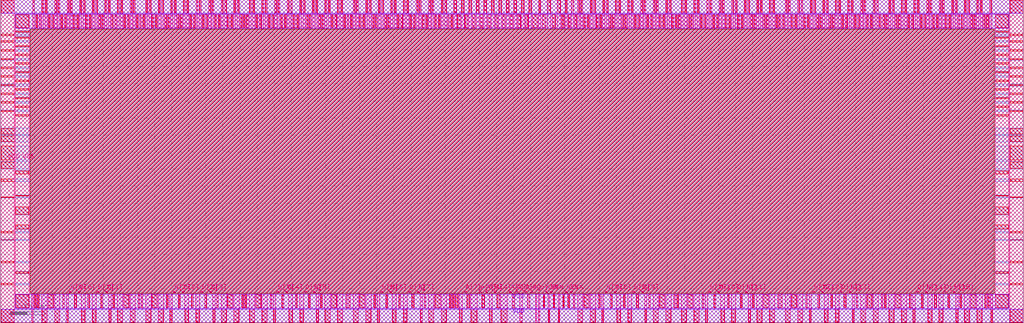
<source format=lef>
# Preview export LEF
#
#        Preview sub-version 4.4.2.100.41
#
# TECH LIB NAME: tsmc18
# TECH FILE NAME: techfile.cds
#
# RC values have been extracted from TSMC's worst case interconnect
# tables included with spice model version 1.5.
# Document No. TA-10A5-6001 (T-018-LO-SP-001) Rev1.5 08.31.1999
#
# Resistance and Capacitance Values
# ---------------------------------
# The LEF technology files included in this directory contain
# resistance and capacitance (RC) values for the purpose of timing
# driven place & route.  Please note that the RC values contained in
# this tech file were created using the worst case interconnect models
# from the foundry and assume a full metal route at every grid location
# on every metal layer, so the values are intentionally very
# conservative. It is assumed that this technology file will be used
# only as a starting point for creating initial timing driven place &
# route runs during the development of your own more accurate RC
# values, tailored to your specific place & route environment. AS A
# RESULT, TIMING NUMBERS DERIVED FROM THESE RC VALUES MAY BE
# SIGNIFICANTLY SLOWER THAN REALITY.
#
# The RC values used in the LEF technology file are to be used only
# for timing driven place & route. Due to accuracy limitations,
# please do not attempt to use this file for chip-level RC extraction
# in conjunction with your sign-off timing simulations. For chip-level
# extraction, please use a dedicated extraction tool such as HyperExtract,
# starRC or Simplex, etc.
#
# $Id: tsmc18_6lm.lef,v 1.3 2000-02-22 22:42:45-08 slb Exp $
#
#******                                                               

# 2001 Apr 11 - ted : Updated for version 5.3.1
#		    : Added global default Antenna values and layer values.
#                   : Added AntennaGateArea to PIN definitions.

# 2002 Jun 05 - wjwang : added CLASS CORE to PORTS for macros PVSS1DGZ and
#		         PVDD1DGZ so that  power router hooks up pads to
#			 core rings.
# 2002 Jun 07 - haresh Added the STACK keywords to handle stacked vias

# 2002 Jun 17 - Brian  Added Antenna cell syntax and changed Antenna parameters 

# 2002 Jun 19 - wjwang Copied metal3 power pins to metal5 for ram_128x16A, ram_256x16A,
#		and rom_512x16A macros for clean power connections.
# 2003 Apr 01 - harlen Added MANUFACTURINGGRID 
#VERSION 5.0 ;

#VERSION 5.3.1 ;
VERSION 5.4 ;

NAMESCASESENSITIVE ON ;
BUSBITCHARS "[]" ;
DIVIDERCHAR "/"   ;

UNITS
    DATABASE MICRONS 2000  ;
END UNITS

# AntennaInputGateArea	10.0000 ;
# AntennaInoutDiffArea	1000000.00 ;
# AntennaOutputDiffArea	1000000.00 ;

MANUFACTURINGGRID 0.005 ;

LAYER Metal1
    TYPE ROUTING ;
    WIDTH 0.230 ;
    SPACING 0.230 ;
    SPACING 0.6 RANGE 10.0 100000.0 ;
    PITCH 0.560 ;
    DIRECTION HORIZONTAL ;
      # (Worst case resistance model for Metal1 = 0.101 ohm/sq) = 1.0100e-01
    RESISTANCE RPERSQ      1.0100e-01 ;
      # CAP = (CAP1 + CAP2) * 0.001 pF/fF
      # M2-M1-PO1(FOX):0.23:0.33: CAP1 = (Cb_a * PO1(FOX) ratio + Ct_a * M2 ratio) / M1 width = 0.121212121212121
      # M2-M1-PO1(FOX):0.23:0.33: CAP1 = (2.30e-02 * 1 + 1.15e-02 * 0.424242424242424) / 0.23 = 0.121212121212121
      # M3-M1-PO1(FOX):0.23:0.33: CAP2 = (Cb_a * PO1(FOX) ratio + Ct_a * M3 ratio) / M1 width = 0.0103135704874835
      # M3-M1-PO1(FOX):0.23:0.33: CAP2 = (2.30e-02 * 0 + 4.12e-03 * 0.575757575757576) / 0.23 = 0.0103135704874835
      # CAP = (0.121212121212121 + 0.0103135704874835) * 0.001 pF/fF = 1.3153e-04
      # CAPACITANCE CPERSQDIST 1.3153e-04 ;
      # ECAP = (ECAP1 + ECAP2 + Cc) * 0.001 pF/fF
      # M2-M1-PO1(FOX):0.23:0.33: ECAP1 = Cfb * PO1(FOX) ratio + Cft * M2 ratio = 0.0171242424242424
      # M2-M1-PO1(FOX):0.23:0.33: ECAP1 = 1.39e-02 * 1 + 7.60e-03 * 0.424242424242424 = 0.0171242424242424
      # M3-M1-PO1(FOX):0.23:0.33: ECAP2 = Cfb * PO1(FOX) ratio + Cft * M3 ratio = 0.00177909090909091
      # M3-M1-PO1(FOX):0.23:0.33: ECAP2 = 1.43e-02 * 0 + 3.09e-03 * 0.575757575757576 = 0.00177909090909091
      # M3-M1-PO1(FOX):0.23:0.33: Cc = 6.88e-02
      # ECAP = (0.0171242424242424 + 0.00177909090909091 + 6.88e-02) * 0.001 pF/fF = 8.7703e-05
      # EDGECAPACITANCE        8.7703e-05 ;

  CAPACITANCE CPERSQDIST 4.282879e-05 ;
  EDGECAPACITANCE 5.864874e-05 ;

#
# Changed in LEF v5.3.1
#     ANTENNALENGTHFACTOR 1.325 ;
    Thickness 0.53 ;
    AntennaSideAreaRatio 400 ;
    AntennaDiffSideAreaRatio PWL ( ( 0 400 ) ( 0.202 400 ) ( 0.203 2281.2 ) ( 1 2600 ) ) ;

END Metal1

LAYER Via12
    TYPE CUT ;
    AntennaAreaRatio 20 ;
    AntennaDiffAreaRatio PWL ( ( 0 20 ) ( 0.202 20 ) ( 0.203 91.916 ) ( 1 158.33 ) ) ;
END Via12

LAYER Metal2
    TYPE ROUTING ;
    WIDTH 0.280 ;
    SPACING 0.280 ;
    SPACING 0.6 RANGE 10.0 100000.0 ;
    PITCH 0.660 ;
    DIRECTION VERTICAL ;
      # (Worst case resistance model for Metal2 = 0.101 ohm/sq) = 1.0100e-01
    RESISTANCE RPERSQ      1.0100e-01 ;
      # CAP = (CAP1 + CAP2) * 0.001 pF/fF
      # M3-M2-M1:0.28:0.38: CAP1 = (Cb_a * M1 ratio + Ct_a * M3 ratio) / M2 width = 0.05
      # M3-M2-M1:0.28:0.38: CAP1 = (1.40e-02 * 0.5 + 1.40e-02 * 0.5) / 0.28 = 0.05
      # M4-M2-PO1(FOX):0.28:0.38: CAP2 = (Cb_a * PO1(FOX) ratio + Ct_a * M4 ratio) / M2 width = 0.0200178571428571
      # M4-M2-PO1(FOX):0.28:0.38: CAP2 = (6.19e-03 * 0.5 + 5.02e-03 * 0.5) / 0.28 = 0.0200178571428571
      # CAP = (0.05 + 0.0200178571428571) * 0.001 pF/fF = 7.0018e-05
      # CAPACITANCE CPERSQDIST 7.0018e-05 ;
      # ECAP = (ECAP1 + ECAP2 + Cc) * 0.001 pF/fF
      # M3-M2-M1:0.28:0.38: ECAP1 = Cfb * M1 ratio + Cft * M3 ratio = 0.008585
      # M3-M2-M1:0.28:0.38: ECAP1 = 8.55e-03 * 0.5 + 8.62e-03 * 0.5 = 0.008585
      # M4-M2-PO1(FOX):0.28:0.38: ECAP2 = Cfb * PO1(FOX) ratio + Cft * M4 ratio = 0.00403
      # M4-M2-PO1(FOX):0.28:0.38: ECAP2 = 4.41e-03 * 0.5 + 3.65e-03 * 0.5 = 0.00403
      # M4-M2-PO1(FOX):0.28:0.38: Cc = 7.05e-02
      # ECAP = (0.008585 + 0.00403 + 7.05e-02) * 0.001 pF/fF = 8.3115e-05
      # EDGECAPACITANCE        8.3115e-05 ;

  CAPACITANCE CPERSQDIST 3.335823e-05 ;
  EDGECAPACITANCE 6.619992e-05 ;

#
# Changed in LEF v5.3.1
#     ANTENNALENGTHFACTOR 1.325 ;
    Thickness 0.53 ;
    AntennaSideAreaRatio 400 ;
    AntennaDiffSideAreaRatio PWL ( ( 0 400 ) ( 0.202 400 ) ( 0.203 2281.2 ) ( 1 2600 ) ) ;
END Metal2

LAYER Via23
    TYPE CUT ;
    AntennaAreaRatio 20 ;
    AntennaDiffAreaRatio PWL ( ( 0 20 ) ( 0.202 20 ) ( 0.203 91.916 ) ( 1 158.33 ) ) ;
END Via23

LAYER Metal3
    TYPE ROUTING ;
    WIDTH 0.280 ;
    SPACING 0.280 ;
    SPACING 0.6 RANGE 10.0 100000.0 ;
    PITCH 0.560 ;
    DIRECTION HORIZONTAL ;
      # (Worst case resistance model for Metal3 = 0.101 ohm/sq) = 1.0100e-01
    RESISTANCE RPERSQ      1.0100e-01 ;
      # CAP = (CAP1 + CAP2) * 0.001 pF/fF
      # M4-M3-M2:0.28:0.28: CAP1 = (Cb_a * M2 ratio + Ct_a * M4 ratio) / M3 width = 0.0424242424242424
      # M4-M3-M2:0.28:0.28: CAP1 = (1.40e-02 * 0.424242424242424 + 1.40e-02 * 0.424242424242424) / 0.28 = 0.0424242424242424
      # M5-M3-M1:0.28:0.28: CAP2 = (Cb_a * M1 ratio + Ct_a * M5 ratio) / M3 width = 0.0206450216450216
      # M5-M3-M1:0.28:0.28: CAP2 = (5.02e-03 * 0.575757575757576 + 5.02e-03 * 0.575757575757576) / 0.28 = 0.0206450216450216
      # CAP = (0.0424242424242424 + 0.0206450216450216) * 0.001 pF/fF = 6.3069e-05
      # CAPACITANCE CPERSQDIST 6.3069e-05 ;
      # ECAP = (ECAP1 + ECAP2 + Cc) * 0.001 pF/fF
      # M4-M3-M2:0.28:0.28: ECAP1 = Cfb * M2 ratio + Cft * M4 ratio = 0.00554484848484849
      # M4-M3-M2:0.28:0.28: ECAP1 = 6.51e-03 * 0.424242424242424 + 6.56e-03 * 0.424242424242424 = 0.00554484848484849
      # M5-M3-M1:0.28:0.28: ECAP2 = Cfb * M1 ratio + Cft * M5 ratio = 0.00343727272727273
      # M5-M3-M1:0.28:0.28: ECAP2 = 2.98e-03 * 0.575757575757576 + 2.99e-03 * 0.575757575757576 = 0.00343727272727273
      # M5-M3-M1:0.28:0.28: Cc = 9.13e-02
      # ECAP = (0.00554484848484849 + 0.00343727272727273 + 9.13e-02) * 0.001 pF/fF = 1.0028e-04
      # EDGECAPACITANCE        1.0028e-04 ;

  CAPACITANCE CPERSQDIST 2.149274e-05 ;
  EDGECAPACITANCE 7.250222e-05 ;

#
# Changed in LEF v5.3.1
#     ANTENNALENGTHFACTOR 1.325 ;
    Thickness 0.53 ;
    AntennaSideAreaRatio 400 ;
    AntennaDiffSideAreaRatio PWL ( ( 0 400 ) ( 0.202 400 ) ( 0.203 2281.2 ) ( 1 2600 ) ) ;
END Metal3

LAYER Via34
    TYPE CUT ;
    AntennaAreaRatio 20 ;
    AntennaDiffAreaRatio PWL ( ( 0 20 ) ( 0.202 20 ) ( 0.203 91.916 ) ( 1 158.33 ) ) ;
END Via34

LAYER Metal4
    TYPE ROUTING ;
    WIDTH 0.280 ;
    SPACING 0.280 ;
    SPACING 0.6 RANGE 10.0 100000.0 ;
    PITCH 0.660 ;
    DIRECTION VERTICAL ;
      # (Worst case resistance model for Metal4 = 0.101 ohm/sq) = 1.0100e-01
    RESISTANCE RPERSQ      1.0100e-01 ;
      # CAP = (CAP1 + CAP2) * 0.001 pF/fF
      # M5-M4-M3:0.28:0.38: CAP1 = (Cb_a * M3 ratio + Ct_a * M5 ratio) / M4 width = 0.0375
      # M5-M4-M3:0.28:0.38: CAP1 = (1.40e-02 * 0.5 + 1.40e-02 * 0.25) / 0.28 = 0.0375
      # M6-M4-M2:0.28:0.38: CAP2 = (Cb_a * M2 ratio + Ct_a * M6 ratio) / M4 width = 0.0224107142857143
      # M6-M4-M2:0.28:0.38: CAP2 = (5.02e-03 * 0.5 + 5.02e-03 * 0.75) / 0.28 = 0.0224107142857143
      # CAP = (0.0375 + 0.0224107142857143) * 0.001 pF/fF = 5.9911e-05
      # CAPACITANCE CPERSQDIST 5.9911e-05 ;
      # ECAP = (ECAP1 + ECAP2 + Cc) * 0.001 pF/fF
      # M5-M4-M3:0.28:0.38: ECAP1 = Cfb * M3 ratio + Cft * M5 ratio = 0.00643
      # M5-M4-M3:0.28:0.38: ECAP1 = 8.55e-03 * 0.5 + 8.62e-03 * 0.25 = 0.00643
      # M6-M4-M2:0.28:0.38: ECAP2 = Cfb * M2 ratio + Cft * M6 ratio = 0.0046575
      # M6-M4-M2:0.28:0.38: ECAP2 = 3.72e-03 * 0.5 + 3.73e-03 * 0.75 = 0.0046575
      # M6-M4-M2:0.28:0.38: Cc = 7.10e-02
      # ECAP = (0.00643 + 0.0046575 + 7.10e-02) * 0.001 pF/fF = 8.2087e-05
      # EDGECAPACITANCE        8.2087e-05 ;

  CAPACITANCE CPERSQDIST 2.354472e-05 ;
  EDGECAPACITANCE 5.760390e-05 ;

#
# Changed in LEF v5.3.1
#     ANTENNALENGTHFACTOR 1.325 ;
    Thickness 0.53 ;
    AntennaSideAreaRatio 400 ;
    AntennaDiffSideAreaRatio PWL ( ( 0 400 ) ( 0.202 400 ) ( 0.203 2281.2 ) ( 1 2600 ) ) ;
END Metal4

LAYER Via45
    TYPE CUT ;
    AntennaAreaRatio 20 ;
    AntennaDiffAreaRatio PWL ( ( 0 20 ) ( 0.202 20 ) ( 0.203 91.916 ) ( 1 158.33 ) ) ;
END Via45

LAYER Metal5
    TYPE ROUTING ;
    WIDTH 0.280 ;
    SPACING 0.280 ;
    SPACING 0.6 RANGE 10.0 100000.0 ;
    PITCH 1.120 ;
    OFFSET 0.28 ;
    DIRECTION HORIZONTAL ;
      # (Worst case resistance model for Metal5 = 0.101 ohm/sq) = 1.0100e-01
    RESISTANCE RPERSQ      1.0100e-01 ;
      # CAP = (CAP1 + CAP2) * 0.001 pF/fF
      # M6-M5-M4:0.28:0.8: CAP1 = (Cb_a * M4 ratio + Ct_a * M6 ratio) / M5 width = 0.0378787878787879
      # M6-M5-M4:0.28:0.8: CAP1 = (1.40e-02 * 0.424242424242424 + 1.40e-02 * 0.333333333333333) / 0.28 = 0.0378787878787879
      # M5-M3:0.28:0.8: CAP2 = Ca * M3 ratio / M5 width = 0.0103225108225108
      # M5-M3:0.28:0.8: CAP2 = 5.02e-03 * 0.575757575757576 / 0.28 = 0.0103225108225108
      # CAP = (0.0378787878787879 + 0.0103225108225108) * 0.001 pF/fF = 4.8201e-05
      # CAPACITANCE CPERSQDIST 4.8201e-05 ;
      # ECAP = (ECAP1 + ECAP2 + Cc) * 0.001 pF/fF
      # M6-M5-M4:0.28:0.8: ECAP1 = Cfb * M4 ratio + Cft * M6 ratio = 0.0119272727272727
      # M6-M5-M4:0.28:0.8: ECAP1 = 1.57e-02 * 0.424242424242424 + 1.58e-02 * 0.333333333333333 = 0.0119272727272727
      # M5-M3:0.28:0.8: ECAP2 = Cf * M3 ratio = 0.00516454545454545
      # M5-M3:0.28:0.8: ECAP2 = 8.97e-03 * 0.575757575757576 = 0.00516454545454545
      # M5-M3:0.28:0.8: Cc = 4.05e-02
      # ECAP = (0.0119272727272727 + 0.00516454545454545 + 4.05e-02) * 0.001 pF/fF = 5.7592e-05
      # EDGECAPACITANCE        5.7592e-05 ;

  CAPACITANCE CPERSQDIST 8.167316e-06 ;
  EDGECAPACITANCE 4.792884e-05 ;

#
# Changed in LEF v5.3.1
#     ANTENNALENGTHFACTOR 1.325 ;
    Thickness 0.53 ;
    AntennaSideAreaRatio 400 ;
    AntennaDiffSideAreaRatio PWL ( ( 0 400 ) ( 0.202 400 ) ( 0.203 2281.2 ) ( 1 2600 ) ) ;
END Metal5

LAYER Via56
    TYPE CUT ;
    AntennaAreaRatio 20 ;
    AntennaDiffAreaRatio PWL ( ( 0 20 ) ( 0.202 20 ) ( 0.203 91.916 ) ( 1 158.33 ) ) ;
END Via56

LAYER Metal6
    TYPE ROUTING ;
    WIDTH 0.440 ;
    SPACING 0.460 ;
    SPACING 0.6 RANGE 10.0 100000.0 ;
    PITCH 1.320 ;
    OFFSET 0.33 ;
    DIRECTION VERTICAL ;
      # (Worst case resistance model for Metal6 = 0.045 ohm/sq) = 4.5000e-02
    RESISTANCE RPERSQ      4.5000e-02 ;
      # CAP = (CAP1 + CAP2) * 0.001 pF/fF
      # M6-M5:0.44:0.86: CAP1 = Ca * M5 ratio / M6 width = 0.0124431818181818
      # M6-M5:0.44:0.86: CAP1 = 2.19e-02 * 0.25 / 0.44 = 0.0124431818181818
      # M6-M4:0.44:0.86: CAP2 = Ca * M4 ratio / M6 width = 0.0134488636363636
      # M6-M4:0.44:0.86: CAP2 = 7.89e-03 * 0.75 / 0.44 = 0.0134488636363636
      # CAP = (0.0124431818181818 + 0.0134488636363636) * 0.001 pF/fF = 2.5892e-05
      # CAPACITANCE CPERSQDIST 2.5892e-05 ;
      # ECAP = (ECAP1 + ECAP2 + Cc) * 0.001 pF/fF
      # M6-M5:0.44:0.86: ECAP1 = Cf * M5 ratio = 0.00465
      # M6-M5:0.44:0.86: ECAP1 = 1.86e-02 * 0.25 = 0.00465
      # M6-M4:0.44:0.86: ECAP2 = Cf * M4 ratio = 0.0060675
      # M6-M4:0.44:0.86: ECAP2 = 8.09e-03 * 0.75 = 0.0060675
      # M6-M4:0.44:0.86: Cc = 7.50e-02
      # ECAP = (0.00465 + 0.0060675 + 7.50e-02) * 0.001 pF/fF = 8.5718e-05
      # EDGECAPACITANCE        8.5718e-05 ;

  CAPACITANCE CPERSQDIST 5.935205e-06 ;
  EDGECAPACITANCE 5.356685e-05 ;

#
# Changed in LEF v5.3.1
#     ANTENNALENGTHFACTOR 1.325 ;
    Thickness 0.99 ;
    AntennaSideAreaRatio 400 ;
    AntennaDiffSideAreaRatio PWL ( ( 0 400 ) ( 0.202 400 ) ( 0.203 2281.2 ) ( 1 2600 ) ) ;
END Metal6

LAYER OVERLAP
    TYPE OVERLAP ;
END OVERLAP

VIA via1 DEFAULT
      # (Worst case resistance model for via1 = 6.4 ohm/ct) = 6.4000e+00
    RESISTANCE 6.4000e+00 ;
    LAYER Metal1 ;
        RECT -0.190 -0.140 0.190 0.140 ;
    LAYER Via12 ;
        RECT -0.130 -0.130 0.130 0.130 ;
    LAYER Metal2 ;
        RECT -0.190 -0.140 0.190 0.140 ;
END via1

VIA via2 DEFAULT
      # (Worst case resistance model for via2 = 6.4 ohm/ct) = 6.4000e+00
    RESISTANCE 6.4000e+00 ;
    LAYER Metal2 ;
        RECT -0.190 -0.140 0.190 0.140 ;
    LAYER Via23 ;
        RECT -0.130 -0.130 0.130 0.130 ;
    LAYER Metal3 ;
        RECT -0.190 -0.140 0.190 0.140 ;
END via2

VIA via3 DEFAULT
      # (Worst case resistance model for via3 = 6.4 ohm/ct) = 6.4000e+00
    RESISTANCE 6.4000e+00 ;
    LAYER Metal3 ;
        RECT -0.190 -0.140 0.190 0.140 ;
    LAYER Via34 ;
        RECT -0.130 -0.130 0.130 0.130 ;
    LAYER Metal4 ;
        RECT -0.190 -0.140 0.190 0.140 ;
END via3

VIA via4 DEFAULT
      # (Worst case resistance model for via4 = 6.4 ohm/ct) = 6.4000e+00
    RESISTANCE 6.4000e+00 ;
    LAYER Metal4 ;
        RECT -0.190 -0.140 0.190 0.140 ;
    LAYER Via45 ;
        RECT -0.130 -0.130 0.130 0.130 ;
    LAYER Metal5 ;
        RECT -0.190 -0.140 0.190 0.140 ;
END via4

VIA via5 DEFAULT
      # (Worst case resistance model for via5 = 2.54 ohm/ct) = 2.5400e+00
    RESISTANCE 2.5400e+00 ;
    LAYER Metal5 ;
        RECT -0.240 -0.190 0.240 0.190 ;
    LAYER Via56 ;
        RECT -0.180 -0.180 0.180 0.180 ;
    LAYER Metal6 ;
        RECT -0.270 -0.270 0.270 0.270 ;
END via5

VIARULE via1Array GENERATE
    LAYER Metal1 ;
        DIRECTION HORIZONTAL ;
        OVERHANG 0.060 ;
        METALOVERHANG 0.000 ;

    LAYER Metal2 ;
        DIRECTION VERTICAL ;
        OVERHANG 0.060 ;
        METALOVERHANG 0.000 ;

    LAYER Via12 ;
        RECT -0.130 -0.130 0.130 0.130 ;
        SPACING 0.520 BY 0.520 ;
END via1Array

VIARULE via2Array GENERATE
    LAYER Metal2 ;
        DIRECTION VERTICAL ;
        OVERHANG 0.060 ;
        METALOVERHANG 0.000 ;

    LAYER Metal3 ;
        DIRECTION HORIZONTAL ;
        OVERHANG 0.060 ;
        METALOVERHANG 0.000 ;

    LAYER Via23 ;
        RECT -0.130 -0.130 0.130 0.130 ;
        SPACING 0.520 BY 0.520 ;
END via2Array

VIARULE via3Array GENERATE
    LAYER Metal3 ;
        DIRECTION HORIZONTAL ;
        OVERHANG 0.060 ;
        METALOVERHANG 0.000 ;

    LAYER Metal4 ;
        DIRECTION VERTICAL ;
        OVERHANG 0.060 ;
        METALOVERHANG 0.000 ;

    LAYER Via34 ;
        RECT -0.130 -0.130 0.130 0.130 ;
        SPACING 0.520 BY 0.520 ;
END via3Array

VIARULE via4Array GENERATE
    LAYER Metal4 ;
        DIRECTION VERTICAL ;
        OVERHANG 0.060 ;
        METALOVERHANG 0.000 ;

    LAYER Metal5 ;
        DIRECTION HORIZONTAL ;
        OVERHANG 0.060 ;
        METALOVERHANG 0.000 ;

    LAYER Via45 ;
        RECT -0.130 -0.130 0.130 0.130 ;
        SPACING 0.520 BY 0.520 ;
END via4Array

VIARULE via5Array GENERATE
    LAYER Metal5 ;
        DIRECTION HORIZONTAL ;
        OVERHANG 0.060 ;
        METALOVERHANG 0.000 ;

    LAYER Metal6 ;
        DIRECTION VERTICAL ;
        OVERHANG 0.090 ;
        METALOVERHANG 0.000 ;

    LAYER Via56 ;
        RECT -0.180 -0.180 0.180 0.180 ;
        SPACING 0.710 BY 0.710 ;
END via5Array

VIARULE TURNM1 GENERATE
    LAYER Metal1 ;
        DIRECTION vertical ;

    LAYER Metal1 ;
        DIRECTION horizontal ;
END TURNM1

VIARULE TURNM2 GENERATE
    LAYER Metal2 ;
        DIRECTION vertical ;

    LAYER Metal2 ;
        DIRECTION horizontal ;
END TURNM2

VIARULE TURNM3 GENERATE
    LAYER Metal3 ;
        DIRECTION vertical ;

    LAYER Metal3 ;
        DIRECTION horizontal ;
END TURNM3

VIARULE TURNM4 GENERATE
    LAYER Metal4 ;
        DIRECTION vertical ;

    LAYER Metal4 ;
        DIRECTION horizontal ;
END TURNM4

VIARULE TURNM5 GENERATE
    LAYER Metal5 ;
        DIRECTION vertical ;

    LAYER Metal5 ;
        DIRECTION horizontal ;
END TURNM5

VIARULE TURNM6 GENERATE
    LAYER Metal6 ;
        DIRECTION vertical ;

    LAYER Metal6 ;
        DIRECTION horizontal ;
END TURNM6

SPACING
    SAMENET Metal1 Metal1 0.230  ;
    SAMENET Metal2 Metal2 0.280  STACK ;
    SAMENET Metal3 Metal3 0.280  STACK ;
    SAMENET Metal4 Metal4 0.280  STACK ;
    SAMENET Metal5 Metal5 0.280  STACK ;
    SAMENET Metal6 Metal6 0.460  ;
    SAMENET Via12 Via12 0.260  ;
    SAMENET Via23 Via23 0.260  ;
    SAMENET Via34 Via34 0.260  ;
    SAMENET Via45 Via45 0.260  ;
    SAMENET Via56 Via56 0.350  ;
    SAMENET Via12 Via23 0 STACK  ;
    SAMENET Via23 Via34 0 STACK  ;
    SAMENET Via34 Via45 0 STACK  ;
    SAMENET Via45 Via56 0 STACK  ;
END SPACING

SITE tsm3site
    SYMMETRY y  ;
    CLASS core  ;
    SIZE 0.660 BY 5.040 ;
END tsm3site

SITE pad
    SYMMETRY x y r90 ;
    CLASS pad ;
    SIZE 0.100 BY 235.000 ;
END pad 

SITE corner
    SYMMETRY x y r90 ;
    CLASS pad ;
    SIZE 235.000 BY 235.000 ;
END corner


MACRO FILL8
  CLASS CORE ;
  FOREIGN FILL8 0 0 ;
  ORIGIN 0 0 ;
  SIZE 5.28 BY 5.04 ;
  SYMMETRY X Y ;
  SITE tsm3site ;

  PIN VSS
  DIRECTION INOUT ;
  USE GROUND ;
  SHAPE ABUTMENT ;
     PORT
      LAYER Metal1 ;
      RECT 0 -0.4 5.28 0.4 ;
     END
  END VSS

  PIN VDD
  DIRECTION INOUT ;
  USE POWER ;
  SHAPE ABUTMENT ;
     PORT
      LAYER Metal1 ;
      RECT 0 4.64 5.28 5.44 ;
     END
  END VDD
END FILL8

MACRO FILL64
  CLASS CORE ;
  FOREIGN FILL64 0 0 ;
  ORIGIN 0 0 ;
  SIZE 42.24 BY 5.04 ;
  SYMMETRY X Y ;
  SITE tsm3site ;

  PIN VSS
  DIRECTION INOUT ;
  USE GROUND ;
  SHAPE ABUTMENT ;
     PORT
      LAYER Metal1 ;
      RECT 0 -0.4 42.24 0.4 ;
     END
  END VSS

  PIN VDD
  DIRECTION INOUT ;
  USE POWER ;
  SHAPE ABUTMENT ;
     PORT
      LAYER Metal1 ;
      RECT 0 4.64 42.24 5.44 ;
     END
  END VDD
END FILL64

MACRO FILL4
  CLASS CORE ;
  FOREIGN FILL4 0 0 ;
  ORIGIN 0 0 ;
  SIZE 2.64 BY 5.04 ;
  SYMMETRY X Y ;
  SITE tsm3site ;

  PIN VSS
  DIRECTION INOUT ;
  USE GROUND ;
  SHAPE ABUTMENT ;
     PORT
      LAYER Metal1 ;
      RECT 0 -0.4 2.64 0.4 ;
     END
  END VSS

  PIN VDD
  DIRECTION INOUT ;
  USE POWER ;
  SHAPE ABUTMENT ;
     PORT
      LAYER Metal1 ;
      RECT 0 4.64 2.64 5.44 ;
     END
  END VDD
END FILL4

MACRO FILL32
  CLASS CORE ;
  FOREIGN FILL32 0 0 ;
  ORIGIN 0 0 ;
  SIZE 21.12 BY 5.04 ;
  SYMMETRY X Y ;
  SITE tsm3site ;

  PIN VSS
  DIRECTION INOUT ;
  USE GROUND ;
  SHAPE ABUTMENT ;
     PORT
      LAYER Metal1 ;
      RECT 0 -0.4 21.12 0.4 ;
     END
  END VSS

  PIN VDD
  DIRECTION INOUT ;
  USE POWER ;
  SHAPE ABUTMENT ;
     PORT
      LAYER Metal1 ;
      RECT 0 4.64 21.12 5.44 ;
     END
  END VDD
END FILL32

MACRO FILL2
  CLASS CORE ;
  FOREIGN FILL2 0 0 ;
  ORIGIN 0 0 ;
  SIZE 1.32 BY 5.04 ;
  SYMMETRY X Y ;
  SITE tsm3site ;

  PIN VSS
  DIRECTION INOUT ;
  USE GROUND ;
  SHAPE ABUTMENT ;
     PORT
      LAYER Metal1 ;
      RECT 0 -0.4 1.32 0.4 ;
     END
  END VSS

  PIN VDD
  DIRECTION INOUT ;
  USE POWER ;
  SHAPE ABUTMENT ;
     PORT
      LAYER Metal1 ;
      RECT 0 4.64 1.32 5.44 ;
     END
  END VDD
END FILL2

MACRO FILL16
  CLASS CORE ;
  FOREIGN FILL16 0 0 ;
  ORIGIN 0 0 ;
  SIZE 10.56 BY 5.04 ;
  SYMMETRY X Y ;
  SITE tsm3site ;

  PIN VSS
  DIRECTION INOUT ;
  USE GROUND ;
  SHAPE ABUTMENT ;
     PORT
      LAYER Metal1 ;
      RECT 0 -0.4 10.56 0.4 ;
     END
  END VSS

  PIN VDD
  DIRECTION INOUT ;
  USE POWER ;
  SHAPE ABUTMENT ;
     PORT
      LAYER Metal1 ;
      RECT 0 4.64 10.56 5.44 ;
     END
  END VDD
END FILL16

MACRO FILL1
  CLASS CORE ;
  FOREIGN FILL1 0 0 ;
  ORIGIN 0 0 ;
  SIZE 0.66 BY 5.04 ;
  SYMMETRY X Y ;
  SITE tsm3site ;

  PIN VSS
  DIRECTION INOUT ;
  USE GROUND ;
  SHAPE ABUTMENT ;
     PORT
      LAYER Metal1 ;
      RECT 0 -0.4 0.66 0.4 ;
     END
  END VSS

  PIN VDD
  DIRECTION INOUT ;
  USE POWER ;
  SHAPE ABUTMENT ;
     PORT
      LAYER Metal1 ;
      RECT 0 4.64 0.66 5.44 ;
     END
  END VDD
END FILL1

MACRO RF2R1WX2
  CLASS CORE ;
  FOREIGN RF2R1WX2 0 0 ;
  ORIGIN 0 0 ;
  SIZE 10.56 BY 5.04 ;
  SYMMETRY X Y ;
  SITE tsm3site ;

  PIN WW
  DIRECTION INPUT ;
  USE CLOCK ;
  ANTENNAGATEAREA 0.2556 ;
  ANTENNAPARTIALMETALAREA 1.2594 LAYER Metal1 ;
  ANTENNAPARTIALMETALSIDEAREA 5.1516 LAYER Metal1 ;
     PORT
      LAYER Metal1 ;
      RECT 2.5 3.755 2.72 4.295 ;
      RECT 2.35 3.755 2.5 4.34 ;
      RECT 2.12 3.49 2.35 4.34 ;
      RECT 1.87 3.49 2.12 3.72 ;
      RECT 1.87 1.885 2.075 2.225 ;
      RECT 1.735 1.885 1.87 3.72 ;
      RECT 1.64 1.935 1.735 3.72 ;
      RECT 1.46 1.935 1.64 2.405 ;
      RECT 0.97 1.935 1.46 2.165 ;
      RECT 0.63 1.88 0.97 2.22 ;
     END
  END WW

  PIN WB
  DIRECTION INPUT ;
  ANTENNAGATEAREA 0.1512 ;
  ANTENNAPARTIALMETALAREA 0.3381 LAYER Metal1 ;
  ANTENNAPARTIALMETALSIDEAREA 1.802 LAYER Metal1 ;
     PORT
      LAYER Metal1 ;
      RECT 1.58 0.63 1.69 0.86 ;
      RECT 1.35 0.63 1.58 1.49 ;
      RECT 1.105 1.26 1.35 1.49 ;
      RECT 0.875 1.26 1.105 1.515 ;
     END
  END WB

  PIN R2W
  DIRECTION INPUT ;
  ANTENNAGATEAREA 0.3456 ;
  ANTENNAPARTIALMETALAREA 0.2802 LAYER Metal1 ;
  ANTENNAPARTIALMETALSIDEAREA 1.1289 LAYER Metal1 ;
     PORT
      LAYER Metal1 ;
      RECT 7.99 0.63 8.465 1.22 ;
     END
  END R2W

  PIN R2B
  DIRECTION OUTPUT TRISTATE ;
  ANTENNADIFFAREA 1.1968 ;
  ANTENNAPARTIALMETALAREA 0.9993 LAYER Metal1 ;
  ANTENNAPARTIALMETALSIDEAREA 3.9644 LAYER Metal1 ;
     PORT
      LAYER Metal1 ;
      RECT 8.915 0.76 9.145 3.83 ;
      RECT 8.695 0.76 8.915 1.285 ;
      RECT 8.72 2.965 8.915 3.83 ;
      RECT 8.695 3.47 8.72 3.83 ;
     END
  END R2B

  PIN R1W
  DIRECTION INPUT ;
  ANTENNAGATEAREA 0.342 ;
  ANTENNAPARTIALMETALAREA 0.2205 LAYER Metal1 ;
  ANTENNAPARTIALMETALSIDEAREA 1.0388 LAYER Metal1 ;
     PORT
      LAYER Metal1 ;
      RECT 6.49 0.63 7.12 0.98 ;
     END
  END R1W

  PIN R1B
  DIRECTION OUTPUT TRISTATE ;
  ANTENNADIFFAREA 1.4256 ;
  ANTENNAPARTIALMETALAREA 0.9987 LAYER Metal1 ;
  ANTENNAPARTIALMETALSIDEAREA 3.8054 LAYER Metal1 ;
     PORT
      LAYER Metal1 ;
      RECT 6.15 0.865 6.26 1.675 ;
      RECT 6.15 2.77 6.26 3.58 ;
      RECT 5.92 0.865 6.15 3.58 ;
      RECT 5.725 0.865 5.92 1.54 ;
      RECT 5.495 1.26 5.725 1.54 ;
     END
  END R1B

  PIN VSS
  DIRECTION INOUT ;
  USE GROUND ;
  SHAPE ABUTMENT ;
     PORT
      LAYER Metal1 ;
      RECT 10.355 -0.4 10.56 0.4 ;
      RECT 10.015 -0.4 10.355 1.57 ;
      RECT 7.76 -0.4 10.015 0.4 ;
      RECT 7.42 -0.4 7.76 0.63 ;
      RECT 4.94 -0.4 7.42 0.4 ;
      RECT 4.6 -0.4 4.94 0.63 ;
      RECT 3.64 -0.4 4.6 0.4 ;
      RECT 3.3 -0.4 3.64 1.065 ;
      RECT 1.12 -0.4 3.3 0.4 ;
      RECT 0.78 -0.4 1.12 0.63 ;
      RECT 0 -0.4 0.78 0.4 ;
     END
  END VSS

  PIN VDD
  DIRECTION INOUT ;
  USE POWER ;
  SHAPE ABUTMENT ;
     PORT
      LAYER Metal1 ;
      RECT 10.38 4.64 10.56 5.44 ;
      RECT 10.04 3 10.38 5.44 ;
      RECT 7.76 4.64 10.04 5.44 ;
      RECT 7.42 3.93 7.76 5.44 ;
      RECT 4.94 4.64 7.42 5.44 ;
      RECT 4.6 3.93 4.94 5.44 ;
      RECT 3.68 4.64 4.6 5.44 ;
      RECT 3.32 4.465 3.68 5.44 ;
      RECT 1.22 4.64 3.32 5.44 ;
      RECT 0.88 4.41 1.22 5.44 ;
      RECT 0 4.64 0.88 5.44 ;
     END
  END VDD
  OBS
      LAYER Metal1 ;
      RECT 9.81 2.1 9.945 2.44 ;
      RECT 9.58 2.1 9.81 4.29 ;
      RECT 8.28 4.06 9.58 4.29 ;
      RECT 8.495 2.21 8.685 2.55 ;
      RECT 8.49 1.46 8.495 2.55 ;
      RECT 8.26 1.46 8.49 3.11 ;
      RECT 8.05 3.47 8.28 4.29 ;
      RECT 8.155 1.46 8.26 1.8 ;
      RECT 8.15 2.75 8.26 3.11 ;
      RECT 6.88 3.47 8.05 3.7 ;
      RECT 6.85 1.46 6.96 1.8 ;
      RECT 6.85 2.875 6.96 3.235 ;
      RECT 6.65 3.47 6.88 4.04 ;
      RECT 6.62 1.46 6.85 3.235 ;
      RECT 5.575 3.81 6.65 4.04 ;
      RECT 6.43 2.205 6.62 2.545 ;
      RECT 5.345 2.21 5.575 4.04 ;
      RECT 5.22 2.21 5.345 2.44 ;
      RECT 4.88 2.1 5.22 2.44 ;
      RECT 4.56 2.155 4.88 2.44 ;
      RECT 4.44 1.365 4.56 2.685 ;
      RECT 4.345 1.31 4.44 2.685 ;
      RECT 4.345 3.05 4.4 3.41 ;
      RECT 4.33 1.31 4.345 3.41 ;
      RECT 4.1 1.31 4.33 1.65 ;
      RECT 4.09 2.455 4.33 3.41 ;
      RECT 3.76 1.885 4.1 2.225 ;
      RECT 3.43 2.455 4.09 2.685 ;
      RECT 4.06 3.05 4.09 3.41 ;
      RECT 2.535 1.935 3.76 2.165 ;
      RECT 3.09 2.395 3.43 2.735 ;
      RECT 2.48 1.37 2.535 3.255 ;
      RECT 2.305 1.315 2.48 3.255 ;
      RECT 2.14 1.315 2.305 1.655 ;
      RECT 2.1 2.895 2.305 3.255 ;
      RECT 1.55 3.95 1.89 4.295 ;
      RECT 0.56 3.95 1.55 4.18 ;
      RECT 0.4 2.98 0.56 4.18 ;
      RECT 0.4 1.31 0.52 1.65 ;
      RECT 0.33 1.31 0.4 4.18 ;
      RECT 0.17 1.31 0.33 3.34 ;
  END
END RF2R1WX2

MACRO RF1R1WX2
  CLASS CORE ;
  FOREIGN RF1R1WX2 0 0 ;
  ORIGIN 0 0 ;
  SIZE 6.6 BY 5.04 ;
  SYMMETRY X Y ;
  SITE tsm3site ;

  PIN WW
  DIRECTION INPUT ;
  USE CLOCK ;
  ANTENNAGATEAREA 0.252 ;
  ANTENNAPARTIALMETALAREA 1.0964 LAYER Metal1 ;
  ANTENNAPARTIALMETALSIDEAREA 5.2364 LAYER Metal1 ;
     PORT
      LAYER Metal1 ;
      RECT 2.505 3.48 2.735 4 ;
      RECT 2.425 3.48 2.505 3.78 ;
      RECT 1.745 3.48 2.425 3.71 ;
      RECT 1.84 1.61 2.015 2.61 ;
      RECT 1.785 1.61 1.84 2.66 ;
      RECT 1.745 2.38 1.785 2.66 ;
      RECT 1.515 2.38 1.745 3.71 ;
      RECT 1.46 2.38 1.515 2.66 ;
      RECT 0.825 2.405 1.46 2.635 ;
      RECT 0.595 2.405 0.825 2.775 ;
     END
  END WW

  PIN WB
  DIRECTION INPUT ;
  ANTENNAGATEAREA 0.1512 ;
  ANTENNAPARTIALMETALAREA 0.2093 LAYER Metal1 ;
  ANTENNAPARTIALMETALSIDEAREA 1.2084 LAYER Metal1 ;
     PORT
      LAYER Metal1 ;
      RECT 0.965 1.285 1.195 2.105 ;
      RECT 0.875 1.285 0.965 1.515 ;
     END
  END WB

  PIN RWN
  DIRECTION INPUT ;
  ANTENNAGATEAREA 0.3186 ;
  ANTENNAPARTIALMETALAREA 0.6598 LAYER Metal1 ;
  ANTENNAPARTIALMETALSIDEAREA 3.1164 LAYER Metal1 ;
     PORT
      LAYER Metal1 ;
      RECT 6.31 3.5 6.46 3.78 ;
      RECT 6.08 3.5 6.31 4.235 ;
      RECT 4.835 4.005 6.08 4.235 ;
      RECT 4.39 4.005 4.835 4.37 ;
     END
  END RWN

  PIN RW
  DIRECTION INPUT ;
  ANTENNAGATEAREA 0.216 ;
  ANTENNAPARTIALMETALAREA 0.2834 LAYER Metal1 ;
  ANTENNAPARTIALMETALSIDEAREA 1.2137 LAYER Metal1 ;
     PORT
      LAYER Metal1 ;
      RECT 4.48 0.67 4.59 1.01 ;
      RECT 3.815 0.64 4.48 1.01 ;
     END
  END RW

  PIN RB
  DIRECTION OUTPUT TRISTATE ;
  ANTENNADIFFAREA 1.3224 ;
  ANTENNAPARTIALMETALAREA 0.6226 LAYER Metal1 ;
  ANTENNAPARTIALMETALSIDEAREA 3.0475 LAYER Metal1 ;
     PORT
      LAYER Metal1 ;
      RECT 5.085 2.92 5.1 3.28 ;
      RECT 4.855 0.765 5.085 3.28 ;
      RECT 4.835 1.285 4.855 1.515 ;
      RECT 4.76 2.92 4.855 3.28 ;
     END
  END RB

  PIN VSS
  DIRECTION INOUT ;
  USE GROUND ;
  SHAPE ABUTMENT ;
     PORT
      LAYER Metal1 ;
      RECT 6.42 -0.4 6.6 0.4 ;
      RECT 6.08 -0.4 6.42 1.585 ;
      RECT 3.585 -0.4 6.08 0.4 ;
      RECT 3.245 -0.4 3.585 1.03 ;
      RECT 1.32 -0.4 3.245 0.4 ;
      RECT 0.98 -0.4 1.32 0.645 ;
      RECT 0 -0.4 0.98 0.4 ;
     END
  END VSS

  PIN VDD
  DIRECTION INOUT ;
  USE POWER ;
  SHAPE ABUTMENT ;
     PORT
      LAYER Metal1 ;
      RECT 6.42 4.64 6.6 5.44 ;
      RECT 6.08 4.465 6.42 5.44 ;
      RECT 3.485 4.64 6.08 5.44 ;
      RECT 3.145 3.7 3.485 5.44 ;
      RECT 1.28 4.64 3.145 5.44 ;
      RECT 0.94 4.4 1.28 5.44 ;
      RECT 0 4.64 0.94 5.44 ;
     END
  END VDD
  OBS
      LAYER Metal1 ;
      RECT 5.79 2.1 6.05 2.44 ;
      RECT 5.71 2.1 5.79 3.74 ;
      RECT 5.56 2.205 5.71 3.74 ;
      RECT 4.34 3.51 5.56 3.74 ;
      RECT 4.285 1.34 4.5 2.88 ;
      RECT 4.285 3.25 4.34 3.74 ;
      RECT 4.27 1.34 4.285 3.74 ;
      RECT 4.065 1.34 4.27 1.68 ;
      RECT 4.055 2.65 4.27 3.74 ;
      RECT 3.37 2.65 4.055 2.88 ;
      RECT 4 3.25 4.055 3.61 ;
      RECT 3.7 1.91 4.04 2.25 ;
      RECT 2.475 1.96 3.7 2.19 ;
      RECT 3.03 2.54 3.37 2.88 ;
      RECT 2.475 0.97 2.48 1.31 ;
      RECT 2.245 0.97 2.475 3.25 ;
      RECT 2.14 0.97 2.245 1.31 ;
      RECT 2.06 3.02 2.245 3.25 ;
      RECT 1.745 4.085 2.12 4.315 ;
      RECT 1.515 3.94 1.745 4.315 ;
      RECT 0.465 3.94 1.515 4.17 ;
      RECT 0.365 0.87 0.52 1.1 ;
      RECT 0.365 3.17 0.465 4.17 ;
      RECT 0.235 0.87 0.365 4.17 ;
      RECT 0.135 0.87 0.235 3.4 ;
  END
END RF1R1WX2

MACRO XOR2XL
  CLASS CORE ;
  FOREIGN XOR2XL 0 0 ;
  ORIGIN 0 0 ;
  SIZE 5.28 BY 5.04 ;
  SYMMETRY X Y ;
  SITE tsm3site ;

  PIN Y
  DIRECTION OUTPUT ;
  ANTENNADIFFAREA 0.528 ;
  ANTENNAPARTIALMETALAREA 0.5819 LAYER Metal1 ;
  ANTENNAPARTIALMETALSIDEAREA 2.8143 LAYER Metal1 ;
     PORT
      LAYER Metal1 ;
      RECT 4.87 1.17 5.1 3.34 ;
      RECT 4.76 1.17 4.87 1.51 ;
      RECT 4.835 2.405 4.87 2.635 ;
      RECT 4.76 3 4.87 3.34 ;
     END
  END Y

  PIN B
  DIRECTION INPUT ;
  ANTENNAGATEAREA 0.1368 ;
  ANTENNAPARTIALMETALAREA 0.2587 LAYER Metal1 ;
  ANTENNAPARTIALMETALSIDEAREA 1.4363 LAYER Metal1 ;
     PORT
      LAYER Metal1 ;
      RECT 1.32 2.395 1.43 2.625 ;
      RECT 1.09 2.395 1.32 3.195 ;
      RECT 0.875 2.965 1.09 3.195 ;
     END
  END B

  PIN A
  DIRECTION INPUT ;
  ANTENNAGATEAREA 0.3816 ;
  ANTENNAPARTIALMETALAREA 0.5405 LAYER Metal1 ;
  ANTENNAPARTIALMETALSIDEAREA 2.6447 LAYER Metal1 ;
     PORT
      LAYER Metal1 ;
      RECT 1.89 2.34 2.045 2.68 ;
      RECT 1.66 1.845 1.89 2.68 ;
      RECT 1.535 1.845 1.66 2.085 ;
      RECT 0.875 1.855 1.535 2.085 ;
      RECT 0.84 1.82 0.875 2.085 ;
      RECT 0.61 1.63 0.84 2.085 ;
     END
  END A

  PIN VSS
  DIRECTION INOUT ;
  USE GROUND ;
  SHAPE ABUTMENT ;
     PORT
      LAYER Metal1 ;
      RECT 4.54 -0.4 5.28 0.4 ;
      RECT 4.2 -0.4 4.54 0.575 ;
      RECT 1.225 -0.4 4.2 0.4 ;
      RECT 0.885 -0.4 1.225 0.575 ;
      RECT 0 -0.4 0.885 0.4 ;
     END
  END VSS

  PIN VDD
  DIRECTION INOUT ;
  USE POWER ;
  SHAPE ABUTMENT ;
     PORT
      LAYER Metal1 ;
      RECT 4.54 4.64 5.28 5.44 ;
      RECT 4.2 4.465 4.54 5.44 ;
      RECT 1.15 4.64 4.2 5.44 ;
      RECT 0.81 4.465 1.15 5.44 ;
      RECT 0 4.64 0.81 5.44 ;
     END
  END VDD
  OBS
      LAYER Metal1 ;
      RECT 4.475 1.74 4.635 2.08 ;
      RECT 4.245 0.815 4.475 2.08 ;
      RECT 2.965 0.815 4.245 1.045 ;
      RECT 3.67 3.605 4.01 4.16 ;
      RECT 3.675 1.275 3.905 3.315 ;
      RECT 3.4 1.275 3.675 1.505 ;
      RECT 3.455 2.95 3.675 3.315 ;
      RECT 2.505 3.605 3.67 3.835 ;
      RECT 1.61 4.09 3.3 4.32 ;
      RECT 2.735 0.815 2.965 3.37 ;
      RECT 1.685 0.63 2.505 0.86 ;
      RECT 2.275 1.305 2.505 3.835 ;
      RECT 1.8 1.305 2.275 1.535 ;
      RECT 1.8 3.13 2.275 3.47 ;
      RECT 1.455 0.63 1.685 1.035 ;
      RECT 1.38 3.79 1.61 4.32 ;
      RECT 0.52 0.805 1.455 1.035 ;
      RECT 0.52 3.79 1.38 4.02 ;
      RECT 0.38 0.805 0.52 1.345 ;
      RECT 0.38 3.4 0.52 4.02 ;
      RECT 0.29 0.805 0.38 4.02 ;
      RECT 0.15 1.115 0.29 3.785 ;
  END
END XOR2XL

MACRO XOR2X4
  CLASS CORE ;
  FOREIGN XOR2X4 0 0 ;
  ORIGIN 0 0 ;
  SIZE 11.22 BY 5.04 ;
  SYMMETRY X Y ;
  SITE tsm3site ;
  LEQ XOR2XL ;

  PIN Y
  DIRECTION OUTPUT ;
  ANTENNADIFFAREA 1.3004 ;
  ANTENNAPARTIALMETALAREA 0.9512 LAYER Metal1 ;
  ANTENNAPARTIALMETALSIDEAREA 3.71 LAYER Metal1 ;
     PORT
      LAYER Metal1 ;
      RECT 10.19 1.41 10.42 4.34 ;
      RECT 10.02 1.41 10.19 1.75 ;
      RECT 10.04 2.94 10.19 4.34 ;
      RECT 10.02 3.05 10.04 3.525 ;
     END
  END Y

  PIN B
  DIRECTION INPUT ;
  ANTENNAGATEAREA 2.2368 ;
  ANTENNAPARTIALMETALAREA 0.3644 LAYER Metal1 ;
  ANTENNAPARTIALMETALSIDEAREA 1.5635 LAYER Metal1 ;
     PORT
      LAYER Metal1 ;
      RECT 1.105 2.1 1.49 2.44 ;
      RECT 0.875 2.1 1.105 2.635 ;
      RECT 0.55 2.1 0.875 2.44 ;
     END
  END B

  PIN A
  DIRECTION INPUT ;
  ANTENNAGATEAREA 1.2744 ;
  ANTENNAPARTIALMETALAREA 0.2858 LAYER Metal1 ;
  ANTENNAPARTIALMETALSIDEAREA 1.5052 LAYER Metal1 ;
     PORT
      LAYER Metal1 ;
      RECT 7.475 2.31 7.705 2.635 ;
      RECT 7.06 2.31 7.475 2.54 ;
      RECT 6.72 2.2 7.06 2.54 ;
     END
  END A

  PIN VSS
  DIRECTION INOUT ;
  USE GROUND ;
  SHAPE ABUTMENT ;
     PORT
      LAYER Metal1 ;
      RECT 11.04 -0.4 11.22 0.4 ;
      RECT 10.7 -0.4 11.04 0.575 ;
      RECT 9.68 -0.4 10.7 0.4 ;
      RECT 9.34 -0.4 9.68 0.575 ;
      RECT 8.18 -0.4 9.34 0.4 ;
      RECT 7.84 -0.4 8.18 0.575 ;
      RECT 3.12 -0.4 7.84 0.4 ;
      RECT 2.78 -0.4 3.12 0.575 ;
      RECT 1.8 -0.4 2.78 0.4 ;
      RECT 1.46 -0.4 1.8 1.02 ;
      RECT 0.52 -0.4 1.46 0.4 ;
      RECT 0.18 -0.4 0.52 1.02 ;
      RECT 0 -0.4 0.18 0.4 ;
     END
  END VSS

  PIN VDD
  DIRECTION INOUT ;
  USE POWER ;
  SHAPE ABUTMENT ;
     PORT
      LAYER Metal1 ;
      RECT 11.04 4.64 11.22 5.44 ;
      RECT 10.7 4.465 11.04 5.44 ;
      RECT 9.68 4.64 10.7 5.44 ;
      RECT 9.34 4.465 9.68 5.44 ;
      RECT 8.24 4.64 9.34 5.44 ;
      RECT 7.9 4.465 8.24 5.44 ;
      RECT 3.12 4.64 7.9 5.44 ;
      RECT 2.78 4.465 3.12 5.44 ;
      RECT 1.8 4.64 2.78 5.44 ;
      RECT 1.46 4.09 1.8 5.44 ;
      RECT 0.52 4.64 1.46 5.44 ;
      RECT 0.18 4.09 0.52 5.44 ;
      RECT 0 4.64 0.18 5.44 ;
     END
  END VDD
  OBS
      LAYER Metal1 ;
      RECT 9.755 2.21 9.96 2.55 ;
      RECT 9.525 0.865 9.755 2.55 ;
      RECT 7.46 0.865 9.525 1.095 ;
      RECT 8.77 1.41 9 3.38 ;
      RECT 8.66 1.41 8.77 1.885 ;
      RECT 8.66 3.04 8.77 3.38 ;
      RECT 6.74 1.655 8.66 1.885 ;
      RECT 8.415 2.33 8.54 2.67 ;
      RECT 8.185 2.33 8.415 4.185 ;
      RECT 6.74 3.955 8.185 4.185 ;
      RECT 7.12 0.865 7.46 1.25 ;
      RECT 7.12 3.28 7.46 3.62 ;
      RECT 6.02 0.865 7.12 1.095 ;
      RECT 6.085 3.34 7.12 3.57 ;
      RECT 6.405 1.34 6.74 1.885 ;
      RECT 6.4 3.8 6.74 4.185 ;
      RECT 6.4 1.34 6.405 3.07 ;
      RECT 6.175 1.655 6.4 3.07 ;
      RECT 3.525 3.955 6.4 4.185 ;
      RECT 5.3 2.84 6.175 3.07 ;
      RECT 5.68 3.34 6.085 3.725 ;
      RECT 5.885 0.865 6.02 1.33 ;
      RECT 5.655 0.865 5.885 1.825 ;
      RECT 4.645 3.495 5.68 3.725 ;
      RECT 4.645 1.595 5.655 1.825 ;
      RECT 4.96 0.865 5.3 1.28 ;
      RECT 4.96 2.84 5.3 3.18 ;
      RECT 2.44 0.865 4.96 1.095 ;
      RECT 4.58 1.595 4.645 3.725 ;
      RECT 4.415 1.455 4.58 3.725 ;
      RECT 4.23 1.455 4.415 1.825 ;
      RECT 4.24 3.35 4.415 3.725 ;
      RECT 3.825 2.155 4.125 2.555 ;
      RECT 3.825 1.42 3.88 1.76 ;
      RECT 3.825 3 3.88 3.34 ;
      RECT 3.595 1.42 3.825 3.34 ;
      RECT 3.54 1.42 3.595 1.76 ;
      RECT 3.54 3 3.595 3.34 ;
      RECT 3.295 3.57 3.525 4.185 ;
      RECT 2.44 3.57 3.295 3.8 ;
      RECT 2.21 0.865 2.44 3.8 ;
      RECT 2.1 1.42 2.21 1.76 ;
      RECT 2.1 3.04 2.21 3.38 ;
      RECT 1.16 1.42 2.1 1.65 ;
      RECT 1.16 3.15 2.1 3.38 ;
      RECT 0.82 1.42 1.16 1.76 ;
      RECT 0.82 3.04 1.16 3.38 ;
  END
END XOR2X4

MACRO XOR2X2
  CLASS CORE ;
  FOREIGN XOR2X2 0 0 ;
  ORIGIN 0 0 ;
  SIZE 6.6 BY 5.04 ;
  SYMMETRY X Y ;
  SITE tsm3site ;
  LEQ XOR2XL ;

  PIN Y
  DIRECTION OUTPUT ;
  ANTENNADIFFAREA 1.5392 ;
  ANTENNAPARTIALMETALAREA 1.0423 LAYER Metal1 ;
  ANTENNAPARTIALMETALSIDEAREA 4.1552 LAYER Metal1 ;
     PORT
      LAYER Metal1 ;
      RECT 6.18 0.72 6.41 4.19 ;
      RECT 6.07 0.72 6.18 1.66 ;
      RECT 6.07 2.91 6.18 4.19 ;
     END
  END Y

  PIN B
  DIRECTION INPUT ;
  ANTENNAGATEAREA 1.1412 ;
  ANTENNAPARTIALMETALAREA 0.3621 LAYER Metal1 ;
  ANTENNAPARTIALMETALSIDEAREA 1.749 LAYER Metal1 ;
     PORT
      LAYER Metal1 ;
      RECT 1.35 2.37 1.69 2.915 ;
      RECT 1.195 2.685 1.35 2.915 ;
      RECT 0.965 2.685 1.195 3.205 ;
      RECT 0.875 2.965 0.965 3.205 ;
     END
  END B

  PIN A
  DIRECTION INPUT ;
  ANTENNAGATEAREA 0.5868 ;
  ANTENNAPARTIALMETALAREA 0.8713 LAYER Metal1 ;
  ANTENNAPARTIALMETALSIDEAREA 4.1022 LAYER Metal1 ;
     PORT
      LAYER Metal1 ;
      RECT 3.185 2.095 3.415 2.455 ;
      RECT 2.515 2.225 3.185 2.455 ;
      RECT 2.335 2.225 2.515 2.645 ;
      RECT 2.105 1.905 2.335 2.645 ;
      RECT 0.84 1.905 2.105 2.135 ;
      RECT 0.61 1.905 0.84 2.33 ;
     END
  END A

  PIN VSS
  DIRECTION INOUT ;
  USE GROUND ;
  SHAPE ABUTMENT ;
     PORT
      LAYER Metal1 ;
      RECT 5.62 -0.4 6.6 0.4 ;
      RECT 5.28 -0.4 5.62 0.575 ;
      RECT 2.64 -0.4 5.28 0.4 ;
      RECT 2.3 -0.4 2.64 0.575 ;
      RECT 1.12 -0.4 2.3 0.4 ;
      RECT 0.78 -0.4 1.12 0.575 ;
      RECT 0 -0.4 0.78 0.4 ;
     END
  END VSS

  PIN VDD
  DIRECTION INOUT ;
  USE POWER ;
  SHAPE ABUTMENT ;
     PORT
      LAYER Metal1 ;
      RECT 5.61 4.64 6.6 5.44 ;
      RECT 5.27 4.465 5.61 5.44 ;
      RECT 2.56 4.64 5.27 5.44 ;
      RECT 2.22 3.74 2.56 5.44 ;
      RECT 1.12 4.64 2.22 5.44 ;
      RECT 0.78 3.74 1.12 5.44 ;
      RECT 0 4.64 0.78 5.44 ;
     END
  END VDD
  OBS
      LAYER Metal1 ;
      RECT 5.805 1.985 5.945 2.345 ;
      RECT 5.575 0.89 5.805 2.345 ;
      RECT 4.335 0.89 5.575 1.12 ;
      RECT 5.045 2.185 5.275 4.175 ;
      RECT 3.28 3.945 5.045 4.175 ;
      RECT 4.565 1.41 4.795 3.37 ;
      RECT 4.105 0.89 4.335 3.52 ;
      RECT 3.72 0.89 4.105 1.23 ;
      RECT 4 3.29 4.105 3.52 ;
      RECT 3.66 3.29 4 3.63 ;
      RECT 3.645 1.545 3.875 2.975 ;
      RECT 3.47 1.545 3.645 1.775 ;
      RECT 3.28 2.745 3.645 2.975 ;
      RECT 3.34 0.865 3.47 1.775 ;
      RECT 3.24 0.685 3.34 1.775 ;
      RECT 3.05 2.745 3.28 4.175 ;
      RECT 3 0.685 3.24 1.095 ;
      RECT 2.94 3.01 3.05 3.95 ;
      RECT 1.88 0.865 3 1.095 ;
      RECT 2.63 1.34 2.97 1.68 ;
      RECT 1.84 3.215 2.94 3.445 ;
      RECT 0.52 1.395 2.63 1.625 ;
      RECT 1.54 0.81 1.88 1.15 ;
      RECT 1.61 3.215 1.84 3.8 ;
      RECT 1.5 3.46 1.61 3.8 ;
      RECT 0.38 1.18 0.52 1.625 ;
      RECT 0.38 2.87 0.52 3.21 ;
      RECT 0.38 3.99 0.505 4.33 ;
      RECT 0.15 1.18 0.38 4.33 ;
  END
END XOR2X2

MACRO XOR2X1
  CLASS CORE ;
  FOREIGN XOR2X1 0 0 ;
  ORIGIN 0 0 ;
  SIZE 5.28 BY 5.04 ;
  SYMMETRY X Y ;
  SITE tsm3site ;
  LEQ XOR2XL ;

  PIN Y
  DIRECTION OUTPUT ;
  ANTENNADIFFAREA 0.72 ;
  ANTENNAPARTIALMETALAREA 0.5868 LAYER Metal1 ;
  ANTENNAPARTIALMETALSIDEAREA 2.7454 LAYER Metal1 ;
     PORT
      LAYER Metal1 ;
      RECT 4.87 1.17 5.1 3.31 ;
      RECT 4.76 1.17 4.87 1.51 ;
      RECT 4.835 2.405 4.87 3.31 ;
      RECT 4.76 2.97 4.835 3.31 ;
     END
  END Y

  PIN B
  DIRECTION INPUT ;
  ANTENNAGATEAREA 0.5112 ;
  ANTENNAPARTIALMETALAREA 0.2587 LAYER Metal1 ;
  ANTENNAPARTIALMETALSIDEAREA 1.4363 LAYER Metal1 ;
     PORT
      LAYER Metal1 ;
      RECT 1.32 2.395 1.43 2.625 ;
      RECT 1.09 2.395 1.32 3.195 ;
      RECT 0.875 2.965 1.09 3.195 ;
     END
  END B

  PIN A
  DIRECTION INPUT ;
  ANTENNAGATEAREA 0.3456 ;
  ANTENNAPARTIALMETALAREA 0.5405 LAYER Metal1 ;
  ANTENNAPARTIALMETALSIDEAREA 2.6447 LAYER Metal1 ;
     PORT
      LAYER Metal1 ;
      RECT 1.89 2.34 2.045 2.68 ;
      RECT 1.66 1.845 1.89 2.68 ;
      RECT 1.535 1.845 1.66 2.085 ;
      RECT 0.875 1.855 1.535 2.085 ;
      RECT 0.84 1.82 0.875 2.085 ;
      RECT 0.61 1.63 0.84 2.085 ;
     END
  END A

  PIN VSS
  DIRECTION INOUT ;
  USE GROUND ;
  SHAPE ABUTMENT ;
     PORT
      LAYER Metal1 ;
      RECT 4.54 -0.4 5.28 0.4 ;
      RECT 4.2 -0.4 4.54 0.575 ;
      RECT 1.225 -0.4 4.2 0.4 ;
      RECT 0.885 -0.4 1.225 0.575 ;
      RECT 0 -0.4 0.885 0.4 ;
     END
  END VSS

  PIN VDD
  DIRECTION INOUT ;
  USE POWER ;
  SHAPE ABUTMENT ;
     PORT
      LAYER Metal1 ;
      RECT 4.54 4.64 5.28 5.44 ;
      RECT 4.2 4.465 4.54 5.44 ;
      RECT 1.15 4.64 4.2 5.44 ;
      RECT 0.81 4.465 1.15 5.44 ;
      RECT 0 4.64 0.81 5.44 ;
     END
  END VDD
  OBS
      LAYER Metal1 ;
      RECT 4.475 1.79 4.635 2.13 ;
      RECT 4.245 0.815 4.475 2.13 ;
      RECT 3.005 0.815 4.245 1.045 ;
      RECT 3.67 3.605 4.01 4.09 ;
      RECT 3.675 1.275 3.905 3.315 ;
      RECT 3.44 1.275 3.675 1.505 ;
      RECT 3.495 2.95 3.675 3.315 ;
      RECT 2.505 3.605 3.67 3.835 ;
      RECT 1.61 4.09 3.3 4.32 ;
      RECT 2.775 0.815 3.005 3.37 ;
      RECT 1.685 0.63 2.545 0.86 ;
      RECT 2.275 1.305 2.505 3.835 ;
      RECT 1.8 1.305 2.275 1.535 ;
      RECT 1.8 3.13 2.275 3.47 ;
      RECT 1.455 0.63 1.685 1.035 ;
      RECT 1.38 3.79 1.61 4.32 ;
      RECT 0.52 0.805 1.455 1.035 ;
      RECT 0.52 3.79 1.38 4.02 ;
      RECT 0.38 0.805 0.52 1.315 ;
      RECT 0.38 3.4 0.52 4.02 ;
      RECT 0.29 0.805 0.38 4.02 ;
      RECT 0.15 1.085 0.29 3.785 ;
  END
END XOR2X1

MACRO XNOR2XL
  CLASS CORE ;
  FOREIGN XNOR2XL 0 0 ;
  ORIGIN 0 0 ;
  SIZE 5.28 BY 5.04 ;
  SYMMETRY X Y ;
  SITE tsm3site ;

  PIN Y
  DIRECTION OUTPUT ;
  ANTENNADIFFAREA 0.5088 ;
  ANTENNAPARTIALMETALAREA 0.5941 LAYER Metal1 ;
  ANTENNAPARTIALMETALSIDEAREA 2.7772 LAYER Metal1 ;
     PORT
      LAYER Metal1 ;
      RECT 4.87 1.15 5.1 3.32 ;
      RECT 4.76 1.15 4.87 1.49 ;
      RECT 4.835 2.405 4.87 3.32 ;
      RECT 4.815 2.975 4.835 3.32 ;
      RECT 4.76 2.98 4.815 3.32 ;
     END
  END Y

  PIN B
  DIRECTION INPUT ;
  ANTENNAGATEAREA 0.1296 ;
  ANTENNAPARTIALMETALAREA 0.2587 LAYER Metal1 ;
  ANTENNAPARTIALMETALSIDEAREA 1.4363 LAYER Metal1 ;
     PORT
      LAYER Metal1 ;
      RECT 1.32 2.395 1.43 2.625 ;
      RECT 1.09 2.395 1.32 3.195 ;
      RECT 0.875 2.965 1.09 3.195 ;
     END
  END B

  PIN A
  DIRECTION INPUT ;
  ANTENNAGATEAREA 0.3816 ;
  ANTENNAPARTIALMETALAREA 0.5113 LAYER Metal1 ;
  ANTENNAPARTIALMETALSIDEAREA 2.4963 LAYER Metal1 ;
     PORT
      LAYER Metal1 ;
      RECT 1.89 2.18 2.045 2.54 ;
      RECT 1.66 1.845 1.89 2.54 ;
      RECT 1.535 1.845 1.66 2.085 ;
      RECT 0.875 1.855 1.535 2.085 ;
      RECT 0.84 1.82 0.875 2.085 ;
      RECT 0.61 1.63 0.84 2.085 ;
     END
  END A

  PIN VSS
  DIRECTION INOUT ;
  USE GROUND ;
  SHAPE ABUTMENT ;
     PORT
      LAYER Metal1 ;
      RECT 4.54 -0.4 5.28 0.4 ;
      RECT 4.2 -0.4 4.54 0.575 ;
      RECT 1.225 -0.4 4.2 0.4 ;
      RECT 0.885 -0.4 1.225 0.575 ;
      RECT 0 -0.4 0.885 0.4 ;
     END
  END VSS

  PIN VDD
  DIRECTION INOUT ;
  USE POWER ;
  SHAPE ABUTMENT ;
     PORT
      LAYER Metal1 ;
      RECT 4.54 4.64 5.28 5.44 ;
      RECT 4.2 4.465 4.54 5.44 ;
      RECT 1.15 4.64 4.2 5.44 ;
      RECT 0.81 4.465 1.15 5.44 ;
      RECT 0 4.64 0.81 5.44 ;
     END
  END VDD
  OBS
      LAYER Metal1 ;
      RECT 4.53 1.79 4.635 2.13 ;
      RECT 4.3 1.79 4.53 3.775 ;
      RECT 2.965 3.545 4.3 3.775 ;
      RECT 2.505 4.005 4.01 4.235 ;
      RECT 3.675 1.24 3.905 3.265 ;
      RECT 3.4 1.24 3.675 1.58 ;
      RECT 3.44 3.035 3.675 3.265 ;
      RECT 1.685 0.645 3.26 0.875 ;
      RECT 2.735 1.225 2.965 3.775 ;
      RECT 2.275 1.295 2.505 4.235 ;
      RECT 1.8 1.295 2.275 1.525 ;
      RECT 1.8 3.13 2.275 3.47 ;
      RECT 1.815 3.79 2.045 4.27 ;
      RECT 0.52 3.79 1.815 4.02 ;
      RECT 1.455 0.645 1.685 1.035 ;
      RECT 0.52 0.805 1.455 1.035 ;
      RECT 0.38 0.805 0.52 1.4 ;
      RECT 0.38 3.4 0.52 4.02 ;
      RECT 0.29 0.805 0.38 4.02 ;
      RECT 0.15 1.06 0.29 3.785 ;
  END
END XNOR2XL

MACRO XNOR2X4
  CLASS CORE ;
  FOREIGN XNOR2X4 0 0 ;
  ORIGIN 0 0 ;
  SIZE 11.22 BY 5.04 ;
  SYMMETRY X Y ;
  SITE tsm3site ;
  LEQ XNOR2XL ;

  PIN Y
  DIRECTION OUTPUT ;
  ANTENNADIFFAREA 1.3004 ;
  ANTENNAPARTIALMETALAREA 0.9485 LAYER Metal1 ;
  ANTENNAPARTIALMETALSIDEAREA 3.71 LAYER Metal1 ;
     PORT
      LAYER Metal1 ;
      RECT 10.19 1.41 10.42 4.34 ;
      RECT 10.02 1.41 10.19 1.75 ;
      RECT 10.04 2.94 10.19 4.34 ;
      RECT 10.02 3.05 10.04 3.39 ;
     END
  END Y

  PIN B
  DIRECTION INPUT ;
  ANTENNAGATEAREA 2.2368 ;
  ANTENNAPARTIALMETALAREA 0.3644 LAYER Metal1 ;
  ANTENNAPARTIALMETALSIDEAREA 1.5635 LAYER Metal1 ;
     PORT
      LAYER Metal1 ;
      RECT 1.105 2.1 1.49 2.44 ;
      RECT 0.875 2.1 1.105 2.635 ;
      RECT 0.55 2.1 0.875 2.44 ;
     END
  END B

  PIN A
  DIRECTION INPUT ;
  ANTENNAGATEAREA 1.2312 ;
  ANTENNAPARTIALMETALAREA 0.2766 LAYER Metal1 ;
  ANTENNAPARTIALMETALSIDEAREA 1.219 LAYER Metal1 ;
     PORT
      LAYER Metal1 ;
      RECT 3.205 2.17 3.54 2.51 ;
      RECT 2.855 2.17 3.205 2.635 ;
     END
  END A

  PIN VSS
  DIRECTION INOUT ;
  USE GROUND ;
  SHAPE ABUTMENT ;
     PORT
      LAYER Metal1 ;
      RECT 11.04 -0.4 11.22 0.4 ;
      RECT 10.7 -0.4 11.04 0.575 ;
      RECT 9.68 -0.4 10.7 0.4 ;
      RECT 9.34 -0.4 9.68 0.575 ;
      RECT 8.18 -0.4 9.34 0.4 ;
      RECT 7.84 -0.4 8.18 0.575 ;
      RECT 3.12 -0.4 7.84 0.4 ;
      RECT 2.78 -0.4 3.12 0.575 ;
      RECT 1.8 -0.4 2.78 0.4 ;
      RECT 1.46 -0.4 1.8 1.02 ;
      RECT 0.52 -0.4 1.46 0.4 ;
      RECT 0.18 -0.4 0.52 1.02 ;
      RECT 0 -0.4 0.18 0.4 ;
     END
  END VSS

  PIN VDD
  DIRECTION INOUT ;
  USE POWER ;
  SHAPE ABUTMENT ;
     PORT
      LAYER Metal1 ;
      RECT 11.04 4.64 11.22 5.44 ;
      RECT 10.7 4.465 11.04 5.44 ;
      RECT 9.68 4.64 10.7 5.44 ;
      RECT 9.34 4.465 9.68 5.44 ;
      RECT 8.24 4.64 9.34 5.44 ;
      RECT 7.9 4.465 8.24 5.44 ;
      RECT 3.12 4.64 7.9 5.44 ;
      RECT 2.78 4.465 3.12 5.44 ;
      RECT 1.8 4.64 2.78 5.44 ;
      RECT 1.46 4.09 1.8 5.44 ;
      RECT 0.52 4.64 1.46 5.44 ;
      RECT 0.18 4.09 0.52 5.44 ;
      RECT 0 4.64 0.18 5.44 ;
     END
  END VDD
  OBS
      LAYER Metal1 ;
      RECT 9.755 2.21 9.96 2.55 ;
      RECT 9.525 0.865 9.755 4.035 ;
      RECT 7.46 0.865 9.525 1.095 ;
      RECT 4.24 3.805 9.525 4.035 ;
      RECT 8.77 1.41 9 3.38 ;
      RECT 8.66 1.41 8.77 1.885 ;
      RECT 8.66 3.04 8.77 3.38 ;
      RECT 7.62 1.655 8.66 1.885 ;
      RECT 8.415 2.33 8.54 2.67 ;
      RECT 8.185 2.33 8.415 3.575 ;
      RECT 2.44 3.345 8.185 3.575 ;
      RECT 7.39 1.655 7.62 3.005 ;
      RECT 7.12 0.865 7.46 1.25 ;
      RECT 6.74 1.655 7.39 1.885 ;
      RECT 5.3 2.775 7.39 3.005 ;
      RECT 6.02 0.865 7.12 1.095 ;
      RECT 6.72 2.2 7.06 2.54 ;
      RECT 6.445 1.34 6.74 1.885 ;
      RECT 4 2.255 6.72 2.485 ;
      RECT 6.4 1.34 6.445 1.68 ;
      RECT 5.885 0.865 6.02 1.33 ;
      RECT 5.655 0.865 5.885 1.685 ;
      RECT 4.24 1.455 5.655 1.685 ;
      RECT 4.96 0.865 5.3 1.225 ;
      RECT 4.96 2.775 5.3 3.115 ;
      RECT 2.44 0.865 4.96 1.095 ;
      RECT 3.77 1.42 4 3.08 ;
      RECT 3.54 1.42 3.77 1.76 ;
      RECT 3.54 2.74 3.77 3.08 ;
      RECT 2.21 0.865 2.44 3.575 ;
      RECT 2.1 1.42 2.21 1.76 ;
      RECT 2.1 3.04 2.21 3.38 ;
      RECT 1.16 1.42 2.1 1.65 ;
      RECT 1.16 3.15 2.1 3.38 ;
      RECT 0.82 1.42 1.16 1.76 ;
      RECT 0.82 3.04 1.16 3.38 ;
  END
END XNOR2X4

MACRO XNOR2X2
  CLASS CORE ;
  FOREIGN XNOR2X2 0 0 ;
  ORIGIN 0 0 ;
  SIZE 7.26 BY 5.04 ;
  SYMMETRY X Y ;
  SITE tsm3site ;
  LEQ XNOR2XL ;

  PIN Y
  DIRECTION OUTPUT ;
  ANTENNADIFFAREA 1.4912 ;
  ANTENNAPARTIALMETALAREA 1.0423 LAYER Metal1 ;
  ANTENNAPARTIALMETALSIDEAREA 4.1552 LAYER Metal1 ;
     PORT
      LAYER Metal1 ;
      RECT 7.07 0.72 7.08 1.66 ;
      RECT 6.84 0.72 7.07 4.19 ;
      RECT 6.74 0.72 6.84 1.66 ;
      RECT 6.73 2.91 6.84 4.19 ;
     END
  END Y

  PIN B
  DIRECTION INPUT ;
  ANTENNAGATEAREA 1.1412 ;
  ANTENNAPARTIALMETALAREA 0.3901 LAYER Metal1 ;
  ANTENNAPARTIALMETALSIDEAREA 1.961 LAYER Metal1 ;
     PORT
      LAYER Metal1 ;
      RECT 1.78 2.37 1.89 2.71 ;
      RECT 1.55 2.37 1.78 2.915 ;
      RECT 1.46 2.635 1.55 2.915 ;
      RECT 1.195 2.685 1.46 2.915 ;
      RECT 0.965 2.685 1.195 3.205 ;
      RECT 0.875 2.965 0.965 3.205 ;
     END
  END B

  PIN A
  DIRECTION INPUT ;
  ANTENNAGATEAREA 0.5868 ;
  ANTENNAPARTIALMETALAREA 1.0633 LAYER Metal1 ;
  ANTENNAPARTIALMETALSIDEAREA 5.141 LAYER Metal1 ;
     PORT
      LAYER Metal1 ;
      RECT 3.845 1.965 4.075 2.455 ;
      RECT 3.175 2.225 3.845 2.455 ;
      RECT 2.945 2.225 3.175 2.645 ;
      RECT 2.425 2.415 2.945 2.645 ;
      RECT 2.35 2.405 2.425 2.645 ;
      RECT 2.12 1.905 2.35 2.645 ;
      RECT 0.84 1.905 2.12 2.135 ;
      RECT 0.61 1.905 0.84 2.33 ;
     END
  END A

  PIN VSS
  DIRECTION INOUT ;
  USE GROUND ;
  SHAPE ABUTMENT ;
     PORT
      LAYER Metal1 ;
      RECT 6.32 -0.4 7.26 0.4 ;
      RECT 5.98 -0.4 6.32 0.575 ;
      RECT 2.94 -0.4 5.98 0.4 ;
      RECT 2.6 -0.4 2.94 0.575 ;
      RECT 1.4 -0.4 2.6 0.4 ;
      RECT 1.06 -0.4 1.4 0.575 ;
      RECT 0 -0.4 1.06 0.4 ;
     END
  END VSS

  PIN VDD
  DIRECTION INOUT ;
  USE POWER ;
  SHAPE ABUTMENT ;
     PORT
      LAYER Metal1 ;
      RECT 6.27 4.64 7.26 5.44 ;
      RECT 5.93 4.465 6.27 5.44 ;
      RECT 2.86 4.64 5.93 5.44 ;
      RECT 2.52 3.74 2.86 5.44 ;
      RECT 1.38 4.64 2.52 5.44 ;
      RECT 1.04 3.74 1.38 5.44 ;
      RECT 0 4.64 1.04 5.44 ;
     END
  END VDD
  OBS
      LAYER Metal1 ;
      RECT 6.465 1.98 6.605 2.345 ;
      RECT 6.235 0.825 6.465 2.345 ;
      RECT 4.995 0.825 6.235 1.055 ;
      RECT 5.705 2.185 5.935 4.175 ;
      RECT 3.71 3.945 5.705 4.175 ;
      RECT 5.225 1.285 5.455 3.37 ;
      RECT 4.765 0.825 4.995 3.52 ;
      RECT 4.38 0.825 4.765 1.27 ;
      RECT 4.66 3.29 4.765 3.52 ;
      RECT 4.32 3.29 4.66 3.63 ;
      RECT 4.305 1.5 4.535 2.975 ;
      RECT 3.945 1.5 4.305 1.73 ;
      RECT 3.71 2.745 4.305 2.975 ;
      RECT 3.715 0.835 3.945 1.73 ;
      RECT 2.18 0.835 3.715 1.065 ;
      RECT 3.48 2.745 3.71 4.175 ;
      RECT 3.365 3.01 3.48 3.95 ;
      RECT 3.13 1.295 3.47 1.635 ;
      RECT 2.14 3.215 3.365 3.445 ;
      RECT 0.52 1.35 3.13 1.58 ;
      RECT 1.84 0.78 2.18 1.12 ;
      RECT 1.91 3.215 2.14 3.8 ;
      RECT 1.8 3.46 1.91 3.8 ;
      RECT 0.38 1.18 0.52 1.58 ;
      RECT 0.38 2.87 0.52 3.21 ;
      RECT 0.38 3.99 0.505 4.33 ;
      RECT 0.15 1.18 0.38 4.33 ;
  END
END XNOR2X2

MACRO XNOR2X1
  CLASS CORE ;
  FOREIGN XNOR2X1 0 0 ;
  ORIGIN 0 0 ;
  SIZE 5.28 BY 5.04 ;
  SYMMETRY X Y ;
  SITE tsm3site ;
  LEQ XNOR2XL ;

  PIN Y
  DIRECTION OUTPUT ;
  ANTENNADIFFAREA 0.72 ;
  ANTENNAPARTIALMETALAREA 0.5868 LAYER Metal1 ;
  ANTENNAPARTIALMETALSIDEAREA 2.7454 LAYER Metal1 ;
     PORT
      LAYER Metal1 ;
      RECT 4.87 1.17 5.1 3.31 ;
      RECT 4.76 1.17 4.87 1.51 ;
      RECT 4.835 2.405 4.87 3.31 ;
      RECT 4.76 2.97 4.835 3.31 ;
     END
  END Y

  PIN B
  DIRECTION INPUT ;
  ANTENNAGATEAREA 0.5208 ;
  ANTENNAPARTIALMETALAREA 0.2858 LAYER Metal1 ;
  ANTENNAPARTIALMETALSIDEAREA 1.5052 LAYER Metal1 ;
     PORT
      LAYER Metal1 ;
      RECT 1.32 2.33 1.43 2.67 ;
      RECT 1.09 2.33 1.32 3.195 ;
      RECT 0.875 2.965 1.09 3.195 ;
     END
  END B

  PIN A
  DIRECTION INPUT ;
  ANTENNAGATEAREA 0.3456 ;
  ANTENNAPARTIALMETALAREA 0.5396 LAYER Metal1 ;
  ANTENNAPARTIALMETALSIDEAREA 2.6447 LAYER Metal1 ;
     PORT
      LAYER Metal1 ;
      RECT 1.89 2.34 2.045 2.68 ;
      RECT 1.66 1.845 1.89 2.68 ;
      RECT 1.535 1.845 1.66 2.085 ;
      RECT 0.875 1.855 1.535 2.085 ;
      RECT 0.84 1.845 0.875 2.085 ;
      RECT 0.61 1.63 0.84 2.085 ;
     END
  END A

  PIN VSS
  DIRECTION INOUT ;
  USE GROUND ;
  SHAPE ABUTMENT ;
     PORT
      LAYER Metal1 ;
      RECT 4.54 -0.4 5.28 0.4 ;
      RECT 4.2 -0.4 4.54 0.575 ;
      RECT 1.225 -0.4 4.2 0.4 ;
      RECT 0.885 -0.4 1.225 0.575 ;
      RECT 0 -0.4 0.885 0.4 ;
     END
  END VSS

  PIN VDD
  DIRECTION INOUT ;
  USE POWER ;
  SHAPE ABUTMENT ;
     PORT
      LAYER Metal1 ;
      RECT 4.54 4.64 5.28 5.44 ;
      RECT 4.2 4.465 4.54 5.44 ;
      RECT 1.2 4.64 4.2 5.44 ;
      RECT 0.86 4.465 1.2 5.44 ;
      RECT 0 4.64 0.86 5.44 ;
     END
  END VDD
  OBS
      LAYER Metal1 ;
      RECT 4.53 1.79 4.635 2.13 ;
      RECT 4.3 1.79 4.53 3.49 ;
      RECT 2.965 3.26 4.3 3.49 ;
      RECT 3.67 3.72 4.01 4.09 ;
      RECT 3.675 1.24 3.905 3.025 ;
      RECT 3.495 1.24 3.675 1.58 ;
      RECT 3.44 2.795 3.675 3.025 ;
      RECT 2.505 3.72 3.67 3.95 ;
      RECT 2.92 0.665 3.26 1.005 ;
      RECT 2.735 1.24 2.965 3.49 ;
      RECT 1.685 0.775 2.92 1.005 ;
      RECT 1.945 4.18 2.71 4.41 ;
      RECT 2.275 1.35 2.505 3.95 ;
      RECT 2.14 1.35 2.275 1.58 ;
      RECT 1.8 3.13 2.275 3.47 ;
      RECT 1.8 1.24 2.14 1.58 ;
      RECT 1.715 3.79 1.945 4.41 ;
      RECT 0.52 3.79 1.715 4.02 ;
      RECT 1.455 0.775 1.685 1.035 ;
      RECT 0.52 0.805 1.455 1.035 ;
      RECT 0.38 0.805 0.52 1.37 ;
      RECT 0.38 3.4 0.52 4.02 ;
      RECT 0.29 0.805 0.38 4.02 ;
      RECT 0.15 0.805 0.29 3.785 ;
  END
END XNOR2X1

MACRO TLATSRXL
  CLASS CORE ;
  FOREIGN TLATSRXL 0 0 ;
  ORIGIN 0 0 ;
  SIZE 11.22 BY 5.04 ;
  SYMMETRY X Y ;
  SITE tsm3site ;

  PIN SN
  DIRECTION INPUT ;
  ANTENNAGATEAREA 0.1296 ;
  ANTENNAPARTIALMETALAREA 0.2484 LAYER Metal1 ;
  ANTENNAPARTIALMETALSIDEAREA 1.0812 LAYER Metal1 ;
     PORT
      LAYER Metal1 ;
      RECT 0.545 2.105 0.555 2.445 ;
      RECT 0.14 1.84 0.545 2.445 ;
     END
  END SN

  PIN RN
  DIRECTION INPUT ;
  ANTENNAGATEAREA 0.2592 ;
  ANTENNAPARTIALMETALAREA 0.203 LAYER Metal1 ;
  ANTENNAPARTIALMETALSIDEAREA 1.0229 LAYER Metal1 ;
     PORT
      LAYER Metal1 ;
      RECT 3.51 1.845 3.82 2.5 ;
     END
  END RN

  PIN QN
  DIRECTION OUTPUT ;
  ANTENNADIFFAREA 0.5088 ;
  ANTENNAPARTIALMETALAREA 0.5624 LAYER Metal1 ;
  ANTENNAPARTIALMETALSIDEAREA 2.7242 LAYER Metal1 ;
     PORT
      LAYER Metal1 ;
      RECT 11.005 1.24 11.04 1.58 ;
      RECT 11.005 3.02 11.04 3.36 ;
      RECT 10.775 1.24 11.005 3.36 ;
      RECT 10.7 1.24 10.775 1.58 ;
      RECT 10.7 3.02 10.775 3.36 ;
     END
  END QN

  PIN Q
  DIRECTION OUTPUT ;
  ANTENNADIFFAREA 0.5256 ;
  ANTENNAPARTIALMETALAREA 0.5181 LAYER Metal1 ;
  ANTENNAPARTIALMETALSIDEAREA 2.5175 LAYER Metal1 ;
     PORT
      LAYER Metal1 ;
      RECT 9.64 2.965 9.685 3.205 ;
      RECT 9.62 2.965 9.64 3.31 ;
      RECT 9.39 1.43 9.62 3.31 ;
      RECT 9.28 1.43 9.39 1.77 ;
      RECT 9.3 2.97 9.39 3.31 ;
     END
  END Q

  PIN G
  DIRECTION INPUT ;
  USE CLOCK ;
  ANTENNAGATEAREA 0.1296 ;
  ANTENNAPARTIALMETALAREA 0.2375 LAYER Metal1 ;
  ANTENNAPARTIALMETALSIDEAREA 1.2826 LAYER Metal1 ;
     PORT
      LAYER Metal1 ;
      RECT 6.6 1.93 6.94 2.27 ;
      RECT 6.385 1.93 6.6 2.16 ;
      RECT 6.155 1.845 6.385 2.16 ;
     END
  END G

  PIN D
  DIRECTION INPUT ;
  ANTENNAGATEAREA 0.198 ;
  ANTENNAPARTIALMETALAREA 0.2997 LAYER Metal1 ;
  ANTENNAPARTIALMETALSIDEAREA 1.3409 LAYER Metal1 ;
     PORT
      LAYER Metal1 ;
      RECT 2.78 1.9 3.085 2.66 ;
      RECT 2.58 1.9 2.78 2.24 ;
     END
  END D

  PIN VSS
  DIRECTION INOUT ;
  USE GROUND ;
  SHAPE ABUTMENT ;
     PORT
      LAYER Metal1 ;
      RECT 10.32 -0.4 11.22 0.4 ;
      RECT 9.98 -0.4 10.32 0.575 ;
      RECT 8.82 -0.4 9.98 0.4 ;
      RECT 8.48 -0.4 8.82 0.575 ;
      RECT 6.32 -0.4 8.48 0.4 ;
      RECT 5.98 -0.4 6.32 0.575 ;
      RECT 2.72 -0.4 5.98 0.4 ;
      RECT 2.38 -0.4 2.72 0.575 ;
      RECT 0.52 -0.4 2.38 0.4 ;
      RECT 0.18 -0.4 0.52 0.575 ;
      RECT 0 -0.4 0.18 0.4 ;
     END
  END VSS

  PIN VDD
  DIRECTION INOUT ;
  USE POWER ;
  SHAPE ABUTMENT ;
     PORT
      LAYER Metal1 ;
      RECT 10.385 4.64 11.22 5.44 ;
      RECT 9.975 4.465 10.385 5.44 ;
      RECT 8.88 4.64 9.975 5.44 ;
      RECT 8.54 4.465 8.88 5.44 ;
      RECT 6.86 4.64 8.54 5.44 ;
      RECT 6.52 4.465 6.86 5.44 ;
      RECT 3.5 4.64 6.52 5.44 ;
      RECT 3.16 4.135 3.5 5.44 ;
      RECT 0.52 4.64 3.16 5.44 ;
      RECT 0.18 4.465 0.52 5.44 ;
      RECT 0 4.64 0.18 5.44 ;
     END
  END VDD
  OBS
      LAYER Metal1 ;
      RECT 10.185 0.805 10.415 4.015 ;
      RECT 9.62 0.805 10.185 1.035 ;
      RECT 9.64 3.785 10.185 4.015 ;
      RECT 9.41 3.785 9.64 4.365 ;
      RECT 9.28 0.665 9.62 1.035 ;
      RECT 9.3 4.005 9.41 4.365 ;
      RECT 5.99 4.005 9.3 4.235 ;
      RECT 9.025 2.09 9.16 2.43 ;
      RECT 8.795 2.09 9.025 3.775 ;
      RECT 4.86 3.545 8.795 3.775 ;
      RECT 7.965 0.745 8.195 3.27 ;
      RECT 7.68 0.745 7.965 1.085 ;
      RECT 7.82 2.93 7.965 3.27 ;
      RECT 7.485 1.9 7.73 2.24 ;
      RECT 5.655 0.855 7.68 1.085 ;
      RECT 7.255 1.315 7.485 3.315 ;
      RECT 6.98 1.315 7.255 1.545 ;
      RECT 5.585 3.085 7.255 3.315 ;
      RECT 5.425 0.855 5.655 2.665 ;
      RECT 5.355 2.895 5.585 3.315 ;
      RECT 4.85 2.435 5.425 2.665 ;
      RECT 4.305 2.895 5.355 3.125 ;
      RECT 4.67 1.71 5.01 2.05 ;
      RECT 4.52 3.365 4.86 3.775 ;
      RECT 4.305 1.765 4.67 2.05 ;
      RECT 4.26 1.13 4.6 1.47 ;
      RECT 1.82 3.545 4.52 3.775 ;
      RECT 4.075 1.765 4.305 3.125 ;
      RECT 2.595 1.24 4.26 1.47 ;
      RECT 2.475 2.895 4.075 3.125 ;
      RECT 2.365 1.24 2.595 1.545 ;
      RECT 2.245 2.47 2.475 3.125 ;
      RECT 1.62 1.315 2.365 1.545 ;
      RECT 2.19 2.47 2.245 2.7 ;
      RECT 1.85 2.36 2.19 2.7 ;
      RECT 1.62 0.73 1.96 1.07 ;
      RECT 1.62 3.11 1.82 3.775 ;
      RECT 1.29 4.02 1.63 4.36 ;
      RECT 1.12 0.84 1.62 1.07 ;
      RECT 1.59 1.315 1.62 3.775 ;
      RECT 1.39 1.315 1.59 3.45 ;
      RECT 1.12 4.02 1.29 4.25 ;
      RECT 0.89 0.84 1.12 4.25 ;
      RECT 0.78 1.29 0.89 1.63 ;
      RECT 0.78 3 0.89 3.34 ;
  END
END TLATSRXL

MACRO TLATSRX4
  CLASS CORE ;
  FOREIGN TLATSRX4 0 0 ;
  ORIGIN 0 0 ;
  SIZE 16.5 BY 5.04 ;
  SYMMETRY X Y ;
  SITE tsm3site ;
  LEQ TLATSRXL ;

  PIN SN
  DIRECTION INPUT ;
  ANTENNAGATEAREA 0.5388 ;
  ANTENNAPARTIALMETALAREA 0.2719 LAYER Metal1 ;
  ANTENNAPARTIALMETALSIDEAREA 1.1978 LAYER Metal1 ;
     PORT
      LAYER Metal1 ;
      RECT 0.79 1.9 1.105 2.635 ;
      RECT 0.71 1.9 0.79 2.405 ;
     END
  END SN

  PIN RN
  DIRECTION INPUT ;
  ANTENNAGATEAREA 0.864 ;
  ANTENNAPARTIALMETALAREA 0.2142 LAYER Metal1 ;
  ANTENNAPARTIALMETALSIDEAREA 1.0282 LAYER Metal1 ;
     PORT
      LAYER Metal1 ;
      RECT 8.76 1.765 9.1 2.395 ;
     END
  END RN

  PIN QN
  DIRECTION OUTPUT ;
  ANTENNADIFFAREA 1.3028 ;
  ANTENNAPARTIALMETALAREA 0.7224 LAYER Metal1 ;
  ANTENNAPARTIALMETALSIDEAREA 2.4804 LAYER Metal1 ;
     PORT
      LAYER Metal1 ;
      RECT 15.68 1.82 15.7 3.22 ;
      RECT 15.34 1.26 15.68 3.22 ;
      RECT 15.32 1.82 15.34 3.22 ;
     END
  END QN

  PIN Q
  DIRECTION OUTPUT ;
  ANTENNADIFFAREA 1.3028 ;
  ANTENNAPARTIALMETALAREA 0.7248 LAYER Metal1 ;
  ANTENNAPARTIALMETALSIDEAREA 2.5228 LAYER Metal1 ;
     PORT
      LAYER Metal1 ;
      RECT 14.38 1.26 14.4 1.6 ;
      RECT 14.38 2.88 14.4 3.22 ;
      RECT 14.06 1.26 14.38 3.22 ;
      RECT 14 1.82 14.06 3.22 ;
     END
  END Q

  PIN G
  DIRECTION INPUT ;
  USE CLOCK ;
  ANTENNAGATEAREA 0.306 ;
  ANTENNAPARTIALMETALAREA 0.2244 LAYER Metal1 ;
  ANTENNAPARTIALMETALSIDEAREA 1.06 LAYER Metal1 ;
     PORT
      LAYER Metal1 ;
      RECT 10.08 1.845 10.42 2.505 ;
     END
  END G

  PIN D
  DIRECTION INPUT ;
  ANTENNAGATEAREA 0.8424 ;
  ANTENNAPARTIALMETALAREA 0.5617 LAYER Metal1 ;
  ANTENNAPARTIALMETALSIDEAREA 2.7772 LAYER Metal1 ;
     PORT
      LAYER Metal1 ;
      RECT 4.95 2.295 5.29 2.635 ;
      RECT 3.745 2.35 4.95 2.58 ;
      RECT 3.515 1.845 3.745 2.58 ;
     END
  END D

  PIN VSS
  DIRECTION INOUT ;
  USE GROUND ;
  SHAPE ABUTMENT ;
     PORT
      LAYER Metal1 ;
      RECT 16.32 -0.4 16.5 0.4 ;
      RECT 15.98 -0.4 16.32 0.95 ;
      RECT 15.04 -0.4 15.98 0.4 ;
      RECT 14.7 -0.4 15.04 0.95 ;
      RECT 13.72 -0.4 14.7 0.4 ;
      RECT 13.38 -0.4 13.72 0.575 ;
      RECT 12.22 -0.4 13.38 0.4 ;
      RECT 11.88 -0.4 12.22 0.575 ;
      RECT 9.94 -0.4 11.88 0.4 ;
      RECT 9.6 -0.4 9.94 0.575 ;
      RECT 6.1 -0.4 9.6 0.4 ;
      RECT 5.76 -0.4 6.1 0.92 ;
      RECT 2.965 -0.4 5.76 0.4 ;
      RECT 2.625 -0.4 2.965 0.575 ;
      RECT 1.28 -0.4 2.625 0.4 ;
      RECT 0.94 -0.4 1.28 0.575 ;
      RECT 0 -0.4 0.94 0.4 ;
     END
  END VSS

  PIN VDD
  DIRECTION INOUT ;
  USE POWER ;
  SHAPE ABUTMENT ;
     PORT
      LAYER Metal1 ;
      RECT 16.32 4.64 16.5 5.44 ;
      RECT 15.98 4.09 16.32 5.44 ;
      RECT 15.04 4.64 15.98 5.44 ;
      RECT 14.7 4.09 15.04 5.44 ;
      RECT 13.72 4.64 14.7 5.44 ;
      RECT 13.38 4.465 13.72 5.44 ;
      RECT 12.2 4.64 13.38 5.44 ;
      RECT 11.86 4.465 12.2 5.44 ;
      RECT 10.34 4.64 11.86 5.44 ;
      RECT 10 4.465 10.34 5.44 ;
      RECT 6.98 4.64 10 5.44 ;
      RECT 6.64 4.465 6.98 5.44 ;
      RECT 1.2 4.64 6.64 5.44 ;
      RECT 0.86 3.85 1.2 5.44 ;
      RECT 0.82 3.85 0.86 4.19 ;
      RECT 0 4.64 0.86 5.44 ;
     END
  END VDD
  OBS
      LAYER Metal1 ;
      RECT 16.16 2.07 16.27 2.41 ;
      RECT 15.93 2.07 16.16 3.785 ;
      RECT 12.905 3.555 15.93 3.785 ;
      RECT 13.465 1.37 13.695 3.015 ;
      RECT 12.98 1.37 13.465 1.6 ;
      RECT 12.905 2.785 13.465 3.015 ;
      RECT 12.395 2.08 13.19 2.42 ;
      RECT 12.64 1.26 12.98 1.6 ;
      RECT 12.675 2.785 12.905 4.225 ;
      RECT 9.47 3.995 12.675 4.225 ;
      RECT 12.165 2.08 12.395 3.655 ;
      RECT 2.545 3.425 12.165 3.655 ;
      RECT 11.645 1.215 11.875 3.085 ;
      RECT 11.46 1.215 11.645 1.445 ;
      RECT 11.64 2.855 11.645 3.085 ;
      RECT 11.3 2.855 11.64 3.195 ;
      RECT 11.35 1.105 11.46 1.445 ;
      RECT 10.955 1.685 11.355 2.075 ;
      RECT 11.12 0.805 11.35 1.445 ;
      RECT 9.345 0.805 11.12 1.035 ;
      RECT 10.89 1.685 10.955 3.195 ;
      RECT 10.66 1.265 10.89 3.195 ;
      RECT 10.4 1.265 10.66 1.495 ;
      RECT 8.375 2.965 10.66 3.195 ;
      RECT 9.115 0.805 9.345 1.355 ;
      RECT 7.54 4.18 9.14 4.41 ;
      RECT 7.72 1.125 9.115 1.355 ;
      RECT 8.375 1.585 8.43 1.925 ;
      RECT 8.145 1.585 8.375 3.195 ;
      RECT 8.09 1.585 8.145 1.925 ;
      RECT 3.13 2.965 8.145 3.195 ;
      RECT 6.985 0.665 8.02 0.895 ;
      RECT 7.49 1.125 7.72 2.355 ;
      RECT 7.31 3.945 7.54 4.41 ;
      RECT 7.38 1.835 7.49 2.355 ;
      RECT 4.55 1.835 7.38 2.065 ;
      RECT 6.065 3.945 7.31 4.175 ;
      RECT 6.755 0.665 6.985 1.385 ;
      RECT 2.545 1.155 6.755 1.385 ;
      RECT 5.835 3.945 6.065 4.355 ;
      RECT 1.865 4.125 5.835 4.355 ;
      RECT 4.21 1.78 4.55 2.12 ;
      RECT 2.9 2.21 3.13 3.195 ;
      RECT 2.79 2.21 2.9 2.55 ;
      RECT 2.315 1.155 2.545 3.655 ;
      RECT 1.8 1.155 2.315 1.495 ;
      RECT 1.865 1.79 2 2.13 ;
      RECT 1.635 1.79 1.865 4.355 ;
      RECT 1.565 1.79 1.635 2.02 ;
      RECT 0.52 2.975 1.635 3.245 ;
      RECT 1.335 1.415 1.565 2.02 ;
      RECT 0.52 1.415 1.335 1.645 ;
      RECT 0.18 0.835 0.52 1.645 ;
      RECT 0.18 2.905 0.52 3.245 ;
  END
END TLATSRX4

MACRO TLATSRX2
  CLASS CORE ;
  FOREIGN TLATSRX2 0 0 ;
  ORIGIN 0 0 ;
  SIZE 11.88 BY 5.04 ;
  SYMMETRY X Y ;
  SITE tsm3site ;
  LEQ TLATSRXL ;

  PIN SN
  DIRECTION INPUT ;
  ANTENNAGATEAREA 0.2988 ;
  ANTENNAPARTIALMETALAREA 0.2262 LAYER Metal1 ;
  ANTENNAPARTIALMETALSIDEAREA 1.0706 LAYER Metal1 ;
     PORT
      LAYER Metal1 ;
      RECT 0.55 2.17 0.56 2.51 ;
      RECT 0.215 1.845 0.55 2.51 ;
     END
  END SN

  PIN RN
  DIRECTION INPUT ;
  ANTENNAGATEAREA 0.4716 ;
  ANTENNAPARTIALMETALAREA 0.2627 LAYER Metal1 ;
  ANTENNAPARTIALMETALSIDEAREA 1.3144 LAYER Metal1 ;
     PORT
      LAYER Metal1 ;
      RECT 3.99 1.845 4.405 2.1 ;
      RECT 3.705 1.845 3.99 2.33 ;
      RECT 3.65 1.99 3.705 2.33 ;
     END
  END RN

  PIN QN
  DIRECTION OUTPUT ;
  ANTENNADIFFAREA 1.4208 ;
  ANTENNAPARTIALMETALAREA 1.1254 LAYER Metal1 ;
  ANTENNAPARTIALMETALSIDEAREA 3.869 LAYER Metal1 ;
     PORT
      LAYER Metal1 ;
      RECT 11.36 0.805 11.7 4.115 ;
     END
  END QN

  PIN Q
  DIRECTION OUTPUT ;
  ANTENNADIFFAREA 1.4208 ;
  ANTENNAPARTIALMETALAREA 0.5336 LAYER Metal1 ;
  ANTENNAPARTIALMETALSIDEAREA 2.5122 LAYER Metal1 ;
     PORT
      LAYER Metal1 ;
      RECT 10.26 2.965 10.345 3.195 ;
      RECT 10.18 2.635 10.26 3.195 ;
      RECT 9.975 1.36 10.18 3.195 ;
      RECT 9.95 1.36 9.975 3.18 ;
      RECT 9.84 1.36 9.95 1.7 ;
      RECT 9.92 2.84 9.95 3.18 ;
     END
  END Q

  PIN G
  DIRECTION INPUT ;
  USE CLOCK ;
  ANTENNAGATEAREA 0.1908 ;
  ANTENNAPARTIALMETALAREA 0.343 LAYER Metal1 ;
  ANTENNAPARTIALMETALSIDEAREA 1.6854 LAYER Metal1 ;
     PORT
      LAYER Metal1 ;
      RECT 6.655 2.32 6.93 2.66 ;
      RECT 6.425 1.845 6.655 2.66 ;
      RECT 6.155 1.845 6.425 2.075 ;
     END
  END G

  PIN D
  DIRECTION INPUT ;
  ANTENNAGATEAREA 0.4212 ;
  ANTENNAPARTIALMETALAREA 0.2327 LAYER Metal1 ;
  ANTENNAPARTIALMETALSIDEAREA 1.1289 LAYER Metal1 ;
     PORT
      LAYER Metal1 ;
      RECT 2.98 1.845 3.32 2.445 ;
      RECT 2.855 1.845 2.98 2.075 ;
     END
  END D

  PIN VSS
  DIRECTION INOUT ;
  USE GROUND ;
  SHAPE ABUTMENT ;
     PORT
      LAYER Metal1 ;
      RECT 10.94 -0.4 11.88 0.4 ;
      RECT 10.6 -0.4 10.94 0.575 ;
      RECT 8.82 -0.4 10.6 0.4 ;
      RECT 8.48 -0.4 8.82 0.575 ;
      RECT 6.78 -0.4 8.48 0.4 ;
      RECT 6.44 -0.4 6.78 0.575 ;
      RECT 2.83 -0.4 6.44 0.4 ;
      RECT 2.49 -0.4 2.83 0.575 ;
      RECT 0.52 -0.4 2.49 0.4 ;
      RECT 0.18 -0.4 0.52 0.575 ;
      RECT 0 -0.4 0.18 0.4 ;
     END
  END VSS

  PIN VDD
  DIRECTION INOUT ;
  USE POWER ;
  SHAPE ABUTMENT ;
     PORT
      LAYER Metal1 ;
      RECT 10.98 4.64 11.88 5.44 ;
      RECT 10.64 4.09 10.98 5.44 ;
      RECT 8.8 4.64 10.64 5.44 ;
      RECT 8.46 4.465 8.8 5.44 ;
      RECT 6.9 4.64 8.46 5.44 ;
      RECT 6.56 4.465 6.9 5.44 ;
      RECT 3.62 4.64 6.56 5.44 ;
      RECT 3.28 3.74 3.62 5.44 ;
      RECT 0.52 4.64 3.28 5.44 ;
      RECT 0.18 4.465 0.52 5.44 ;
      RECT 0 4.64 0.18 5.44 ;
     END
  END VDD
  OBS
      LAYER Metal1 ;
      RECT 10.9 0.885 11.13 3.835 ;
      RECT 9.48 0.885 10.9 1.115 ;
      RECT 9.56 3.605 10.9 3.835 ;
      RECT 9.22 2.07 9.56 2.41 ;
      RECT 9.45 3.09 9.56 3.835 ;
      RECT 9.14 0.885 9.48 1.43 ;
      RECT 9.22 3.09 9.45 4.235 ;
      RECT 8.765 2.18 9.22 2.41 ;
      RECT 6.03 4.005 9.22 4.235 ;
      RECT 8.535 2.18 8.765 3.655 ;
      RECT 4.9 3.425 8.535 3.655 ;
      RECT 8.065 1.095 8.245 3.19 ;
      RECT 8.015 0.875 8.065 3.19 ;
      RECT 7.78 0.875 8.015 1.44 ;
      RECT 7.86 2.85 8.015 3.19 ;
      RECT 5.755 0.875 7.78 1.105 ;
      RECT 7.5 1.93 7.78 2.27 ;
      RECT 7.27 1.36 7.5 3.19 ;
      RECT 7.08 1.36 7.27 1.7 ;
      RECT 7.16 2.85 7.27 3.19 ;
      RECT 5.59 2.905 7.16 3.135 ;
      RECT 5.59 0.875 5.755 2.505 ;
      RECT 5.525 0.875 5.59 2.56 ;
      RECT 5.36 2.79 5.59 3.135 ;
      RECT 5.25 2.22 5.525 2.56 ;
      RECT 5.015 2.79 5.36 3.02 ;
      RECT 5.015 1.55 5.27 1.89 ;
      RECT 4.785 1.55 5.015 3.02 ;
      RECT 4.56 0.96 4.9 1.3 ;
      RECT 4.56 3.26 4.9 3.71 ;
      RECT 2.55 2.755 4.785 2.985 ;
      RECT 3.43 1.07 4.56 1.3 ;
      RECT 1.78 3.26 4.56 3.49 ;
      RECT 3.2 1.07 3.43 1.44 ;
      RECT 1.88 1.21 3.2 1.44 ;
      RECT 2.32 2.32 2.55 2.985 ;
      RECT 2.15 2.32 2.32 2.55 ;
      RECT 1.81 2.21 2.15 2.55 ;
      RECT 1.58 1.085 1.88 1.44 ;
      RECT 1.58 3 1.78 3.81 ;
      RECT 1.54 1.085 1.58 3.81 ;
      RECT 1.44 1.21 1.54 3.81 ;
      RECT 1.35 1.21 1.44 3.6 ;
      RECT 1.08 0.72 1.27 0.95 ;
      RECT 0.85 0.72 1.08 3.735 ;
      RECT 0.74 1.245 0.85 1.585 ;
      RECT 0.74 2.925 0.85 3.735 ;
  END
END TLATSRX2

MACRO TLATSRX1
  CLASS CORE ;
  FOREIGN TLATSRX1 0 0 ;
  ORIGIN 0 0 ;
  SIZE 11.22 BY 5.04 ;
  SYMMETRY X Y ;
  SITE tsm3site ;
  LEQ TLATSRXL ;

  PIN SN
  DIRECTION INPUT ;
  ANTENNAGATEAREA 0.18 ;
  ANTENNAPARTIALMETALAREA 0.2484 LAYER Metal1 ;
  ANTENNAPARTIALMETALSIDEAREA 1.0812 LAYER Metal1 ;
     PORT
      LAYER Metal1 ;
      RECT 0.545 2.105 0.555 2.445 ;
      RECT 0.14 1.84 0.545 2.445 ;
     END
  END SN

  PIN RN
  DIRECTION INPUT ;
  ANTENNAGATEAREA 0.306 ;
  ANTENNAPARTIALMETALAREA 0.2039 LAYER Metal1 ;
  ANTENNAPARTIALMETALSIDEAREA 1.0229 LAYER Metal1 ;
     PORT
      LAYER Metal1 ;
      RECT 3.82 2.13 3.85 2.47 ;
      RECT 3.51 1.845 3.82 2.47 ;
     END
  END RN

  PIN QN
  DIRECTION OUTPUT ;
  ANTENNADIFFAREA 0.72 ;
  ANTENNAPARTIALMETALAREA 0.5659 LAYER Metal1 ;
  ANTENNAPARTIALMETALSIDEAREA 2.65 LAYER Metal1 ;
     PORT
      LAYER Metal1 ;
      RECT 11.005 1.31 11.04 1.845 ;
      RECT 11.005 3.02 11.04 3.36 ;
      RECT 10.775 1.31 11.005 3.36 ;
      RECT 10.7 1.31 10.775 1.82 ;
      RECT 10.7 3.02 10.775 3.36 ;
     END
  END QN

  PIN Q
  DIRECTION OUTPUT ;
  ANTENNADIFFAREA 0.7336 ;
  ANTENNAPARTIALMETALAREA 0.5181 LAYER Metal1 ;
  ANTENNAPARTIALMETALSIDEAREA 2.5175 LAYER Metal1 ;
     PORT
      LAYER Metal1 ;
      RECT 9.64 2.965 9.685 3.205 ;
      RECT 9.62 2.965 9.64 3.31 ;
      RECT 9.39 1.43 9.62 3.31 ;
      RECT 9.28 1.43 9.39 1.77 ;
      RECT 9.3 2.97 9.39 3.31 ;
     END
  END Q

  PIN G
  DIRECTION INPUT ;
  USE CLOCK ;
  ANTENNAGATEAREA 0.18 ;
  ANTENNAPARTIALMETALAREA 0.2283 LAYER Metal1 ;
  ANTENNAPARTIALMETALSIDEAREA 1.2402 LAYER Metal1 ;
     PORT
      LAYER Metal1 ;
      RECT 6.56 1.93 6.9 2.27 ;
      RECT 6.385 1.93 6.56 2.16 ;
      RECT 6.155 1.845 6.385 2.16 ;
     END
  END G

  PIN D
  DIRECTION INPUT ;
  ANTENNAGATEAREA 0.2484 ;
  ANTENNAPARTIALMETALAREA 0.2997 LAYER Metal1 ;
  ANTENNAPARTIALMETALSIDEAREA 1.3409 LAYER Metal1 ;
     PORT
      LAYER Metal1 ;
      RECT 2.78 1.9 3.085 2.66 ;
      RECT 2.58 1.9 2.78 2.24 ;
     END
  END D

  PIN VSS
  DIRECTION INOUT ;
  USE GROUND ;
  SHAPE ABUTMENT ;
     PORT
      LAYER Metal1 ;
      RECT 10.32 -0.4 11.22 0.4 ;
      RECT 9.98 -0.4 10.32 0.575 ;
      RECT 8.82 -0.4 9.98 0.4 ;
      RECT 8.48 -0.4 8.82 0.575 ;
      RECT 6.32 -0.4 8.48 0.4 ;
      RECT 5.98 -0.4 6.32 0.575 ;
      RECT 2.72 -0.4 5.98 0.4 ;
      RECT 2.38 -0.4 2.72 0.575 ;
      RECT 0.52 -0.4 2.38 0.4 ;
      RECT 0.18 -0.4 0.52 0.575 ;
      RECT 0 -0.4 0.18 0.4 ;
     END
  END VSS

  PIN VDD
  DIRECTION INOUT ;
  USE POWER ;
  SHAPE ABUTMENT ;
     PORT
      LAYER Metal1 ;
      RECT 10.395 4.64 11.22 5.44 ;
      RECT 9.98 4.465 10.395 5.44 ;
      RECT 8.88 4.64 9.98 5.44 ;
      RECT 8.54 4.465 8.88 5.44 ;
      RECT 6.82 4.64 8.54 5.44 ;
      RECT 6.48 4.465 6.82 5.44 ;
      RECT 3.5 4.64 6.48 5.44 ;
      RECT 3.16 4.135 3.5 5.44 ;
      RECT 0.52 4.64 3.16 5.44 ;
      RECT 0.18 4.465 0.52 5.44 ;
      RECT 0 4.64 0.18 5.44 ;
     END
  END VDD
  OBS
      LAYER Metal1 ;
      RECT 10.185 0.805 10.415 4.235 ;
      RECT 9.62 0.805 10.185 1.035 ;
      RECT 9.64 4.005 10.185 4.235 ;
      RECT 9.3 4.005 9.64 4.365 ;
      RECT 9.28 0.635 9.62 1.035 ;
      RECT 5.95 4.005 9.3 4.235 ;
      RECT 9.025 2.09 9.16 2.43 ;
      RECT 8.795 2.09 9.025 3.775 ;
      RECT 4.82 3.545 8.795 3.775 ;
      RECT 7.965 0.765 8.195 3.17 ;
      RECT 7.68 0.765 7.965 1.105 ;
      RECT 7.78 2.83 7.965 3.17 ;
      RECT 7.485 1.9 7.73 2.24 ;
      RECT 5.655 0.875 7.68 1.105 ;
      RECT 7.255 1.365 7.485 3.315 ;
      RECT 6.88 1.365 7.255 1.595 ;
      RECT 5.585 3.085 7.255 3.315 ;
      RECT 5.425 0.875 5.655 2.665 ;
      RECT 5.355 2.91 5.585 3.315 ;
      RECT 4.85 2.435 5.425 2.665 ;
      RECT 4.45 2.91 5.355 3.14 ;
      RECT 4.67 1.71 5.01 2.05 ;
      RECT 4.48 3.37 4.82 3.775 ;
      RECT 4.45 1.82 4.67 2.05 ;
      RECT 4.26 1.04 4.6 1.38 ;
      RECT 1.82 3.545 4.48 3.775 ;
      RECT 4.22 1.82 4.45 3.14 ;
      RECT 2.595 1.15 4.26 1.38 ;
      RECT 2.475 2.905 4.22 3.135 ;
      RECT 2.365 1.15 2.595 1.545 ;
      RECT 2.245 2.47 2.475 3.135 ;
      RECT 1.62 1.315 2.365 1.545 ;
      RECT 2.19 2.47 2.245 2.7 ;
      RECT 1.85 2.36 2.19 2.7 ;
      RECT 1.62 0.73 1.96 1.07 ;
      RECT 1.62 3.11 1.82 3.775 ;
      RECT 1.29 4.02 1.63 4.36 ;
      RECT 1.12 0.84 1.62 1.07 ;
      RECT 1.59 1.315 1.62 3.775 ;
      RECT 1.39 1.315 1.59 3.45 ;
      RECT 1.12 4.02 1.29 4.25 ;
      RECT 0.89 0.84 1.12 4.25 ;
      RECT 0.78 1.29 0.89 1.63 ;
      RECT 0.78 2.93 0.89 3.27 ;
  END
END TLATSRX1

MACRO TLATSXL
  CLASS CORE ;
  FOREIGN TLATSXL 0 0 ;
  ORIGIN 0 0 ;
  SIZE 10.56 BY 5.04 ;
  SYMMETRY X Y ;
  SITE tsm3site ;

  PIN SN
  DIRECTION INPUT ;
  ANTENNAGATEAREA 0.1296 ;
  ANTENNAPARTIALMETALAREA 0.2227 LAYER Metal1 ;
  ANTENNAPARTIALMETALSIDEAREA 1.0123 LAYER Metal1 ;
     PORT
      LAYER Metal1 ;
      RECT 0.55 2.015 0.56 2.355 ;
      RECT 0.14 1.82 0.55 2.355 ;
     END
  END SN

  PIN QN
  DIRECTION OUTPUT ;
  ANTENNADIFFAREA 0.55 ;
  ANTENNAPARTIALMETALAREA 0.5748 LAYER Metal1 ;
  ANTENNAPARTIALMETALSIDEAREA 2.6924 LAYER Metal1 ;
     PORT
      LAYER Metal1 ;
      RECT 10.345 1.27 10.36 1.845 ;
      RECT 10.345 3.02 10.36 3.36 ;
      RECT 10.115 1.27 10.345 3.36 ;
      RECT 10.04 1.27 10.115 1.82 ;
      RECT 10.02 3.02 10.115 3.36 ;
      RECT 10.02 1.27 10.04 1.61 ;
     END
  END QN

  PIN Q
  DIRECTION OUTPUT ;
  ANTENNADIFFAREA 0.528 ;
  ANTENNAPARTIALMETALAREA 0.6268 LAYER Metal1 ;
  ANTENNAPARTIALMETALSIDEAREA 2.8302 LAYER Metal1 ;
     PORT
      LAYER Metal1 ;
      RECT 8.925 1.4 9.155 3.31 ;
      RECT 8.64 1.4 8.925 1.74 ;
      RECT 8.68 2.94 8.925 3.31 ;
     END
  END Q

  PIN G
  DIRECTION INPUT ;
  USE CLOCK ;
  ANTENNAGATEAREA 0.1296 ;
  ANTENNAPARTIALMETALAREA 0.2559 LAYER Metal1 ;
  ANTENNAPARTIALMETALSIDEAREA 1.3674 LAYER Metal1 ;
     PORT
      LAYER Metal1 ;
      RECT 5.89 1.5 6.23 1.84 ;
      RECT 5.725 1.5 5.89 1.73 ;
      RECT 5.495 1.285 5.725 1.73 ;
     END
  END G

  PIN D
  DIRECTION INPUT ;
  ANTENNAGATEAREA 0.1836 ;
  ANTENNAPARTIALMETALAREA 0.228 LAYER Metal1 ;
  ANTENNAPARTIALMETALSIDEAREA 1.0388 LAYER Metal1 ;
     PORT
      LAYER Metal1 ;
      RECT 2.71 1.805 3.31 2.185 ;
     END
  END D

  PIN VSS
  DIRECTION INOUT ;
  USE GROUND ;
  SHAPE ABUTMENT ;
     PORT
      LAYER Metal1 ;
      RECT 9.72 -0.4 10.56 0.4 ;
      RECT 9.38 -0.4 9.72 0.575 ;
      RECT 8.19 -0.4 9.38 0.4 ;
      RECT 7.85 -0.4 8.19 0.575 ;
      RECT 5.77 -0.4 7.85 0.4 ;
      RECT 5.43 -0.4 5.77 0.575 ;
      RECT 2.74 -0.4 5.43 0.4 ;
      RECT 2.4 -0.4 2.74 0.575 ;
      RECT 0.52 -0.4 2.4 0.4 ;
      RECT 0.18 -0.4 0.52 0.575 ;
      RECT 0 -0.4 0.18 0.4 ;
     END
  END VSS

  PIN VDD
  DIRECTION INOUT ;
  USE POWER ;
  SHAPE ABUTMENT ;
     PORT
      LAYER Metal1 ;
      RECT 9.77 4.64 10.56 5.44 ;
      RECT 9.35 4.465 9.77 5.44 ;
      RECT 8.26 4.64 9.35 5.44 ;
      RECT 7.92 4.465 8.26 5.44 ;
      RECT 6.2 4.64 7.92 5.44 ;
      RECT 5.86 4.465 6.2 5.44 ;
      RECT 3.46 4.64 5.86 5.44 ;
      RECT 3.12 4.005 3.46 5.44 ;
      RECT 0.52 4.64 3.12 5.44 ;
      RECT 0.18 4.465 0.52 5.44 ;
      RECT 0 4.64 0.18 5.44 ;
     END
  END VDD
  OBS
      LAYER Metal1 ;
      RECT 9.685 2.07 9.74 2.41 ;
      RECT 9.455 0.885 9.685 4.015 ;
      RECT 9.125 0.885 9.455 1.115 ;
      RECT 9.4 2.07 9.455 2.41 ;
      RECT 9.065 3.785 9.455 4.015 ;
      RECT 8.895 0.655 9.125 1.115 ;
      RECT 8.835 3.785 9.065 4.365 ;
      RECT 8.68 0.655 8.895 0.885 ;
      RECT 8.65 4.005 8.835 4.365 ;
      RECT 5.33 4.005 8.65 4.235 ;
      RECT 8.205 2.07 8.54 2.41 ;
      RECT 7.975 2.07 8.205 3.775 ;
      RECT 4.16 3.545 7.975 3.775 ;
      RECT 7.28 0.65 7.51 3.315 ;
      RECT 7.01 0.65 7.28 0.99 ;
      RECT 7.16 2.83 7.28 3.315 ;
      RECT 4.68 3.085 7.16 3.315 ;
      RECT 6.825 1.635 7.035 2.015 ;
      RECT 6.695 1.635 6.825 2.855 ;
      RECT 6.465 0.85 6.695 2.855 ;
      RECT 6.27 0.85 6.465 1.19 ;
      RECT 5.14 2.625 6.465 2.855 ;
      RECT 4.91 1.61 5.14 2.855 ;
      RECT 4.67 1.61 4.91 1.84 ;
      RECT 4.45 2.26 4.68 3.315 ;
      RECT 4.33 1.5 4.67 1.84 ;
      RECT 4.34 2.26 4.45 2.6 ;
      RECT 4.05 0.83 4.39 1.17 ;
      RECT 4.015 1.61 4.33 1.84 ;
      RECT 3.82 3.255 4.16 3.775 ;
      RECT 3.315 0.94 4.05 1.17 ;
      RECT 3.785 1.61 4.015 2.725 ;
      RECT 1.78 3.545 3.82 3.775 ;
      RECT 2.095 2.495 3.785 2.725 ;
      RECT 3.085 0.94 3.315 1.51 ;
      RECT 1.9 1.28 3.085 1.51 ;
      RECT 1.865 2.36 2.095 2.725 ;
      RECT 1.12 0.765 1.93 0.995 ;
      RECT 1.585 1.28 1.9 1.62 ;
      RECT 1.585 3.11 1.78 3.775 ;
      RECT 1.25 4.02 1.59 4.36 ;
      RECT 1.56 1.28 1.585 3.775 ;
      RECT 1.495 1.335 1.56 3.775 ;
      RECT 1.355 1.335 1.495 3.45 ;
      RECT 1.12 4.02 1.25 4.25 ;
      RECT 0.89 0.765 1.12 4.25 ;
      RECT 0.78 1.33 0.89 1.67 ;
      RECT 0.74 3 0.89 3.34 ;
  END
END TLATSXL

MACRO TLATSX4
  CLASS CORE ;
  FOREIGN TLATSX4 0 0 ;
  ORIGIN 0 0 ;
  SIZE 13.86 BY 5.04 ;
  SYMMETRY X Y ;
  SITE tsm3site ;
  LEQ TLATSXL ;

  PIN SN
  DIRECTION INPUT ;
  ANTENNAGATEAREA 0.2772 ;
  ANTENNAPARTIALMETALAREA 0.2403 LAYER Metal1 ;
  ANTENNAPARTIALMETALSIDEAREA 1.06 LAYER Metal1 ;
     PORT
      LAYER Metal1 ;
      RECT 0.545 2.09 0.555 2.43 ;
      RECT 0.14 1.845 0.545 2.43 ;
     END
  END SN

  PIN QN
  DIRECTION OUTPUT ;
  ANTENNADIFFAREA 1.3124 ;
  ANTENNAPARTIALMETALAREA 0.7087 LAYER Metal1 ;
  ANTENNAPARTIALMETALSIDEAREA 2.3797 LAYER Metal1 ;
     PORT
      LAYER Metal1 ;
      RECT 12.68 1.355 13.06 3.22 ;
     END
  END QN

  PIN Q
  DIRECTION OUTPUT ;
  ANTENNADIFFAREA 1.3124 ;
  ANTENNAPARTIALMETALAREA 0.6974 LAYER Metal1 ;
  ANTENNAPARTIALMETALSIDEAREA 2.4221 LAYER Metal1 ;
     PORT
      LAYER Metal1 ;
      RECT 11.74 1.355 11.76 1.845 ;
      RECT 11.74 2.88 11.76 3.22 ;
      RECT 11.42 1.355 11.74 3.22 ;
      RECT 11.36 1.82 11.42 3.22 ;
     END
  END Q

  PIN G
  DIRECTION INPUT ;
  USE CLOCK ;
  ANTENNAGATEAREA 0.2772 ;
  ANTENNAPARTIALMETALAREA 0.2408 LAYER Metal1 ;
  ANTENNAPARTIALMETALSIDEAREA 1.1501 LAYER Metal1 ;
     PORT
      LAYER Metal1 ;
      RECT 7.78 1.38 7.865 1.72 ;
      RECT 7.475 1.38 7.78 2.075 ;
     END
  END G

  PIN D
  DIRECTION INPUT ;
  ANTENNAGATEAREA 0.7344 ;
  ANTENNAPARTIALMETALAREA 0.2631 LAYER Metal1 ;
  ANTENNAPARTIALMETALSIDEAREA 1.3144 LAYER Metal1 ;
     PORT
      LAYER Metal1 ;
      RECT 3.25 2.07 3.36 2.58 ;
      RECT 3.02 1.845 3.25 2.58 ;
      RECT 2.855 1.845 3.02 2.075 ;
     END
  END D

  PIN VSS
  DIRECTION INOUT ;
  USE GROUND ;
  SHAPE ABUTMENT ;
     PORT
      LAYER Metal1 ;
      RECT 13.68 -0.4 13.86 0.4 ;
      RECT 13.34 -0.4 13.68 0.95 ;
      RECT 12.4 -0.4 13.34 0.4 ;
      RECT 12.06 -0.4 12.4 0.95 ;
      RECT 11.12 -0.4 12.06 0.4 ;
      RECT 10.78 -0.4 11.12 0.95 ;
      RECT 9.7 -0.4 10.78 0.4 ;
      RECT 9.36 -0.4 9.7 1.38 ;
      RECT 7.44 -0.4 9.36 0.4 ;
      RECT 7.1 -0.4 7.44 0.575 ;
      RECT 5.38 -0.4 7.1 0.4 ;
      RECT 5.04 -0.4 5.38 0.575 ;
      RECT 2.7 -0.4 5.04 0.4 ;
      RECT 2.36 -0.4 2.7 0.575 ;
      RECT 0.52 -0.4 2.36 0.4 ;
      RECT 0.18 -0.4 0.52 0.575 ;
      RECT 0 -0.4 0.18 0.4 ;
     END
  END VSS

  PIN VDD
  DIRECTION INOUT ;
  USE POWER ;
  SHAPE ABUTMENT ;
     PORT
      LAYER Metal1 ;
      RECT 13.68 4.64 13.86 5.44 ;
      RECT 13.34 4.09 13.68 5.44 ;
      RECT 12.4 4.64 13.34 5.44 ;
      RECT 12.06 4.09 12.4 5.44 ;
      RECT 11.08 4.64 12.06 5.44 ;
      RECT 10.74 4.465 11.08 5.44 ;
      RECT 9.84 4.64 10.74 5.44 ;
      RECT 9.5 4.465 9.84 5.44 ;
      RECT 8.02 4.64 9.5 5.44 ;
      RECT 7.68 4.465 8.02 5.44 ;
      RECT 3.62 4.64 7.68 5.44 ;
      RECT 3.28 3.815 3.62 5.44 ;
      RECT 0.52 4.64 3.28 5.44 ;
      RECT 0.18 4.465 0.52 5.44 ;
      RECT 0 4.64 0.18 5.44 ;
     END
  END VDD
  OBS
      LAYER Metal1 ;
      RECT 13.615 2.07 13.67 2.41 ;
      RECT 13.385 2.07 13.615 3.83 ;
      RECT 13.33 2.07 13.385 2.41 ;
      RECT 10.5 3.6 13.385 3.83 ;
      RECT 10.88 1.33 11.11 3.06 ;
      RECT 10.42 1.33 10.88 1.56 ;
      RECT 10.5 2.83 10.88 3.06 ;
      RECT 9.865 2.07 10.65 2.41 ;
      RECT 10.16 2.83 10.5 4.175 ;
      RECT 10.135 1.045 10.42 1.56 ;
      RECT 7.49 3.945 10.16 4.175 ;
      RECT 10.08 1.045 10.135 1.385 ;
      RECT 9.635 2.07 9.865 3.585 ;
      RECT 5.96 3.355 9.635 3.585 ;
      RECT 9.065 2.895 9.18 3.125 ;
      RECT 8.9 1.22 9.065 3.125 ;
      RECT 8.835 1.05 8.9 3.125 ;
      RECT 8.615 1.05 8.835 1.45 ;
      RECT 6.63 2.895 8.835 3.125 ;
      RECT 8.56 1.05 8.615 1.39 ;
      RECT 8.48 1.7 8.535 2.05 ;
      RECT 8.325 1.7 8.48 2.625 ;
      RECT 8.095 0.81 8.325 2.625 ;
      RECT 7.86 0.81 8.095 1.15 ;
      RECT 7.09 2.395 8.095 2.625 ;
      RECT 7.15 3.945 7.49 4.195 ;
      RECT 6.86 1.51 7.09 2.625 ;
      RECT 6.41 1.51 6.86 1.74 ;
      RECT 6.4 2.22 6.63 3.125 ;
      RECT 6.07 1.4 6.41 1.74 ;
      RECT 6.29 2.22 6.4 2.56 ;
      RECT 5.74 0.83 6.08 1.17 ;
      RECT 5.83 1.51 6.07 1.74 ;
      RECT 5.15 3.355 5.96 3.695 ;
      RECT 5.6 1.51 5.83 3.045 ;
      RECT 5.225 0.94 5.74 1.17 ;
      RECT 5.49 2.6 5.6 3.045 ;
      RECT 2.495 2.815 5.49 3.045 ;
      RECT 4.995 0.94 5.225 1.3 ;
      RECT 1.78 3.355 5.15 3.585 ;
      RECT 4.05 1.07 4.995 1.3 ;
      RECT 3.71 0.96 4.05 1.3 ;
      RECT 2.475 1.07 3.71 1.3 ;
      RECT 2.265 2.35 2.495 3.045 ;
      RECT 2.245 1.07 2.475 1.49 ;
      RECT 2.11 2.35 2.265 2.58 ;
      RECT 1.78 1.26 2.245 1.49 ;
      RECT 1.77 2.24 2.11 2.58 ;
      RECT 1.08 0.765 1.93 0.995 ;
      RECT 1.54 1.26 1.78 1.6 ;
      RECT 1.54 3.085 1.78 3.895 ;
      RECT 1.44 1.26 1.54 3.895 ;
      RECT 1.31 1.26 1.44 3.66 ;
      RECT 0.85 0.765 1.08 3.775 ;
      RECT 0.74 1.25 0.85 1.59 ;
      RECT 0.74 2.965 0.85 3.775 ;
  END
END TLATSX4

MACRO TLATSX2
  CLASS CORE ;
  FOREIGN TLATSX2 0 0 ;
  ORIGIN 0 0 ;
  SIZE 11.22 BY 5.04 ;
  SYMMETRY X Y ;
  SITE tsm3site ;
  LEQ TLATSXL ;

  PIN SN
  DIRECTION INPUT ;
  ANTENNAGATEAREA 0.18 ;
  ANTENNAPARTIALMETALAREA 0.2382 LAYER Metal1 ;
  ANTENNAPARTIALMETALSIDEAREA 1.0547 LAYER Metal1 ;
     PORT
      LAYER Metal1 ;
      RECT 0.545 2.08 0.555 2.42 ;
      RECT 0.14 1.84 0.545 2.42 ;
     END
  END SN

  PIN QN
  DIRECTION OUTPUT ;
  ANTENNADIFFAREA 1.4508 ;
  ANTENNAPARTIALMETALAREA 1.0705 LAYER Metal1 ;
  ANTENNAPARTIALMETALSIDEAREA 4.1764 LAYER Metal1 ;
     PORT
      LAYER Metal1 ;
      RECT 11.005 2.63 11.04 4.255 ;
      RECT 11.005 0.765 11.025 1.575 ;
      RECT 10.775 0.765 11.005 4.255 ;
      RECT 10.685 0.765 10.775 1.575 ;
      RECT 10.7 2.63 10.775 4.255 ;
     END
  END QN

  PIN Q
  DIRECTION OUTPUT ;
  ANTENNADIFFAREA 1.3932 ;
  ANTENNAPARTIALMETALAREA 0.855 LAYER Metal1 ;
  ANTENNAPARTIALMETALSIDEAREA 3.9909 LAYER Metal1 ;
     PORT
      LAYER Metal1 ;
      RECT 9.765 1.445 9.995 3.05 ;
      RECT 9.4 1.445 9.765 1.675 ;
      RECT 9.6 2.82 9.765 3.05 ;
      RECT 9.26 2.82 9.6 3.195 ;
      RECT 9.06 1.335 9.4 1.675 ;
      RECT 8.795 2.935 9.26 3.195 ;
     END
  END Q

  PIN G
  DIRECTION INPUT ;
  USE CLOCK ;
  ANTENNAGATEAREA 0.18 ;
  ANTENNAPARTIALMETALAREA 0.2329 LAYER Metal1 ;
  ANTENNAPARTIALMETALSIDEAREA 1.2614 LAYER Metal1 ;
     PORT
      LAYER Metal1 ;
      RECT 5.79 1.5 6.13 1.84 ;
      RECT 5.725 1.5 5.79 1.73 ;
      RECT 5.495 1.285 5.725 1.73 ;
     END
  END G

  PIN D
  DIRECTION INPUT ;
  ANTENNAGATEAREA 0.4104 ;
  ANTENNAPARTIALMETALAREA 0.2572 LAYER Metal1 ;
  ANTENNAPARTIALMETALSIDEAREA 1.1024 LAYER Metal1 ;
     PORT
      LAYER Metal1 ;
      RECT 2.76 1.795 3.395 2.2 ;
     END
  END D

  PIN VSS
  DIRECTION INOUT ;
  USE GROUND ;
  SHAPE ABUTMENT ;
     PORT
      LAYER Metal1 ;
      RECT 10.22 -0.4 11.22 0.4 ;
      RECT 9.88 -0.4 10.22 0.575 ;
      RECT 7.96 -0.4 9.88 0.4 ;
      RECT 7.62 -0.4 7.96 1.21 ;
      RECT 5.66 -0.4 7.62 0.4 ;
      RECT 5.32 -0.4 5.66 0.575 ;
      RECT 2.88 -0.4 5.32 0.4 ;
      RECT 2.54 -0.4 2.88 0.575 ;
      RECT 0.52 -0.4 2.54 0.4 ;
      RECT 0.18 -0.4 0.52 0.575 ;
      RECT 0 -0.4 0.18 0.4 ;
     END
  END VSS

  PIN VDD
  DIRECTION INOUT ;
  USE POWER ;
  SHAPE ABUTMENT ;
     PORT
      LAYER Metal1 ;
      RECT 10.32 4.64 11.22 5.44 ;
      RECT 9.98 4.08 10.32 5.44 ;
      RECT 8.2 4.64 9.98 5.44 ;
      RECT 7.86 4.465 8.2 5.44 ;
      RECT 6.2 4.64 7.86 5.44 ;
      RECT 5.86 4.465 6.2 5.44 ;
      RECT 3.7 4.64 5.86 5.44 ;
      RECT 3.36 4.09 3.7 5.44 ;
      RECT 0.52 4.64 3.36 5.44 ;
      RECT 0.18 4.465 0.52 5.44 ;
      RECT 0 4.64 0.18 5.44 ;
     END
  END VDD
  OBS
      LAYER Metal1 ;
      RECT 10.225 0.87 10.455 3.85 ;
      RECT 8.68 0.87 10.225 1.1 ;
      RECT 8.985 3.62 10.225 3.85 ;
      RECT 8.205 2.07 9.06 2.41 ;
      RECT 8.62 3.62 8.985 4.175 ;
      RECT 8.34 0.87 8.68 1.21 ;
      RECT 5.67 3.945 8.62 4.175 ;
      RECT 7.975 2.07 8.205 3.655 ;
      RECT 1.82 3.425 7.975 3.655 ;
      RECT 7.39 2.855 7.5 3.195 ;
      RECT 7.16 0.98 7.39 3.195 ;
      RECT 6.82 0.87 7.16 1.21 ;
      RECT 4.65 2.965 7.16 3.195 ;
      RECT 6.825 1.605 6.915 1.975 ;
      RECT 6.59 1.605 6.825 2.735 ;
      RECT 6.36 0.85 6.59 2.735 ;
      RECT 6.12 0.85 6.36 1.19 ;
      RECT 5.11 2.505 6.36 2.735 ;
      RECT 5.33 3.945 5.67 4.225 ;
      RECT 4.88 1.89 5.11 2.735 ;
      RECT 4.65 1.89 4.88 2.12 ;
      RECT 4.31 1.78 4.65 2.12 ;
      RECT 4.42 2.505 4.65 3.195 ;
      RECT 4.23 2.505 4.42 2.735 ;
      RECT 3.925 1.89 4.31 2.12 ;
      RECT 4.19 0.81 4.3 1.15 ;
      RECT 3.96 0.81 4.19 1.49 ;
      RECT 1.9 1.26 3.96 1.49 ;
      RECT 3.695 1.89 3.925 3.195 ;
      RECT 2.475 2.965 3.695 3.195 ;
      RECT 2.245 2.23 2.475 3.195 ;
      RECT 2.19 2.23 2.245 2.46 ;
      RECT 1.85 2.12 2.19 2.46 ;
      RECT 1.12 0.765 1.93 0.995 ;
      RECT 1.62 1.26 1.9 1.6 ;
      RECT 1.62 3.08 1.82 3.89 ;
      RECT 1.48 1.26 1.62 3.89 ;
      RECT 1.39 1.26 1.48 3.655 ;
      RECT 0.89 0.765 1.12 3.12 ;
      RECT 0.78 1.29 0.89 1.63 ;
      RECT 0.78 2.78 0.89 3.12 ;
  END
END TLATSX2

MACRO TLATSX1
  CLASS CORE ;
  FOREIGN TLATSX1 0 0 ;
  ORIGIN 0 0 ;
  SIZE 10.56 BY 5.04 ;
  SYMMETRY X Y ;
  SITE tsm3site ;
  LEQ TLATSXL ;

  PIN SN
  DIRECTION INPUT ;
  ANTENNAGATEAREA 0.1296 ;
  ANTENNAPARTIALMETALAREA 0.2227 LAYER Metal1 ;
  ANTENNAPARTIALMETALSIDEAREA 1.0123 LAYER Metal1 ;
     PORT
      LAYER Metal1 ;
      RECT 0.55 2.015 0.56 2.355 ;
      RECT 0.14 1.82 0.55 2.355 ;
     END
  END SN

  PIN QN
  DIRECTION OUTPUT ;
  ANTENNADIFFAREA 0.75 ;
  ANTENNAPARTIALMETALAREA 0.5606 LAYER Metal1 ;
  ANTENNAPARTIALMETALSIDEAREA 2.6394 LAYER Metal1 ;
     PORT
      LAYER Metal1 ;
      RECT 10.345 1.32 10.36 1.845 ;
      RECT 10.345 3.02 10.36 3.36 ;
      RECT 10.115 1.32 10.345 3.36 ;
      RECT 10.04 1.32 10.115 1.845 ;
      RECT 10.02 3.02 10.115 3.36 ;
      RECT 10.02 1.32 10.04 1.66 ;
     END
  END QN

  PIN Q
  DIRECTION OUTPUT ;
  ANTENNADIFFAREA 0.7036 ;
  ANTENNAPARTIALMETALAREA 0.6199 LAYER Metal1 ;
  ANTENNAPARTIALMETALSIDEAREA 2.7984 LAYER Metal1 ;
     PORT
      LAYER Metal1 ;
      RECT 8.925 1.43 9.155 3.31 ;
      RECT 8.64 1.43 8.925 1.77 ;
      RECT 8.68 2.94 8.925 3.31 ;
     END
  END Q

  PIN G
  DIRECTION INPUT ;
  USE CLOCK ;
  ANTENNAGATEAREA 0.18 ;
  ANTENNAPARTIALMETALAREA 0.2559 LAYER Metal1 ;
  ANTENNAPARTIALMETALSIDEAREA 1.3674 LAYER Metal1 ;
     PORT
      LAYER Metal1 ;
      RECT 5.89 1.5 6.23 1.84 ;
      RECT 5.725 1.5 5.89 1.73 ;
      RECT 5.495 1.285 5.725 1.73 ;
     END
  END G

  PIN D
  DIRECTION INPUT ;
  ANTENNAGATEAREA 0.2304 ;
  ANTENNAPARTIALMETALAREA 0.2142 LAYER Metal1 ;
  ANTENNAPARTIALMETALSIDEAREA 1.0282 LAYER Metal1 ;
     PORT
      LAYER Metal1 ;
      RECT 2.83 1.845 3.46 2.185 ;
     END
  END D

  PIN VSS
  DIRECTION INOUT ;
  USE GROUND ;
  SHAPE ABUTMENT ;
     PORT
      LAYER Metal1 ;
      RECT 9.72 -0.4 10.56 0.4 ;
      RECT 9.38 -0.4 9.72 0.575 ;
      RECT 8.17 -0.4 9.38 0.4 ;
      RECT 7.83 -0.4 8.17 0.575 ;
      RECT 5.77 -0.4 7.83 0.4 ;
      RECT 5.43 -0.4 5.77 0.575 ;
      RECT 2.74 -0.4 5.43 0.4 ;
      RECT 2.4 -0.4 2.74 0.575 ;
      RECT 0.52 -0.4 2.4 0.4 ;
      RECT 0.18 -0.4 0.52 0.575 ;
      RECT 0 -0.4 0.18 0.4 ;
     END
  END VSS

  PIN VDD
  DIRECTION INOUT ;
  USE POWER ;
  SHAPE ABUTMENT ;
     PORT
      LAYER Metal1 ;
      RECT 9.775 4.64 10.56 5.44 ;
      RECT 9.35 4.465 9.775 5.44 ;
      RECT 8.26 4.64 9.35 5.44 ;
      RECT 7.92 4.465 8.26 5.44 ;
      RECT 6.2 4.64 7.92 5.44 ;
      RECT 5.86 4.465 6.2 5.44 ;
      RECT 3.46 4.64 5.86 5.44 ;
      RECT 3.12 4.08 3.46 5.44 ;
      RECT 0.52 4.64 3.12 5.44 ;
      RECT 0.18 4.465 0.52 5.44 ;
      RECT 0 4.64 0.18 5.44 ;
     END
  END VDD
  OBS
      LAYER Metal1 ;
      RECT 9.455 0.885 9.685 4.015 ;
      RECT 9.125 0.885 9.455 1.115 ;
      RECT 9.04 3.785 9.455 4.015 ;
      RECT 8.895 0.675 9.125 1.115 ;
      RECT 8.81 3.785 9.04 4.365 ;
      RECT 8.68 0.675 8.895 0.905 ;
      RECT 8.68 4.005 8.81 4.365 ;
      RECT 5.33 4.005 8.68 4.235 ;
      RECT 8.205 2.07 8.54 2.41 ;
      RECT 7.975 2.07 8.205 3.775 ;
      RECT 4.16 3.545 7.975 3.775 ;
      RECT 7.445 1.02 7.5 3.17 ;
      RECT 7.27 1.02 7.445 3.315 ;
      RECT 7.01 1.02 7.27 1.36 ;
      RECT 7.16 2.83 7.27 3.315 ;
      RECT 4.68 3.085 7.16 3.315 ;
      RECT 6.825 1.635 7.035 2.015 ;
      RECT 6.695 1.635 6.825 2.855 ;
      RECT 6.465 0.85 6.695 2.855 ;
      RECT 6.27 0.85 6.465 1.19 ;
      RECT 5.14 2.625 6.465 2.855 ;
      RECT 4.91 1.61 5.14 2.855 ;
      RECT 4.67 1.61 4.91 1.84 ;
      RECT 4.45 2.26 4.68 3.315 ;
      RECT 4.33 1.5 4.67 1.84 ;
      RECT 4.34 2.26 4.45 2.6 ;
      RECT 4.03 0.81 4.37 1.15 ;
      RECT 4.015 1.61 4.33 1.84 ;
      RECT 3.82 3.49 4.16 3.83 ;
      RECT 3.315 0.92 4.03 1.15 ;
      RECT 3.785 1.61 4.015 2.725 ;
      RECT 1.78 3.545 3.82 3.775 ;
      RECT 2.095 2.495 3.785 2.725 ;
      RECT 3.085 0.92 3.315 1.565 ;
      RECT 1.585 1.335 3.085 1.565 ;
      RECT 1.865 2.36 2.095 2.725 ;
      RECT 1.12 0.765 1.93 0.995 ;
      RECT 1.585 3.11 1.78 3.775 ;
      RECT 1.25 4.02 1.59 4.36 ;
      RECT 1.495 1.335 1.585 3.775 ;
      RECT 1.355 1.335 1.495 3.45 ;
      RECT 1.12 4.02 1.25 4.25 ;
      RECT 0.89 0.765 1.12 4.25 ;
      RECT 0.78 1.33 0.89 1.67 ;
      RECT 0.74 2.98 0.89 3.32 ;
  END
END TLATSX1

MACRO TLATRXL
  CLASS CORE ;
  FOREIGN TLATRXL 0 0 ;
  ORIGIN 0 0 ;
  SIZE 8.58 BY 5.04 ;
  SYMMETRY X Y ;
  SITE tsm3site ;

  PIN RN
  DIRECTION INPUT ;
  ANTENNAGATEAREA 0.234 ;
  ANTENNAPARTIALMETALAREA 0.6218 LAYER Metal1 ;
  ANTENNAPARTIALMETALSIDEAREA 2.6341 LAYER Metal1 ;
     PORT
      LAYER Metal1 ;
      RECT 4.71 2.09 4.85 2.32 ;
      RECT 4.48 2.09 4.71 2.885 ;
      RECT 4.175 2.405 4.48 2.885 ;
      RECT 3.745 2.655 4.175 2.885 ;
      RECT 3.405 2.655 3.745 3.13 ;
     END
  END RN

  PIN QN
  DIRECTION OUTPUT ;
  ANTENNADIFFAREA 0.5088 ;
  ANTENNAPARTIALMETALAREA 0.5716 LAYER Metal1 ;
  ANTENNAPARTIALMETALSIDEAREA 2.7666 LAYER Metal1 ;
     PORT
      LAYER Metal1 ;
      RECT 8.365 1.23 8.4 1.57 ;
      RECT 8.365 3.05 8.4 3.39 ;
      RECT 8.135 1.23 8.365 3.39 ;
      RECT 8.06 1.23 8.135 1.57 ;
      RECT 8.06 3.05 8.135 3.39 ;
     END
  END QN

  PIN Q
  DIRECTION OUTPUT ;
  ANTENNADIFFAREA 0.5256 ;
  ANTENNAPARTIALMETALAREA 1.2113 LAYER Metal1 ;
  ANTENNAPARTIALMETALSIDEAREA 5.5756 LAYER Metal1 ;
     PORT
      LAYER Metal1 ;
      RECT 7.505 0.81 7.735 3.755 ;
      RECT 6.96 0.81 7.505 1.04 ;
      RECT 7.14 3.525 7.505 3.755 ;
      RECT 6.8 3.525 7.14 4.14 ;
      RECT 6.62 0.7 6.96 1.04 ;
     END
  END Q

  PIN G
  DIRECTION INPUT ;
  USE CLOCK ;
  ANTENNAGATEAREA 0.1296 ;
  ANTENNAPARTIALMETALAREA 0.2535 LAYER Metal1 ;
  ANTENNAPARTIALMETALSIDEAREA 1.1024 LAYER Metal1 ;
     PORT
      LAYER Metal1 ;
      RECT 0.14 1.84 0.53 2.49 ;
     END
  END G

  PIN D
  DIRECTION INPUT ;
  ANTENNAGATEAREA 0.18 ;
  ANTENNAPARTIALMETALAREA 0.2468 LAYER Metal1 ;
  ANTENNAPARTIALMETALSIDEAREA 1.166 LAYER Metal1 ;
     PORT
      LAYER Metal1 ;
      RECT 2.12 2.405 2.425 3.075 ;
      RECT 1.995 2.735 2.12 3.075 ;
     END
  END D

  PIN VSS
  DIRECTION INOUT ;
  USE GROUND ;
  SHAPE ABUTMENT ;
     PORT
      LAYER Metal1 ;
      RECT 7.72 -0.4 8.58 0.4 ;
      RECT 7.38 -0.4 7.72 0.575 ;
      RECT 6.08 -0.4 7.38 0.4 ;
      RECT 5.74 -0.4 6.08 0.575 ;
      RECT 2.02 -0.4 5.74 0.4 ;
      RECT 1.68 -0.4 2.02 0.575 ;
      RECT 0.52 -0.4 1.68 0.4 ;
      RECT 0.18 -0.4 0.52 0.575 ;
      RECT 0 -0.4 0.18 0.4 ;
     END
  END VSS

  PIN VDD
  DIRECTION INOUT ;
  USE POWER ;
  SHAPE ABUTMENT ;
     PORT
      LAYER Metal1 ;
      RECT 7.84 4.64 8.58 5.44 ;
      RECT 7.5 4.465 7.84 5.44 ;
      RECT 6.38 4.64 7.5 5.44 ;
      RECT 6.04 4.465 6.38 5.44 ;
      RECT 4.175 4.64 6.04 5.44 ;
      RECT 3.835 3.85 4.175 5.44 ;
      RECT 2.095 4.64 3.835 5.44 ;
      RECT 1.755 3.57 2.095 5.44 ;
      RECT 0.52 4.64 1.755 5.44 ;
      RECT 0.18 4.465 0.52 5.44 ;
      RECT 0 4.64 0.18 5.44 ;
     END
  END VDD
  OBS
      LAYER Metal1 ;
      RECT 7.045 1.6 7.275 3.175 ;
      RECT 6.96 1.6 7.045 1.83 ;
      RECT 6.8 2.81 7.045 3.175 ;
      RECT 6.62 1.49 6.96 1.83 ;
      RECT 6.395 2.945 6.8 3.175 ;
      RECT 6.32 2.07 6.66 2.41 ;
      RECT 6.165 2.945 6.395 4.195 ;
      RECT 5.835 2.125 6.32 2.355 ;
      RECT 5.48 3.965 6.165 4.195 ;
      RECT 5.825 2.125 5.835 3.51 ;
      RECT 5.605 1.17 5.825 3.51 ;
      RECT 5.595 1.17 5.605 2.355 ;
      RECT 4.935 3.28 5.605 3.51 ;
      RECT 3.9 1.17 5.595 1.4 ;
      RECT 5.08 1.63 5.31 3.045 ;
      RECT 3.66 1.63 5.08 1.86 ;
      RECT 4.94 2.705 5.08 3.045 ;
      RECT 4.57 3.28 4.935 3.62 ;
      RECT 3.375 3.39 4.57 3.62 ;
      RECT 3.56 1.06 3.9 1.4 ;
      RECT 3.32 1.63 3.66 1.97 ;
      RECT 3.035 3.39 3.375 3.77 ;
      RECT 1.675 1.685 3.32 1.915 ;
      RECT 1.525 0.81 1.675 3.175 ;
      RECT 1.445 0.81 1.525 3.91 ;
      RECT 1.22 0.81 1.445 1.04 ;
      RECT 1.295 2.945 1.445 3.91 ;
      RECT 1.035 3.57 1.295 3.91 ;
      RECT 0.88 0.7 1.22 1.04 ;
      RECT 1.065 2.27 1.215 2.61 ;
      RECT 1.065 1.4 1.12 1.74 ;
      RECT 0.835 1.4 1.065 3.19 ;
      RECT 0.78 1.4 0.835 1.74 ;
  END
END TLATRXL

MACRO TLATRX4
  CLASS CORE ;
  FOREIGN TLATRX4 0 0 ;
  ORIGIN 0 0 ;
  SIZE 11.88 BY 5.04 ;
  SYMMETRY X Y ;
  SITE tsm3site ;
  LEQ TLATRXL ;

  PIN RN
  DIRECTION INPUT ;
  ANTENNAGATEAREA 0.504 ;
  ANTENNAPARTIALMETALAREA 0.2372 LAYER Metal1 ;
  ANTENNAPARTIALMETALSIDEAREA 1.1342 LAYER Metal1 ;
     PORT
      LAYER Metal1 ;
      RECT 3.16 2.72 3.27 3.06 ;
      RECT 2.855 2.405 3.16 3.06 ;
     END
  END RN

  PIN QN
  DIRECTION OUTPUT ;
  ANTENNADIFFAREA 1.3092 ;
  ANTENNAPARTIALMETALAREA 0.6561 LAYER Metal1 ;
  ANTENNAPARTIALMETALSIDEAREA 2.2737 LAYER Metal1 ;
     PORT
      LAYER Metal1 ;
      RECT 11.06 1.82 11.08 3.22 ;
      RECT 10.72 1.455 11.06 3.22 ;
      RECT 10.7 1.82 10.72 3.22 ;
     END
  END QN

  PIN Q
  DIRECTION OUTPUT ;
  ANTENNADIFFAREA 1.3092 ;
  ANTENNAPARTIALMETALAREA 0.6675 LAYER Metal1 ;
  ANTENNAPARTIALMETALSIDEAREA 2.3161 LAYER Metal1 ;
     PORT
      LAYER Metal1 ;
      RECT 9.76 1.455 9.78 1.845 ;
      RECT 9.76 2.635 9.78 3.18 ;
      RECT 9.44 1.455 9.76 3.22 ;
      RECT 9.38 1.82 9.44 3.22 ;
     END
  END Q

  PIN G
  DIRECTION INPUT ;
  USE CLOCK ;
  ANTENNAGATEAREA 0.2772 ;
  ANTENNAPARTIALMETALAREA 0.3109 LAYER Metal1 ;
  ANTENNAPARTIALMETALSIDEAREA 1.3621 LAYER Metal1 ;
     PORT
      LAYER Metal1 ;
      RECT 6.295 2.045 6.35 2.275 ;
      RECT 6.065 1.845 6.295 2.275 ;
      RECT 5.715 1.845 6.065 2.27 ;
      RECT 5.495 1.845 5.715 2.075 ;
     END
  END G

  PIN D
  DIRECTION INPUT ;
  ANTENNAGATEAREA 0.7992 ;
  ANTENNAPARTIALMETALAREA 0.2812 LAYER Metal1 ;
  ANTENNAPARTIALMETALSIDEAREA 1.219 LAYER Metal1 ;
     PORT
      LAYER Metal1 ;
      RECT 1.75 1.82 2.09 2.34 ;
      RECT 1.46 1.82 1.75 2.18 ;
     END
  END D

  PIN VSS
  DIRECTION INOUT ;
  USE GROUND ;
  SHAPE ABUTMENT ;
     PORT
      LAYER Metal1 ;
      RECT 11.7 -0.4 11.88 0.4 ;
      RECT 11.36 -0.4 11.7 1.045 ;
      RECT 10.42 -0.4 11.36 0.4 ;
      RECT 10.08 -0.4 10.42 1.045 ;
      RECT 9.06 -0.4 10.08 0.4 ;
      RECT 8.72 -0.4 9.06 0.575 ;
      RECT 7.8 -0.4 8.72 0.4 ;
      RECT 7.46 -0.4 7.8 0.575 ;
      RECT 6.2 -0.4 7.46 0.4 ;
      RECT 5.86 -0.4 6.2 0.575 ;
      RECT 2.44 -0.4 5.86 0.4 ;
      RECT 2.1 -0.4 2.44 1.055 ;
      RECT 0 -0.4 2.1 0.4 ;
     END
  END VSS

  PIN VDD
  DIRECTION INOUT ;
  USE POWER ;
  SHAPE ABUTMENT ;
     PORT
      LAYER Metal1 ;
      RECT 11.7 4.64 11.88 5.44 ;
      RECT 11.36 4.09 11.7 5.44 ;
      RECT 10.42 4.64 11.36 5.44 ;
      RECT 10.08 4.09 10.42 5.44 ;
      RECT 9.095 4.64 10.08 5.44 ;
      RECT 8.675 4.465 9.095 5.44 ;
      RECT 7.62 4.64 8.675 5.44 ;
      RECT 7.28 4.465 7.62 5.44 ;
      RECT 5.36 4.64 7.28 5.44 ;
      RECT 5.02 4.465 5.36 5.44 ;
      RECT 3.12 4.64 5.02 5.44 ;
      RECT 2.78 4.465 3.12 5.44 ;
      RECT 0.52 4.64 2.78 5.44 ;
      RECT 0.18 4.145 0.52 5.44 ;
      RECT 0 4.64 0.18 5.44 ;
     END
  END VDD
  OBS
      LAYER Metal1 ;
      RECT 11.385 2.1 11.615 3.86 ;
      RECT 8.865 3.63 11.385 3.86 ;
      RECT 8.635 1.565 8.865 3.86 ;
      RECT 8.5 1.565 8.635 1.795 ;
      RECT 8.375 3.63 8.635 3.86 ;
      RECT 8.16 1.455 8.5 1.795 ;
      RECT 8.145 3.035 8.375 4.175 ;
      RECT 8 2.2 8.34 2.54 ;
      RECT 4.775 3.945 8.145 4.175 ;
      RECT 7.915 2.31 8 2.54 ;
      RECT 7.685 2.31 7.915 3.655 ;
      RECT 7.455 1.09 7.8 1.43 ;
      RECT 3.92 3.425 7.685 3.655 ;
      RECT 7.225 0.805 7.455 3.195 ;
      RECT 5.165 0.805 7.225 1.035 ;
      RECT 6.52 2.965 7.225 3.195 ;
      RECT 6.765 1.41 6.995 2.735 ;
      RECT 6.57 1.41 6.765 1.75 ;
      RECT 6.16 2.505 6.765 2.735 ;
      RECT 5.93 2.505 6.16 3.135 ;
      RECT 4.675 2.905 5.93 3.135 ;
      RECT 4.935 0.805 5.165 2.45 ;
      RECT 4.3 2.22 4.935 2.45 ;
      RECT 4.545 3.945 4.775 4.31 ;
      RECT 4.35 1.55 4.69 1.975 ;
      RECT 4.445 2.79 4.675 3.135 ;
      RECT 3.73 2.79 4.445 3.02 ;
      RECT 3.73 1.745 4.35 1.975 ;
      RECT 4.115 0.98 4.32 1.32 ;
      RECT 3.96 2.22 4.3 2.56 ;
      RECT 3.82 3.97 4.16 4.31 ;
      RECT 3.885 0.98 4.115 1.515 ;
      RECT 3.58 3.29 3.92 3.655 ;
      RECT 1.035 1.285 3.885 1.515 ;
      RECT 1.125 3.97 3.82 4.2 ;
      RECT 3.5 1.745 3.73 3.02 ;
      RECT 1.8 3.425 3.58 3.655 ;
      RECT 2.55 1.745 3.5 1.975 ;
      RECT 2.32 1.745 2.55 2.97 ;
      RECT 1.46 2.74 2.32 2.97 ;
      RECT 1.69 3.315 1.8 3.655 ;
      RECT 1.46 3.22 1.69 3.655 ;
      RECT 1.035 3.22 1.46 3.45 ;
      RECT 0.895 3.685 1.125 4.2 ;
      RECT 0.805 1.285 1.035 3.45 ;
      RECT 0.495 3.685 0.895 3.915 ;
      RECT 0.52 1.285 0.805 1.515 ;
      RECT 0.495 1.835 0.55 2.175 ;
      RECT 0.18 1.12 0.52 1.515 ;
      RECT 0.265 1.835 0.495 3.915 ;
      RECT 0.21 1.835 0.265 2.175 ;
  END
END TLATRX4

MACRO TLATRX2
  CLASS CORE ;
  FOREIGN TLATRX2 0 0 ;
  ORIGIN 0 0 ;
  SIZE 9.24 BY 5.04 ;
  SYMMETRY X Y ;
  SITE tsm3site ;
  LEQ TLATRXL ;

  PIN RN
  DIRECTION INPUT ;
  ANTENNAGATEAREA 0.342 ;
  ANTENNAPARTIALMETALAREA 0.5928 LAYER Metal1 ;
  ANTENNAPARTIALMETALSIDEAREA 2.8037 LAYER Metal1 ;
     PORT
      LAYER Metal1 ;
      RECT 4.135 2.94 4.475 3.51 ;
      RECT 3.39 2.94 4.135 3.17 ;
      RECT 3.16 2.31 3.39 3.17 ;
      RECT 3.03 2.31 3.16 2.54 ;
     END
  END RN

  PIN QN
  DIRECTION OUTPUT ;
  ANTENNADIFFAREA 1.4208 ;
  ANTENNAPARTIALMETALAREA 1.19 LAYER Metal1 ;
  ANTENNAPARTIALMETALSIDEAREA 4.0704 LAYER Metal1 ;
     PORT
      LAYER Metal1 ;
      RECT 8.72 0.775 9.06 4.275 ;
     END
  END QN

  PIN Q
  DIRECTION OUTPUT ;
  ANTENNADIFFAREA 1.3392 ;
  ANTENNAPARTIALMETALAREA 0.9627 LAYER Metal1 ;
  ANTENNAPARTIALMETALSIDEAREA 3.4185 LAYER Metal1 ;
     PORT
      LAYER Metal1 ;
      RECT 7.54 2.965 7.705 3.195 ;
      RECT 7.2 1.39 7.54 4.11 ;
     END
  END Q

  PIN G
  DIRECTION INPUT ;
  USE CLOCK ;
  ANTENNAGATEAREA 0.1692 ;
  ANTENNAPARTIALMETALAREA 0.2651 LAYER Metal1 ;
  ANTENNAPARTIALMETALSIDEAREA 1.1342 LAYER Metal1 ;
     PORT
      LAYER Metal1 ;
      RECT 0.14 1.845 0.53 2.525 ;
     END
  END G

  PIN D
  DIRECTION INPUT ;
  ANTENNAGATEAREA 0.4212 ;
  ANTENNAPARTIALMETALAREA 0.2233 LAYER Metal1 ;
  ANTENNAPARTIALMETALSIDEAREA 1.0229 LAYER Metal1 ;
     PORT
      LAYER Metal1 ;
      RECT 2.12 2.275 2.7 2.66 ;
     END
  END D

  PIN VSS
  DIRECTION INOUT ;
  USE GROUND ;
  SHAPE ABUTMENT ;
     PORT
      LAYER Metal1 ;
      RECT 8.3 -0.4 9.24 0.4 ;
      RECT 7.96 -0.4 8.3 0.575 ;
      RECT 6.08 -0.4 7.96 0.4 ;
      RECT 5.74 -0.4 6.08 0.575 ;
      RECT 2.42 -0.4 5.74 0.4 ;
      RECT 2.08 -0.4 2.42 0.575 ;
      RECT 0.52 -0.4 2.08 0.4 ;
      RECT 0.18 -0.4 0.52 0.575 ;
      RECT 0 -0.4 0.18 0.4 ;
     END
  END VSS

  PIN VDD
  DIRECTION INOUT ;
  USE POWER ;
  SHAPE ABUTMENT ;
     PORT
      LAYER Metal1 ;
      RECT 8.3 4.64 9.24 5.44 ;
      RECT 7.96 3.91 8.3 5.44 ;
      RECT 6.27 4.64 7.96 5.44 ;
      RECT 5.855 4.465 6.27 5.44 ;
      RECT 4.2 4.64 5.855 5.44 ;
      RECT 3.86 4.465 4.2 5.44 ;
      RECT 2.12 4.64 3.86 5.44 ;
      RECT 1.78 4.09 2.12 5.44 ;
      RECT 0.52 4.64 1.78 5.44 ;
      RECT 0.18 4.465 0.52 5.44 ;
      RECT 0 4.64 0.18 5.44 ;
     END
  END VDD
  OBS
      LAYER Metal1 ;
      RECT 8.34 2.1 8.45 2.44 ;
      RECT 8.11 0.865 8.34 2.44 ;
      RECT 6.84 0.865 8.11 1.095 ;
      RECT 6.785 0.865 6.84 1.41 ;
      RECT 6.785 3.44 6.84 3.78 ;
      RECT 6.555 0.865 6.785 3.78 ;
      RECT 6.5 0.865 6.555 1.41 ;
      RECT 6.06 2.03 6.555 2.37 ;
      RECT 6.5 3.44 6.555 3.78 ;
      RECT 5.725 2.705 6.315 3.05 ;
      RECT 5.495 0.89 5.725 4.135 ;
      RECT 4.3 0.89 5.495 1.12 ;
      RECT 3.4 3.905 5.495 4.135 ;
      RECT 5.07 3.295 5.18 3.635 ;
      RECT 4.84 2.33 5.07 3.635 ;
      RECT 4.04 2.33 4.84 2.56 ;
      RECT 4.6 1.76 4.71 2.1 ;
      RECT 4.37 1.35 4.6 2.1 ;
      RECT 2.525 1.35 4.37 1.58 ;
      RECT 3.96 0.78 4.3 1.12 ;
      RECT 3.81 1.815 4.04 2.56 ;
      RECT 1.825 1.815 3.81 2.045 ;
      RECT 3.06 3.77 3.4 4.135 ;
      RECT 2.295 0.82 2.525 1.58 ;
      RECT 1.12 0.82 2.295 1.05 ;
      RECT 1.675 1.295 1.825 2.045 ;
      RECT 1.445 1.295 1.675 3.86 ;
      RECT 1.3 3.63 1.445 3.86 ;
      RECT 0.96 3.63 1.3 3.97 ;
      RECT 1.12 2.06 1.215 2.405 ;
      RECT 0.89 0.82 1.12 3.12 ;
      RECT 0.78 1.24 0.89 1.58 ;
      RECT 0.78 2.78 0.89 3.12 ;
  END
END TLATRX2

MACRO TLATRX1
  CLASS CORE ;
  FOREIGN TLATRX1 0 0 ;
  ORIGIN 0 0 ;
  SIZE 8.58 BY 5.04 ;
  SYMMETRY X Y ;
  SITE tsm3site ;
  LEQ TLATRXL ;

  PIN RN
  DIRECTION INPUT ;
  ANTENNAGATEAREA 0.2556 ;
  ANTENNAPARTIALMETALAREA 0.569 LAYER Metal1 ;
  ANTENNAPARTIALMETALSIDEAREA 2.7295 LAYER Metal1 ;
     PORT
      LAYER Metal1 ;
      RECT 4.71 2 4.85 2.23 ;
      RECT 4.48 2 4.71 2.635 ;
      RECT 3.745 2.405 4.48 2.635 ;
      RECT 3.515 2.405 3.745 3.13 ;
      RECT 3.405 2.63 3.515 3.13 ;
     END
  END RN

  PIN QN
  DIRECTION OUTPUT ;
  ANTENNADIFFAREA 0.72 ;
  ANTENNAPARTIALMETALAREA 0.714 LAYER Metal1 ;
  ANTENNAPARTIALMETALSIDEAREA 2.5864 LAYER Metal1 ;
     PORT
      LAYER Metal1 ;
      RECT 8.06 1.2 8.4 3.3 ;
     END
  END QN

  PIN Q
  DIRECTION OUTPUT ;
  ANTENNADIFFAREA 0.6768 ;
  ANTENNAPARTIALMETALAREA 1.1417 LAYER Metal1 ;
  ANTENNAPARTIALMETALSIDEAREA 5.4219 LAYER Metal1 ;
     PORT
      LAYER Metal1 ;
      RECT 7.505 0.865 7.735 3.755 ;
      RECT 6.96 0.865 7.505 1.095 ;
      RECT 7.075 3.525 7.505 3.755 ;
      RECT 6.845 3.525 7.075 4.01 ;
      RECT 6.62 0.7 6.96 1.095 ;
      RECT 6.815 3.525 6.845 3.755 ;
     END
  END Q

  PIN G
  DIRECTION INPUT ;
  USE CLOCK ;
  ANTENNAGATEAREA 0.1368 ;
  ANTENNAPARTIALMETALAREA 0.2456 LAYER Metal1 ;
  ANTENNAPARTIALMETALSIDEAREA 1.0812 LAYER Metal1 ;
     PORT
      LAYER Metal1 ;
      RECT 0.14 1.845 0.53 2.475 ;
     END
  END G

  PIN D
  DIRECTION INPUT ;
  ANTENNAGATEAREA 0.2268 ;
  ANTENNAPARTIALMETALAREA 0.2529 LAYER Metal1 ;
  ANTENNAPARTIALMETALSIDEAREA 1.1872 LAYER Metal1 ;
     PORT
      LAYER Metal1 ;
      RECT 2.12 2.405 2.425 3.095 ;
      RECT 1.995 2.755 2.12 3.095 ;
     END
  END D

  PIN VSS
  DIRECTION INOUT ;
  USE GROUND ;
  SHAPE ABUTMENT ;
     PORT
      LAYER Metal1 ;
      RECT 7.72 -0.4 8.58 0.4 ;
      RECT 7.38 -0.4 7.72 0.575 ;
      RECT 6.08 -0.4 7.38 0.4 ;
      RECT 5.74 -0.4 6.08 0.575 ;
      RECT 2.02 -0.4 5.74 0.4 ;
      RECT 1.68 -0.4 2.02 0.575 ;
      RECT 0.52 -0.4 1.68 0.4 ;
      RECT 0.18 -0.4 0.52 0.575 ;
      RECT 0 -0.4 0.18 0.4 ;
     END
  END VSS

  PIN VDD
  DIRECTION INOUT ;
  USE POWER ;
  SHAPE ABUTMENT ;
     PORT
      LAYER Metal1 ;
      RECT 7.73 4.64 8.58 5.44 ;
      RECT 7.305 4.465 7.73 5.44 ;
      RECT 6.37 4.64 7.305 5.44 ;
      RECT 6.03 4.465 6.37 5.44 ;
      RECT 4.175 4.64 6.03 5.44 ;
      RECT 3.835 3.85 4.175 5.44 ;
      RECT 2.095 4.64 3.835 5.44 ;
      RECT 1.755 3.62 2.095 5.44 ;
      RECT 0.52 4.64 1.755 5.44 ;
      RECT 0.18 4.465 0.52 5.44 ;
      RECT 0 4.64 0.18 5.44 ;
     END
  END VDD
  OBS
      LAYER Metal1 ;
      RECT 7.045 1.6 7.275 3.175 ;
      RECT 6.96 1.6 7.045 1.83 ;
      RECT 6.79 2.81 7.045 3.175 ;
      RECT 6.62 1.49 6.96 1.83 ;
      RECT 6.395 2.945 6.79 3.175 ;
      RECT 6.32 2.07 6.66 2.41 ;
      RECT 6.165 2.945 6.395 4.125 ;
      RECT 5.835 2.125 6.32 2.355 ;
      RECT 5.48 3.895 6.165 4.125 ;
      RECT 5.825 2.125 5.835 3.46 ;
      RECT 5.605 1.07 5.825 3.46 ;
      RECT 5.595 1.07 5.605 2.355 ;
      RECT 4.935 3.23 5.605 3.46 ;
      RECT 3.9 1.07 5.595 1.3 ;
      RECT 5.08 1.53 5.31 2.955 ;
      RECT 3.66 1.53 5.08 1.76 ;
      RECT 4.94 2.615 5.08 2.955 ;
      RECT 4.57 3.23 4.935 3.62 ;
      RECT 3.375 3.39 4.57 3.62 ;
      RECT 3.56 0.96 3.9 1.3 ;
      RECT 3.32 1.53 3.66 1.95 ;
      RECT 3.035 3.39 3.375 3.73 ;
      RECT 1.675 1.665 3.32 1.895 ;
      RECT 1.525 0.81 1.675 3.175 ;
      RECT 1.445 0.81 1.525 3.96 ;
      RECT 1.22 0.81 1.445 1.04 ;
      RECT 1.295 2.945 1.445 3.96 ;
      RECT 1.035 3.62 1.295 3.96 ;
      RECT 0.88 0.7 1.22 1.04 ;
      RECT 1.065 2.27 1.215 2.61 ;
      RECT 0.835 1.4 1.065 3.19 ;
  END
END TLATRX1

MACRO TLATNSRXL
  CLASS CORE ;
  FOREIGN TLATNSRXL 0 0 ;
  ORIGIN 0 0 ;
  SIZE 11.22 BY 5.04 ;
  SYMMETRY X Y ;
  SITE tsm3site ;

  PIN SN
  DIRECTION INPUT ;
  ANTENNAGATEAREA 0.1296 ;
  ANTENNAPARTIALMETALAREA 0.2484 LAYER Metal1 ;
  ANTENNAPARTIALMETALSIDEAREA 1.0812 LAYER Metal1 ;
     PORT
      LAYER Metal1 ;
      RECT 0.545 2.105 0.555 2.445 ;
      RECT 0.14 1.84 0.545 2.445 ;
     END
  END SN

  PIN RN
  DIRECTION INPUT ;
  ANTENNAGATEAREA 0.2592 ;
  ANTENNAPARTIALMETALAREA 0.2612 LAYER Metal1 ;
  ANTENNAPARTIALMETALSIDEAREA 1.1819 LAYER Metal1 ;
     PORT
      LAYER Metal1 ;
      RECT 3.51 1.82 3.845 2.6 ;
     END
  END RN

  PIN QN
  DIRECTION OUTPUT ;
  ANTENNADIFFAREA 0.5088 ;
  ANTENNAPARTIALMETALAREA 0.5624 LAYER Metal1 ;
  ANTENNAPARTIALMETALSIDEAREA 2.7242 LAYER Metal1 ;
     PORT
      LAYER Metal1 ;
      RECT 11.005 1.24 11.04 1.58 ;
      RECT 11.005 3.02 11.04 3.36 ;
      RECT 10.775 1.24 11.005 3.36 ;
      RECT 10.7 1.24 10.775 1.58 ;
      RECT 10.7 3.02 10.775 3.36 ;
     END
  END QN

  PIN Q
  DIRECTION OUTPUT ;
  ANTENNADIFFAREA 0.5256 ;
  ANTENNAPARTIALMETALAREA 0.5181 LAYER Metal1 ;
  ANTENNAPARTIALMETALSIDEAREA 2.5175 LAYER Metal1 ;
     PORT
      LAYER Metal1 ;
      RECT 9.64 2.965 9.685 3.205 ;
      RECT 9.62 2.965 9.64 3.31 ;
      RECT 9.39 1.43 9.62 3.31 ;
      RECT 9.28 1.43 9.39 1.77 ;
      RECT 9.3 2.97 9.39 3.31 ;
     END
  END Q

  PIN GN
  DIRECTION INPUT ;
  USE CLOCK ;
  ANTENNAGATEAREA 0.1296 ;
  ANTENNAPARTIALMETALAREA 0.2283 LAYER Metal1 ;
  ANTENNAPARTIALMETALSIDEAREA 1.2402 LAYER Metal1 ;
     PORT
      LAYER Metal1 ;
      RECT 6.56 1.93 6.9 2.27 ;
      RECT 6.385 1.93 6.56 2.16 ;
      RECT 6.155 1.845 6.385 2.16 ;
     END
  END GN

  PIN D
  DIRECTION INPUT ;
  ANTENNAGATEAREA 0.198 ;
  ANTENNAPARTIALMETALAREA 0.2997 LAYER Metal1 ;
  ANTENNAPARTIALMETALSIDEAREA 1.3409 LAYER Metal1 ;
     PORT
      LAYER Metal1 ;
      RECT 2.78 1.9 3.085 2.66 ;
      RECT 2.58 1.9 2.78 2.24 ;
     END
  END D

  PIN VSS
  DIRECTION INOUT ;
  USE GROUND ;
  SHAPE ABUTMENT ;
     PORT
      LAYER Metal1 ;
      RECT 10.32 -0.4 11.22 0.4 ;
      RECT 9.98 -0.4 10.32 0.575 ;
      RECT 8.82 -0.4 9.98 0.4 ;
      RECT 8.48 -0.4 8.82 0.575 ;
      RECT 6.69 -0.4 8.48 0.4 ;
      RECT 6.35 -0.4 6.69 0.575 ;
      RECT 2.72 -0.4 6.35 0.4 ;
      RECT 2.38 -0.4 2.72 0.575 ;
      RECT 0.52 -0.4 2.38 0.4 ;
      RECT 0.18 -0.4 0.52 0.575 ;
      RECT 0 -0.4 0.18 0.4 ;
     END
  END VSS

  PIN VDD
  DIRECTION INOUT ;
  USE POWER ;
  SHAPE ABUTMENT ;
     PORT
      LAYER Metal1 ;
      RECT 10.405 4.64 11.22 5.44 ;
      RECT 9.97 4.465 10.405 5.44 ;
      RECT 8.88 4.64 9.97 5.44 ;
      RECT 8.54 4.465 8.88 5.44 ;
      RECT 6.82 4.64 8.54 5.44 ;
      RECT 6.48 4.465 6.82 5.44 ;
      RECT 3.5 4.64 6.48 5.44 ;
      RECT 3.16 4.135 3.5 5.44 ;
      RECT 0.52 4.64 3.16 5.44 ;
      RECT 0.18 4.465 0.52 5.44 ;
      RECT 0 4.64 0.18 5.44 ;
     END
  END VDD
  OBS
      LAYER Metal1 ;
      RECT 10.415 2.07 10.47 2.41 ;
      RECT 10.185 0.805 10.415 4.015 ;
      RECT 9.62 0.805 10.185 1.035 ;
      RECT 10.13 2.07 10.185 2.41 ;
      RECT 9.64 3.785 10.185 4.015 ;
      RECT 9.41 3.785 9.64 4.365 ;
      RECT 9.28 0.635 9.62 1.035 ;
      RECT 9.3 4.005 9.41 4.365 ;
      RECT 5.95 4.005 9.3 4.235 ;
      RECT 9.025 2.09 9.16 2.43 ;
      RECT 8.795 2.09 9.025 3.775 ;
      RECT 4.765 3.545 8.795 3.775 ;
      RECT 7.965 0.745 8.195 3.27 ;
      RECT 7.68 0.745 7.965 1.085 ;
      RECT 7.78 2.93 7.965 3.27 ;
      RECT 7.485 1.9 7.73 2.24 ;
      RECT 5.655 0.855 7.68 1.085 ;
      RECT 7.255 1.315 7.485 3.315 ;
      RECT 6.98 1.315 7.255 1.545 ;
      RECT 5.585 3.085 7.255 3.315 ;
      RECT 5.425 0.855 5.655 1.94 ;
      RECT 5.355 2.49 5.585 3.315 ;
      RECT 5.01 1.71 5.425 1.94 ;
      RECT 5.19 2.49 5.355 2.72 ;
      RECT 4.85 2.38 5.19 2.72 ;
      RECT 4.67 1.71 5.01 2.05 ;
      RECT 4.535 3.21 4.765 3.775 ;
      RECT 4.305 1.82 4.67 2.05 ;
      RECT 4.26 1.13 4.6 1.47 ;
      RECT 1.82 3.545 4.535 3.775 ;
      RECT 4.075 1.82 4.305 3.12 ;
      RECT 2.595 1.24 4.26 1.47 ;
      RECT 2.475 2.89 4.075 3.12 ;
      RECT 2.365 1.24 2.595 1.545 ;
      RECT 2.245 2.47 2.475 3.12 ;
      RECT 1.62 1.315 2.365 1.545 ;
      RECT 2.19 2.47 2.245 2.7 ;
      RECT 1.85 2.36 2.19 2.7 ;
      RECT 1.62 0.73 1.96 1.07 ;
      RECT 1.62 3.11 1.82 3.775 ;
      RECT 1.29 4.02 1.63 4.36 ;
      RECT 1.12 0.84 1.62 1.07 ;
      RECT 1.59 1.315 1.62 3.775 ;
      RECT 1.39 1.315 1.59 3.45 ;
      RECT 1.12 4.02 1.29 4.25 ;
      RECT 0.89 0.84 1.12 4.25 ;
      RECT 0.78 1.29 0.89 1.63 ;
      RECT 0.78 3 0.89 3.34 ;
  END
END TLATNSRXL

MACRO TLATNSRX4
  CLASS CORE ;
  FOREIGN TLATNSRX4 0 0 ;
  ORIGIN 0 0 ;
  SIZE 16.5 BY 5.04 ;
  SYMMETRY X Y ;
  SITE tsm3site ;
  LEQ TLATNSRXL ;

  PIN SN
  DIRECTION INPUT ;
  ANTENNAGATEAREA 0.5292 ;
  ANTENNAPARTIALMETALAREA 0.2719 LAYER Metal1 ;
  ANTENNAPARTIALMETALSIDEAREA 1.1978 LAYER Metal1 ;
     PORT
      LAYER Metal1 ;
      RECT 0.79 1.9 1.105 2.635 ;
      RECT 0.71 1.9 0.79 2.405 ;
     END
  END SN

  PIN RN
  DIRECTION INPUT ;
  ANTENNAGATEAREA 0.864 ;
  ANTENNAPARTIALMETALAREA 0.2108 LAYER Metal1 ;
  ANTENNAPARTIALMETALSIDEAREA 1.0176 LAYER Metal1 ;
     PORT
      LAYER Metal1 ;
      RECT 8.76 1.735 9.1 2.355 ;
     END
  END RN

  PIN QN
  DIRECTION OUTPUT ;
  ANTENNADIFFAREA 1.3028 ;
  ANTENNAPARTIALMETALAREA 0.7224 LAYER Metal1 ;
  ANTENNAPARTIALMETALSIDEAREA 2.4804 LAYER Metal1 ;
     PORT
      LAYER Metal1 ;
      RECT 15.68 1.82 15.7 3.22 ;
      RECT 15.34 1.26 15.68 3.22 ;
      RECT 15.32 1.82 15.34 3.22 ;
     END
  END QN

  PIN Q
  DIRECTION OUTPUT ;
  ANTENNADIFFAREA 1.3028 ;
  ANTENNAPARTIALMETALAREA 0.7248 LAYER Metal1 ;
  ANTENNAPARTIALMETALSIDEAREA 2.5228 LAYER Metal1 ;
     PORT
      LAYER Metal1 ;
      RECT 14.38 1.26 14.4 1.6 ;
      RECT 14.38 2.88 14.4 3.22 ;
      RECT 14.06 1.26 14.38 3.22 ;
      RECT 14 1.82 14.06 3.22 ;
     END
  END Q

  PIN GN
  DIRECTION INPUT ;
  USE CLOCK ;
  ANTENNAGATEAREA 0.306 ;
  ANTENNAPARTIALMETALAREA 0.2074 LAYER Metal1 ;
  ANTENNAPARTIALMETALSIDEAREA 1.007 LAYER Metal1 ;
     PORT
      LAYER Metal1 ;
      RECT 10.08 1.49 10.42 2.1 ;
     END
  END GN

  PIN D
  DIRECTION INPUT ;
  ANTENNAGATEAREA 0.8424 ;
  ANTENNAPARTIALMETALAREA 0.5617 LAYER Metal1 ;
  ANTENNAPARTIALMETALSIDEAREA 2.7772 LAYER Metal1 ;
     PORT
      LAYER Metal1 ;
      RECT 4.95 2.295 5.29 2.635 ;
      RECT 3.745 2.35 4.95 2.58 ;
      RECT 3.515 1.845 3.745 2.58 ;
     END
  END D

  PIN VSS
  DIRECTION INOUT ;
  USE GROUND ;
  SHAPE ABUTMENT ;
     PORT
      LAYER Metal1 ;
      RECT 16.32 -0.4 16.5 0.4 ;
      RECT 15.98 -0.4 16.32 0.95 ;
      RECT 15.04 -0.4 15.98 0.4 ;
      RECT 14.7 -0.4 15.04 0.95 ;
      RECT 13.72 -0.4 14.7 0.4 ;
      RECT 13.38 -0.4 13.72 0.575 ;
      RECT 12.06 -0.4 13.38 0.4 ;
      RECT 11.72 -0.4 12.06 0.575 ;
      RECT 9.94 -0.4 11.72 0.4 ;
      RECT 9.6 -0.4 9.94 0.575 ;
      RECT 6.1 -0.4 9.6 0.4 ;
      RECT 5.76 -0.4 6.1 0.92 ;
      RECT 2.965 -0.4 5.76 0.4 ;
      RECT 2.625 -0.4 2.965 0.575 ;
      RECT 1.28 -0.4 2.625 0.4 ;
      RECT 0.94 -0.4 1.28 0.575 ;
      RECT 0 -0.4 0.94 0.4 ;
     END
  END VSS

  PIN VDD
  DIRECTION INOUT ;
  USE POWER ;
  SHAPE ABUTMENT ;
     PORT
      LAYER Metal1 ;
      RECT 16.32 4.64 16.5 5.44 ;
      RECT 15.98 4.09 16.32 5.44 ;
      RECT 15.04 4.64 15.98 5.44 ;
      RECT 14.7 4.09 15.04 5.44 ;
      RECT 13.72 4.64 14.7 5.44 ;
      RECT 13.38 4.465 13.72 5.44 ;
      RECT 12.16 4.64 13.38 5.44 ;
      RECT 11.82 4.465 12.16 5.44 ;
      RECT 10.34 4.64 11.82 5.44 ;
      RECT 10 4.465 10.34 5.44 ;
      RECT 6.98 4.64 10 5.44 ;
      RECT 6.64 4.465 6.98 5.44 ;
      RECT 1.24 4.64 6.64 5.44 ;
      RECT 0.9 3.74 1.24 5.44 ;
      RECT 0 4.64 0.9 5.44 ;
     END
  END VDD
  OBS
      LAYER Metal1 ;
      RECT 16.16 2.07 16.27 2.41 ;
      RECT 15.93 2.07 16.16 3.785 ;
      RECT 12.905 3.555 15.93 3.785 ;
      RECT 13.465 1.37 13.695 3.015 ;
      RECT 12.97 1.37 13.465 1.6 ;
      RECT 12.905 2.785 13.465 3.015 ;
      RECT 12.395 2.08 13.19 2.42 ;
      RECT 12.63 1.26 12.97 1.6 ;
      RECT 12.675 2.785 12.905 4.225 ;
      RECT 9.47 3.995 12.675 4.225 ;
      RECT 12.165 2.08 12.395 3.655 ;
      RECT 2.545 3.425 12.165 3.655 ;
      RECT 11.645 1.225 11.875 3.195 ;
      RECT 11.45 1.225 11.645 1.455 ;
      RECT 8.375 2.965 11.645 3.195 ;
      RECT 11.11 1.115 11.45 1.455 ;
      RECT 10.88 1.685 11.355 2.075 ;
      RECT 10.88 2.505 10.955 2.735 ;
      RECT 10.65 0.81 10.88 2.735 ;
      RECT 10.36 0.81 10.65 1.15 ;
      RECT 10.6 2.505 10.65 2.735 ;
      RECT 8.595 0.865 10.36 1.095 ;
      RECT 7.685 4.18 9.14 4.41 ;
      RECT 8.365 0.865 8.595 1.355 ;
      RECT 8.375 1.585 8.43 1.925 ;
      RECT 8.145 1.585 8.375 3.195 ;
      RECT 7.745 1.125 8.365 1.355 ;
      RECT 8.09 1.585 8.145 1.925 ;
      RECT 3.13 2.965 8.145 3.195 ;
      RECT 6.985 0.665 8.02 0.895 ;
      RECT 7.72 1.125 7.745 2.3 ;
      RECT 7.515 1.125 7.72 2.355 ;
      RECT 7.455 3.945 7.685 4.41 ;
      RECT 7.38 1.835 7.515 2.355 ;
      RECT 6.065 3.945 7.455 4.175 ;
      RECT 7.355 1.835 7.38 2.3 ;
      RECT 4.55 1.835 7.355 2.065 ;
      RECT 6.755 0.665 6.985 1.385 ;
      RECT 4.07 1.155 6.755 1.385 ;
      RECT 5.835 3.945 6.065 4.355 ;
      RECT 1.865 4.125 5.835 4.355 ;
      RECT 4.21 1.78 4.55 2.12 ;
      RECT 3.73 1.1 4.07 1.44 ;
      RECT 2.545 1.155 3.73 1.385 ;
      RECT 2.9 2.21 3.13 3.195 ;
      RECT 2.79 2.21 2.9 2.55 ;
      RECT 2.315 1.155 2.545 3.655 ;
      RECT 1.8 1.155 2.315 1.495 ;
      RECT 1.865 1.79 2 2.13 ;
      RECT 1.635 1.79 1.865 4.355 ;
      RECT 1.565 1.79 1.635 2.02 ;
      RECT 0.52 2.98 1.635 3.21 ;
      RECT 1.335 1.18 1.565 2.02 ;
      RECT 0.52 1.18 1.335 1.41 ;
      RECT 0.18 1.07 0.52 1.41 ;
      RECT 0.18 2.98 0.52 3.92 ;
  END
END TLATNSRX4

MACRO TLATNSRX2
  CLASS CORE ;
  FOREIGN TLATNSRX2 0 0 ;
  ORIGIN 0 0 ;
  SIZE 11.88 BY 5.04 ;
  SYMMETRY X Y ;
  SITE tsm3site ;
  LEQ TLATNSRXL ;

  PIN SN
  DIRECTION INPUT ;
  ANTENNAGATEAREA 0.2988 ;
  ANTENNAPARTIALMETALAREA 0.2262 LAYER Metal1 ;
  ANTENNAPARTIALMETALSIDEAREA 1.0706 LAYER Metal1 ;
     PORT
      LAYER Metal1 ;
      RECT 0.55 2.17 0.56 2.51 ;
      RECT 0.215 1.845 0.55 2.51 ;
     END
  END SN

  PIN RN
  DIRECTION INPUT ;
  ANTENNAGATEAREA 0.4716 ;
  ANTENNAPARTIALMETALAREA 0.2707 LAYER Metal1 ;
  ANTENNAPARTIALMETALSIDEAREA 1.3144 LAYER Metal1 ;
     PORT
      LAYER Metal1 ;
      RECT 3.99 1.845 4.405 2.1 ;
      RECT 3.65 1.845 3.99 2.33 ;
     END
  END RN

  PIN QN
  DIRECTION OUTPUT ;
  ANTENNADIFFAREA 1.4208 ;
  ANTENNAPARTIALMETALAREA 1.0325 LAYER Metal1 ;
  ANTENNAPARTIALMETALSIDEAREA 4.1764 LAYER Metal1 ;
     PORT
      LAYER Metal1 ;
      RECT 11.665 0.765 11.7 1.575 ;
      RECT 11.665 2.975 11.7 4.255 ;
      RECT 11.435 0.765 11.665 4.255 ;
      RECT 11.36 0.765 11.435 1.575 ;
      RECT 11.36 2.975 11.435 4.255 ;
     END
  END QN

  PIN Q
  DIRECTION OUTPUT ;
  ANTENNADIFFAREA 1.4208 ;
  ANTENNAPARTIALMETALAREA 0.5336 LAYER Metal1 ;
  ANTENNAPARTIALMETALSIDEAREA 2.5122 LAYER Metal1 ;
     PORT
      LAYER Metal1 ;
      RECT 10.26 2.965 10.345 3.195 ;
      RECT 10.18 2.635 10.26 3.195 ;
      RECT 9.975 1.36 10.18 3.195 ;
      RECT 9.95 1.36 9.975 3.18 ;
      RECT 9.84 1.36 9.95 1.7 ;
      RECT 9.92 2.84 9.95 3.18 ;
     END
  END Q

  PIN GN
  DIRECTION INPUT ;
  USE CLOCK ;
  ANTENNAGATEAREA 0.1908 ;
  ANTENNAPARTIALMETALAREA 0.343 LAYER Metal1 ;
  ANTENNAPARTIALMETALSIDEAREA 1.6854 LAYER Metal1 ;
     PORT
      LAYER Metal1 ;
      RECT 6.655 2.32 6.93 2.66 ;
      RECT 6.425 1.845 6.655 2.66 ;
      RECT 6.155 1.845 6.425 2.075 ;
     END
  END GN

  PIN D
  DIRECTION INPUT ;
  ANTENNAGATEAREA 0.4212 ;
  ANTENNAPARTIALMETALAREA 0.2327 LAYER Metal1 ;
  ANTENNAPARTIALMETALSIDEAREA 1.1289 LAYER Metal1 ;
     PORT
      LAYER Metal1 ;
      RECT 2.98 1.845 3.32 2.445 ;
      RECT 2.855 1.845 2.98 2.075 ;
     END
  END D

  PIN VSS
  DIRECTION INOUT ;
  USE GROUND ;
  SHAPE ABUTMENT ;
     PORT
      LAYER Metal1 ;
      RECT 10.94 -0.4 11.88 0.4 ;
      RECT 10.6 -0.4 10.94 0.575 ;
      RECT 8.82 -0.4 10.6 0.4 ;
      RECT 8.48 -0.4 8.82 0.575 ;
      RECT 6.78 -0.4 8.48 0.4 ;
      RECT 6.44 -0.4 6.78 0.575 ;
      RECT 2.83 -0.4 6.44 0.4 ;
      RECT 2.49 -0.4 2.83 0.575 ;
      RECT 0.52 -0.4 2.49 0.4 ;
      RECT 0.18 -0.4 0.52 0.575 ;
      RECT 0 -0.4 0.18 0.4 ;
     END
  END VSS

  PIN VDD
  DIRECTION INOUT ;
  USE POWER ;
  SHAPE ABUTMENT ;
     PORT
      LAYER Metal1 ;
      RECT 10.98 4.64 11.88 5.44 ;
      RECT 10.64 4.09 10.98 5.44 ;
      RECT 8.8 4.64 10.64 5.44 ;
      RECT 8.46 4.465 8.8 5.44 ;
      RECT 6.9 4.64 8.46 5.44 ;
      RECT 6.56 4.465 6.9 5.44 ;
      RECT 3.62 4.64 6.56 5.44 ;
      RECT 3.28 3.74 3.62 5.44 ;
      RECT 0.52 4.64 3.28 5.44 ;
      RECT 0.18 4.465 0.52 5.44 ;
      RECT 0 4.64 0.18 5.44 ;
     END
  END VDD
  OBS
      LAYER Metal1 ;
      RECT 10.9 0.885 11.13 3.835 ;
      RECT 9.48 0.885 10.9 1.115 ;
      RECT 9.56 3.605 10.9 3.835 ;
      RECT 9.22 2.07 9.56 2.41 ;
      RECT 9.45 2.945 9.56 3.835 ;
      RECT 9.14 0.885 9.48 1.43 ;
      RECT 9.22 2.945 9.45 4.235 ;
      RECT 8.765 2.18 9.22 2.41 ;
      RECT 6.03 4.005 9.22 4.235 ;
      RECT 8.535 2.18 8.765 3.655 ;
      RECT 4.9 3.425 8.535 3.655 ;
      RECT 8.065 1.095 8.245 3.19 ;
      RECT 8.015 0.875 8.065 3.19 ;
      RECT 7.78 0.875 8.015 1.44 ;
      RECT 7.86 2.85 8.015 3.19 ;
      RECT 5.755 0.875 7.78 1.105 ;
      RECT 7.5 1.93 7.78 2.27 ;
      RECT 7.27 1.36 7.5 3.19 ;
      RECT 7.08 1.36 7.27 1.7 ;
      RECT 7.16 2.85 7.27 3.19 ;
      RECT 5.59 2.905 7.16 3.135 ;
      RECT 5.525 0.875 5.755 1.775 ;
      RECT 5.36 2.22 5.59 3.135 ;
      RECT 5.015 1.545 5.525 1.775 ;
      RECT 5.25 2.22 5.36 2.56 ;
      RECT 4.785 1.545 5.015 2.985 ;
      RECT 4.56 0.96 4.9 1.3 ;
      RECT 4.56 3.26 4.9 3.71 ;
      RECT 2.665 2.755 4.785 2.985 ;
      RECT 3.43 1.07 4.56 1.3 ;
      RECT 1.78 3.26 4.56 3.49 ;
      RECT 3.2 1.07 3.43 1.44 ;
      RECT 1.88 1.21 3.2 1.44 ;
      RECT 2.435 2.32 2.665 2.985 ;
      RECT 2.15 2.32 2.435 2.55 ;
      RECT 1.81 2.21 2.15 2.55 ;
      RECT 1.58 1.21 1.88 1.55 ;
      RECT 1.58 3.06 1.78 3.87 ;
      RECT 1.44 1.21 1.58 3.87 ;
      RECT 1.35 1.21 1.44 3.6 ;
      RECT 1.08 0.72 1.27 0.95 ;
      RECT 0.85 0.72 1.08 3.735 ;
      RECT 0.74 1.275 0.85 1.615 ;
      RECT 0.74 2.925 0.85 3.735 ;
  END
END TLATNSRX2

MACRO TLATNSRX1
  CLASS CORE ;
  FOREIGN TLATNSRX1 0 0 ;
  ORIGIN 0 0 ;
  SIZE 11.22 BY 5.04 ;
  SYMMETRY X Y ;
  SITE tsm3site ;
  LEQ TLATNSRXL ;

  PIN SN
  DIRECTION INPUT ;
  ANTENNAGATEAREA 0.18 ;
  ANTENNAPARTIALMETALAREA 0.2484 LAYER Metal1 ;
  ANTENNAPARTIALMETALSIDEAREA 1.0812 LAYER Metal1 ;
     PORT
      LAYER Metal1 ;
      RECT 0.545 2.105 0.555 2.445 ;
      RECT 0.14 1.84 0.545 2.445 ;
     END
  END SN

  PIN RN
  DIRECTION INPUT ;
  ANTENNAGATEAREA 0.306 ;
  ANTENNAPARTIALMETALAREA 0.2039 LAYER Metal1 ;
  ANTENNAPARTIALMETALSIDEAREA 1.0229 LAYER Metal1 ;
     PORT
      LAYER Metal1 ;
      RECT 3.82 2.13 3.85 2.47 ;
      RECT 3.51 1.845 3.82 2.47 ;
     END
  END RN

  PIN QN
  DIRECTION OUTPUT ;
  ANTENNADIFFAREA 0.72 ;
  ANTENNAPARTIALMETALAREA 0.697 LAYER Metal1 ;
  ANTENNAPARTIALMETALSIDEAREA 2.5334 LAYER Metal1 ;
     PORT
      LAYER Metal1 ;
      RECT 10.7 1.31 11.04 3.36 ;
     END
  END QN

  PIN Q
  DIRECTION OUTPUT ;
  ANTENNADIFFAREA 0.7336 ;
  ANTENNAPARTIALMETALAREA 0.5181 LAYER Metal1 ;
  ANTENNAPARTIALMETALSIDEAREA 2.5175 LAYER Metal1 ;
     PORT
      LAYER Metal1 ;
      RECT 9.64 2.965 9.685 3.205 ;
      RECT 9.62 2.965 9.64 3.31 ;
      RECT 9.39 1.43 9.62 3.31 ;
      RECT 9.28 1.43 9.39 1.77 ;
      RECT 9.3 2.97 9.39 3.31 ;
     END
  END Q

  PIN GN
  DIRECTION INPUT ;
  USE CLOCK ;
  ANTENNAGATEAREA 0.18 ;
  ANTENNAPARTIALMETALAREA 0.2283 LAYER Metal1 ;
  ANTENNAPARTIALMETALSIDEAREA 1.2402 LAYER Metal1 ;
     PORT
      LAYER Metal1 ;
      RECT 6.56 1.93 6.9 2.27 ;
      RECT 6.385 1.93 6.56 2.16 ;
      RECT 6.155 1.845 6.385 2.16 ;
     END
  END GN

  PIN D
  DIRECTION INPUT ;
  ANTENNAGATEAREA 0.2484 ;
  ANTENNAPARTIALMETALAREA 0.2997 LAYER Metal1 ;
  ANTENNAPARTIALMETALSIDEAREA 1.3409 LAYER Metal1 ;
     PORT
      LAYER Metal1 ;
      RECT 2.78 1.9 3.085 2.66 ;
      RECT 2.58 1.9 2.78 2.24 ;
     END
  END D

  PIN VSS
  DIRECTION INOUT ;
  USE GROUND ;
  SHAPE ABUTMENT ;
     PORT
      LAYER Metal1 ;
      RECT 10.32 -0.4 11.22 0.4 ;
      RECT 9.98 -0.4 10.32 0.575 ;
      RECT 8.82 -0.4 9.98 0.4 ;
      RECT 8.48 -0.4 8.82 0.575 ;
      RECT 6.71 -0.4 8.48 0.4 ;
      RECT 6.37 -0.4 6.71 0.575 ;
      RECT 2.72 -0.4 6.37 0.4 ;
      RECT 2.38 -0.4 2.72 0.575 ;
      RECT 0.52 -0.4 2.38 0.4 ;
      RECT 0.18 -0.4 0.52 0.575 ;
      RECT 0 -0.4 0.18 0.4 ;
     END
  END VSS

  PIN VDD
  DIRECTION INOUT ;
  USE POWER ;
  SHAPE ABUTMENT ;
     PORT
      LAYER Metal1 ;
      RECT 10.375 4.64 11.22 5.44 ;
      RECT 9.975 4.465 10.375 5.44 ;
      RECT 8.88 4.64 9.975 5.44 ;
      RECT 8.54 4.465 8.88 5.44 ;
      RECT 6.82 4.64 8.54 5.44 ;
      RECT 6.48 4.465 6.82 5.44 ;
      RECT 3.5 4.64 6.48 5.44 ;
      RECT 3.16 4.135 3.5 5.44 ;
      RECT 0.52 4.64 3.16 5.44 ;
      RECT 0.18 4.465 0.52 5.44 ;
      RECT 0 4.64 0.18 5.44 ;
     END
  END VDD
  OBS
      LAYER Metal1 ;
      RECT 10.415 2.07 10.47 2.41 ;
      RECT 10.185 0.805 10.415 4.015 ;
      RECT 9.62 0.805 10.185 1.035 ;
      RECT 10.13 2.07 10.185 2.41 ;
      RECT 9.64 3.785 10.185 4.015 ;
      RECT 9.41 3.785 9.64 4.365 ;
      RECT 9.28 0.635 9.62 1.035 ;
      RECT 9.3 4.005 9.41 4.365 ;
      RECT 5.95 4.005 9.3 4.235 ;
      RECT 9.025 2.09 9.16 2.43 ;
      RECT 8.795 2.09 9.025 3.775 ;
      RECT 4.82 3.545 8.795 3.775 ;
      RECT 7.965 0.765 8.195 3.17 ;
      RECT 7.68 0.765 7.965 1.105 ;
      RECT 7.78 2.83 7.965 3.17 ;
      RECT 7.485 1.9 7.73 2.24 ;
      RECT 5.655 0.875 7.68 1.105 ;
      RECT 7.255 1.365 7.485 3.315 ;
      RECT 6.98 1.365 7.255 1.595 ;
      RECT 7.075 2.57 7.255 3.315 ;
      RECT 5.19 2.57 7.075 2.8 ;
      RECT 5.425 0.875 5.655 1.94 ;
      RECT 5.01 1.71 5.425 1.94 ;
      RECT 4.85 2.46 5.19 2.8 ;
      RECT 4.67 1.71 5.01 2.05 ;
      RECT 4.48 3.37 4.82 3.775 ;
      RECT 4.45 1.82 4.67 2.05 ;
      RECT 4.26 1.04 4.6 1.38 ;
      RECT 1.82 3.545 4.48 3.775 ;
      RECT 4.22 1.82 4.45 3.135 ;
      RECT 2.595 1.15 4.26 1.38 ;
      RECT 2.475 2.905 4.22 3.135 ;
      RECT 2.365 1.15 2.595 1.545 ;
      RECT 2.245 2.47 2.475 3.135 ;
      RECT 1.62 1.315 2.365 1.545 ;
      RECT 2.19 2.47 2.245 2.7 ;
      RECT 1.85 2.36 2.19 2.7 ;
      RECT 1.62 0.73 1.96 1.07 ;
      RECT 1.62 3.11 1.82 3.775 ;
      RECT 1.29 4.02 1.63 4.36 ;
      RECT 1.12 0.84 1.62 1.07 ;
      RECT 1.59 1.315 1.62 3.775 ;
      RECT 1.39 1.315 1.59 3.45 ;
      RECT 1.12 4.02 1.29 4.25 ;
      RECT 0.89 0.84 1.12 4.25 ;
      RECT 0.78 1.29 0.89 1.63 ;
      RECT 0.78 2.93 0.89 3.27 ;
  END
END TLATNSRX1

MACRO TLATNSXL
  CLASS CORE ;
  FOREIGN TLATNSXL 0 0 ;
  ORIGIN 0 0 ;
  SIZE 10.56 BY 5.04 ;
  SYMMETRY X Y ;
  SITE tsm3site ;

  PIN SN
  DIRECTION INPUT ;
  ANTENNAGATEAREA 0.1296 ;
  ANTENNAPARTIALMETALAREA 0.2227 LAYER Metal1 ;
  ANTENNAPARTIALMETALSIDEAREA 1.0123 LAYER Metal1 ;
     PORT
      LAYER Metal1 ;
      RECT 0.55 2.015 0.56 2.355 ;
      RECT 0.14 1.82 0.55 2.355 ;
     END
  END SN

  PIN QN
  DIRECTION OUTPUT ;
  ANTENNADIFFAREA 0.55 ;
  ANTENNAPARTIALMETALAREA 0.5766 LAYER Metal1 ;
  ANTENNAPARTIALMETALSIDEAREA 2.6924 LAYER Metal1 ;
     PORT
      LAYER Metal1 ;
      RECT 10.345 1.27 10.36 1.845 ;
      RECT 10.345 3.02 10.36 3.36 ;
      RECT 10.115 1.27 10.345 3.36 ;
      RECT 10.04 1.27 10.115 1.845 ;
      RECT 10.02 3.02 10.115 3.36 ;
      RECT 10.02 1.27 10.04 1.61 ;
     END
  END QN

  PIN Q
  DIRECTION OUTPUT ;
  ANTENNADIFFAREA 0.528 ;
  ANTENNAPARTIALMETALAREA 0.6268 LAYER Metal1 ;
  ANTENNAPARTIALMETALSIDEAREA 2.8302 LAYER Metal1 ;
     PORT
      LAYER Metal1 ;
      RECT 8.925 1.4 9.155 3.31 ;
      RECT 8.64 1.4 8.925 1.74 ;
      RECT 8.68 2.94 8.925 3.31 ;
     END
  END Q

  PIN GN
  DIRECTION INPUT ;
  USE CLOCK ;
  ANTENNAGATEAREA 0.1296 ;
  ANTENNAPARTIALMETALAREA 0.2559 LAYER Metal1 ;
  ANTENNAPARTIALMETALSIDEAREA 1.3674 LAYER Metal1 ;
     PORT
      LAYER Metal1 ;
      RECT 5.89 1.5 6.23 1.84 ;
      RECT 5.725 1.5 5.89 1.73 ;
      RECT 5.495 1.285 5.725 1.73 ;
     END
  END GN

  PIN D
  DIRECTION INPUT ;
  ANTENNAGATEAREA 0.1836 ;
  ANTENNAPARTIALMETALAREA 0.2125 LAYER Metal1 ;
  ANTENNAPARTIALMETALSIDEAREA 1.0229 LAYER Metal1 ;
     PORT
      LAYER Metal1 ;
      RECT 2.815 1.845 3.44 2.185 ;
     END
  END D

  PIN VSS
  DIRECTION INOUT ;
  USE GROUND ;
  SHAPE ABUTMENT ;
     PORT
      LAYER Metal1 ;
      RECT 9.72 -0.4 10.56 0.4 ;
      RECT 9.38 -0.4 9.72 0.575 ;
      RECT 8.17 -0.4 9.38 0.4 ;
      RECT 7.83 -0.4 8.17 0.575 ;
      RECT 5.77 -0.4 7.83 0.4 ;
      RECT 5.43 -0.4 5.77 0.575 ;
      RECT 2.74 -0.4 5.43 0.4 ;
      RECT 2.4 -0.4 2.74 0.575 ;
      RECT 0.52 -0.4 2.4 0.4 ;
      RECT 0.18 -0.4 0.52 0.575 ;
      RECT 0 -0.4 0.18 0.4 ;
     END
  END VSS

  PIN VDD
  DIRECTION INOUT ;
  USE POWER ;
  SHAPE ABUTMENT ;
     PORT
      LAYER Metal1 ;
      RECT 9.765 4.64 10.56 5.44 ;
      RECT 9.355 4.465 9.765 5.44 ;
      RECT 8.26 4.64 9.355 5.44 ;
      RECT 7.92 4.465 8.26 5.44 ;
      RECT 6.2 4.64 7.92 5.44 ;
      RECT 5.86 4.465 6.2 5.44 ;
      RECT 3.46 4.64 5.86 5.44 ;
      RECT 3.12 4.005 3.46 5.44 ;
      RECT 0.52 4.64 3.12 5.44 ;
      RECT 0.18 4.465 0.52 5.44 ;
      RECT 0 4.64 0.18 5.44 ;
     END
  END VDD
  OBS
      LAYER Metal1 ;
      RECT 9.63 2.07 9.74 2.41 ;
      RECT 9.4 0.885 9.63 4.015 ;
      RECT 9.125 0.885 9.4 1.115 ;
      RECT 9.04 3.785 9.4 4.015 ;
      RECT 8.895 0.665 9.125 1.115 ;
      RECT 8.81 3.785 9.04 4.365 ;
      RECT 8.68 0.665 8.895 0.895 ;
      RECT 8.68 4.005 8.81 4.365 ;
      RECT 5.33 4.005 8.68 4.235 ;
      RECT 8.205 2.07 8.54 2.41 ;
      RECT 7.975 2.07 8.205 3.775 ;
      RECT 1.78 3.545 7.975 3.775 ;
      RECT 7.27 1.29 7.5 3.315 ;
      RECT 7.01 1.29 7.27 1.63 ;
      RECT 7.16 2.885 7.27 3.315 ;
      RECT 4.015 3.085 7.16 3.315 ;
      RECT 6.825 1.935 7.035 2.29 ;
      RECT 6.695 1.935 6.825 2.855 ;
      RECT 6.465 0.85 6.695 2.855 ;
      RECT 6.27 0.85 6.465 1.19 ;
      RECT 4.68 2.625 6.465 2.855 ;
      RECT 4.45 2.26 4.68 2.855 ;
      RECT 4.33 1.5 4.67 1.84 ;
      RECT 4.34 2.26 4.45 2.6 ;
      RECT 4.05 0.83 4.39 1.17 ;
      RECT 4.015 1.61 4.33 1.84 ;
      RECT 3.315 0.94 4.05 1.17 ;
      RECT 3.785 1.61 4.015 3.315 ;
      RECT 2.095 2.495 3.785 2.725 ;
      RECT 3.085 0.94 3.315 1.565 ;
      RECT 1.585 1.335 3.085 1.565 ;
      RECT 1.865 2.36 2.095 2.725 ;
      RECT 1.12 0.765 1.93 0.995 ;
      RECT 1.585 3.11 1.78 3.775 ;
      RECT 1.25 4.02 1.59 4.36 ;
      RECT 1.495 1.335 1.585 3.775 ;
      RECT 1.355 1.335 1.495 3.45 ;
      RECT 1.12 4.02 1.25 4.25 ;
      RECT 0.89 0.765 1.12 4.25 ;
      RECT 0.78 1.33 0.89 1.67 ;
      RECT 0.74 2.98 0.89 3.32 ;
  END
END TLATNSXL

MACRO TLATNSX4
  CLASS CORE ;
  FOREIGN TLATNSX4 0 0 ;
  ORIGIN 0 0 ;
  SIZE 13.86 BY 5.04 ;
  SYMMETRY X Y ;
  SITE tsm3site ;
  LEQ TLATNSXL ;

  PIN SN
  DIRECTION INPUT ;
  ANTENNAGATEAREA 0.2772 ;
  ANTENNAPARTIALMETALAREA 0.2403 LAYER Metal1 ;
  ANTENNAPARTIALMETALSIDEAREA 1.06 LAYER Metal1 ;
     PORT
      LAYER Metal1 ;
      RECT 0.545 2.09 0.555 2.43 ;
      RECT 0.14 1.845 0.545 2.43 ;
     END
  END SN

  PIN QN
  DIRECTION OUTPUT ;
  ANTENNADIFFAREA 1.3124 ;
  ANTENNAPARTIALMETALAREA 0.7006 LAYER Metal1 ;
  ANTENNAPARTIALMETALSIDEAREA 2.3744 LAYER Metal1 ;
     PORT
      LAYER Metal1 ;
      RECT 13.04 1.515 13.06 3.22 ;
      RECT 12.7 1.36 13.04 3.22 ;
      RECT 12.68 1.515 12.7 3.22 ;
     END
  END QN

  PIN Q
  DIRECTION OUTPUT ;
  ANTENNADIFFAREA 1.3124 ;
  ANTENNAPARTIALMETALAREA 0.6976 LAYER Metal1 ;
  ANTENNAPARTIALMETALSIDEAREA 2.4168 LAYER Metal1 ;
     PORT
      LAYER Metal1 ;
      RECT 11.74 1.36 11.76 1.94 ;
      RECT 11.74 2.88 11.76 3.22 ;
      RECT 11.42 1.36 11.74 3.22 ;
      RECT 11.36 1.82 11.42 3.22 ;
     END
  END Q

  PIN GN
  DIRECTION INPUT ;
  USE CLOCK ;
  ANTENNAGATEAREA 0.2772 ;
  ANTENNAPARTIALMETALAREA 0.2371 LAYER Metal1 ;
  ANTENNAPARTIALMETALSIDEAREA 1.1342 LAYER Metal1 ;
     PORT
      LAYER Metal1 ;
      RECT 7.78 1.42 7.865 1.77 ;
      RECT 7.475 1.42 7.78 2.1 ;
     END
  END GN

  PIN D
  DIRECTION INPUT ;
  ANTENNAGATEAREA 0.7344 ;
  ANTENNAPARTIALMETALAREA 0.2631 LAYER Metal1 ;
  ANTENNAPARTIALMETALSIDEAREA 1.3144 LAYER Metal1 ;
     PORT
      LAYER Metal1 ;
      RECT 3.25 2.07 3.36 2.58 ;
      RECT 3.02 1.845 3.25 2.58 ;
      RECT 2.855 1.845 3.02 2.075 ;
     END
  END D

  PIN VSS
  DIRECTION INOUT ;
  USE GROUND ;
  SHAPE ABUTMENT ;
     PORT
      LAYER Metal1 ;
      RECT 13.68 -0.4 13.86 0.4 ;
      RECT 13.34 -0.4 13.68 0.95 ;
      RECT 12.4 -0.4 13.34 0.4 ;
      RECT 12.06 -0.4 12.4 0.95 ;
      RECT 11.12 -0.4 12.06 0.4 ;
      RECT 10.78 -0.4 11.12 0.95 ;
      RECT 9.7 -0.4 10.78 0.4 ;
      RECT 9.36 -0.4 9.7 1.305 ;
      RECT 7.48 -0.4 9.36 0.4 ;
      RECT 7.14 -0.4 7.48 0.575 ;
      RECT 5.4 -0.4 7.14 0.4 ;
      RECT 5.06 -0.4 5.4 0.575 ;
      RECT 2.7 -0.4 5.06 0.4 ;
      RECT 2.36 -0.4 2.7 0.575 ;
      RECT 0.52 -0.4 2.36 0.4 ;
      RECT 0.18 -0.4 0.52 0.575 ;
      RECT 0 -0.4 0.18 0.4 ;
     END
  END VSS

  PIN VDD
  DIRECTION INOUT ;
  USE POWER ;
  SHAPE ABUTMENT ;
     PORT
      LAYER Metal1 ;
      RECT 13.68 4.64 13.86 5.44 ;
      RECT 13.34 4.09 13.68 5.44 ;
      RECT 12.4 4.64 13.34 5.44 ;
      RECT 12.06 4.09 12.4 5.44 ;
      RECT 11.08 4.64 12.06 5.44 ;
      RECT 10.74 4.465 11.08 5.44 ;
      RECT 9.84 4.64 10.74 5.44 ;
      RECT 9.5 4.465 9.84 5.44 ;
      RECT 8.02 4.64 9.5 5.44 ;
      RECT 7.68 4.465 8.02 5.44 ;
      RECT 3.62 4.64 7.68 5.44 ;
      RECT 3.28 3.815 3.62 5.44 ;
      RECT 0.52 4.64 3.28 5.44 ;
      RECT 0.18 4.465 0.52 5.44 ;
      RECT 0 4.64 0.18 5.44 ;
     END
  END VDD
  OBS
      LAYER Metal1 ;
      RECT 13.615 2.07 13.67 2.41 ;
      RECT 13.385 2.07 13.615 3.81 ;
      RECT 13.33 2.07 13.385 2.41 ;
      RECT 10.5 3.58 13.385 3.81 ;
      RECT 10.88 1.33 11.11 3.06 ;
      RECT 10.42 1.33 10.88 1.56 ;
      RECT 10.5 2.83 10.88 3.06 ;
      RECT 9.865 2.07 10.65 2.41 ;
      RECT 10.445 2.83 10.5 4.175 ;
      RECT 10.16 2.83 10.445 4.195 ;
      RECT 10.08 1.22 10.42 1.56 ;
      RECT 7.15 3.965 10.16 4.195 ;
      RECT 9.635 2.07 9.865 3.635 ;
      RECT 5.67 3.405 9.635 3.635 ;
      RECT 9.065 2.945 9.18 3.175 ;
      RECT 8.835 0.955 9.065 3.175 ;
      RECT 8.6 0.955 8.835 1.295 ;
      RECT 5.975 2.945 8.835 3.175 ;
      RECT 8.48 1.605 8.535 1.975 ;
      RECT 8.325 1.605 8.48 2.625 ;
      RECT 8.095 0.81 8.325 2.625 ;
      RECT 7.9 0.81 8.095 1.15 ;
      RECT 6.63 2.395 8.095 2.625 ;
      RECT 6.265 2.275 6.63 2.625 ;
      RECT 6.07 1.4 6.41 1.74 ;
      RECT 5.78 0.83 6.12 1.17 ;
      RECT 5.975 1.51 6.07 1.74 ;
      RECT 5.745 1.51 5.975 3.175 ;
      RECT 5.225 0.94 5.78 1.17 ;
      RECT 5.49 2.6 5.745 2.94 ;
      RECT 5.33 3.405 5.67 3.77 ;
      RECT 4.245 2.71 5.49 2.94 ;
      RECT 4.675 3.405 5.33 3.635 ;
      RECT 4.995 0.94 5.225 1.19 ;
      RECT 4.05 0.96 4.995 1.19 ;
      RECT 4.445 3.355 4.675 3.635 ;
      RECT 1.78 3.355 4.445 3.585 ;
      RECT 4.015 2.71 4.245 3.12 ;
      RECT 3.995 0.96 4.05 1.3 ;
      RECT 2.25 2.89 4.015 3.12 ;
      RECT 3.71 0.96 3.995 1.48 ;
      RECT 1.78 1.25 3.71 1.48 ;
      RECT 2.02 2.235 2.25 3.12 ;
      RECT 1.825 2.235 2.02 2.58 ;
      RECT 1.08 0.765 1.93 0.995 ;
      RECT 1.77 2.24 1.825 2.58 ;
      RECT 1.54 1.25 1.78 1.59 ;
      RECT 1.54 3.32 1.78 3.66 ;
      RECT 1.31 1.25 1.54 3.66 ;
      RECT 0.85 0.765 1.08 3.54 ;
      RECT 0.74 1.25 0.85 1.59 ;
      RECT 0.74 3.2 0.85 3.54 ;
  END
END TLATNSX4

MACRO TLATNSX2
  CLASS CORE ;
  FOREIGN TLATNSX2 0 0 ;
  ORIGIN 0 0 ;
  SIZE 11.22 BY 5.04 ;
  SYMMETRY X Y ;
  SITE tsm3site ;
  LEQ TLATNSXL ;

  PIN SN
  DIRECTION INPUT ;
  ANTENNAGATEAREA 0.18 ;
  ANTENNAPARTIALMETALAREA 0.2382 LAYER Metal1 ;
  ANTENNAPARTIALMETALSIDEAREA 1.0547 LAYER Metal1 ;
     PORT
      LAYER Metal1 ;
      RECT 0.545 2.08 0.555 2.42 ;
      RECT 0.14 1.84 0.545 2.42 ;
     END
  END SN

  PIN QN
  DIRECTION OUTPUT ;
  ANTENNADIFFAREA 1.4508 ;
  ANTENNAPARTIALMETALAREA 1.163 LAYER Metal1 ;
  ANTENNAPARTIALMETALSIDEAREA 3.9644 LAYER Metal1 ;
     PORT
      LAYER Metal1 ;
      RECT 11.025 2.94 11.04 4.22 ;
      RECT 10.7 0.835 11.025 4.22 ;
      RECT 10.685 0.835 10.7 3.75 ;
     END
  END QN

  PIN Q
  DIRECTION OUTPUT ;
  ANTENNADIFFAREA 1.2672 ;
  ANTENNAPARTIALMETALAREA 0.8546 LAYER Metal1 ;
  ANTENNAPARTIALMETALSIDEAREA 3.9909 LAYER Metal1 ;
     PORT
      LAYER Metal1 ;
      RECT 9.765 1.335 9.995 3.05 ;
      RECT 9.06 1.335 9.765 1.565 ;
      RECT 9.6 2.82 9.765 3.05 ;
      RECT 9.26 2.82 9.6 3.195 ;
      RECT 8.795 2.91 9.26 3.195 ;
     END
  END Q

  PIN GN
  DIRECTION INPUT ;
  USE CLOCK ;
  ANTENNAGATEAREA 0.18 ;
  ANTENNAPARTIALMETALAREA 0.2329 LAYER Metal1 ;
  ANTENNAPARTIALMETALSIDEAREA 1.2614 LAYER Metal1 ;
     PORT
      LAYER Metal1 ;
      RECT 5.79 1.5 6.13 1.84 ;
      RECT 5.725 1.5 5.79 1.73 ;
      RECT 5.495 1.285 5.725 1.73 ;
     END
  END GN

  PIN D
  DIRECTION INPUT ;
  ANTENNAGATEAREA 0.4104 ;
  ANTENNAPARTIALMETALAREA 0.2074 LAYER Metal1 ;
  ANTENNAPARTIALMETALSIDEAREA 1.007 LAYER Metal1 ;
     PORT
      LAYER Metal1 ;
      RECT 2.78 1.845 3.39 2.185 ;
     END
  END D

  PIN VSS
  DIRECTION INOUT ;
  USE GROUND ;
  SHAPE ABUTMENT ;
     PORT
      LAYER Metal1 ;
      RECT 10.22 -0.4 11.22 0.4 ;
      RECT 9.88 -0.4 10.22 0.575 ;
      RECT 7.96 -0.4 9.88 0.4 ;
      RECT 7.62 -0.4 7.96 1.585 ;
      RECT 5.66 -0.4 7.62 0.4 ;
      RECT 5.32 -0.4 5.66 0.575 ;
      RECT 2.88 -0.4 5.32 0.4 ;
      RECT 2.54 -0.4 2.88 0.575 ;
      RECT 0.52 -0.4 2.54 0.4 ;
      RECT 0.18 -0.4 0.52 0.575 ;
      RECT 0 -0.4 0.18 0.4 ;
     END
  END VSS

  PIN VDD
  DIRECTION INOUT ;
  USE POWER ;
  SHAPE ABUTMENT ;
     PORT
      LAYER Metal1 ;
      RECT 10.32 4.64 11.22 5.44 ;
      RECT 9.98 4.08 10.32 5.44 ;
      RECT 8.2 4.64 9.98 5.44 ;
      RECT 7.86 4.465 8.2 5.44 ;
      RECT 6.2 4.64 7.86 5.44 ;
      RECT 5.86 4.465 6.2 5.44 ;
      RECT 3.7 4.64 5.86 5.44 ;
      RECT 3.36 4.09 3.7 5.44 ;
      RECT 0.52 4.64 3.36 5.44 ;
      RECT 0.18 4.465 0.52 5.44 ;
      RECT 0 4.64 0.18 5.44 ;
     END
  END VDD
  OBS
      LAYER Metal1 ;
      RECT 10.225 0.87 10.455 3.85 ;
      RECT 8.68 0.87 10.225 1.1 ;
      RECT 8.96 3.62 10.225 3.85 ;
      RECT 8.205 2.07 9.06 2.41 ;
      RECT 8.85 3.62 8.96 3.96 ;
      RECT 8.62 3.62 8.85 4.225 ;
      RECT 8.45 0.87 8.68 1.585 ;
      RECT 5.33 3.995 8.62 4.225 ;
      RECT 8.34 1.245 8.45 1.585 ;
      RECT 7.975 2.07 8.205 3.735 ;
      RECT 4.2 3.505 7.975 3.735 ;
      RECT 7.39 2.855 7.5 3.275 ;
      RECT 7.16 1.245 7.39 3.275 ;
      RECT 6.82 1.245 7.16 1.585 ;
      RECT 4.79 3.045 7.16 3.275 ;
      RECT 6.825 1.89 6.915 2.275 ;
      RECT 6.59 1.89 6.825 2.815 ;
      RECT 6.36 0.85 6.59 2.815 ;
      RECT 6.12 0.85 6.36 1.19 ;
      RECT 5.255 2.585 6.36 2.815 ;
      RECT 5.025 2.505 5.255 2.815 ;
      RECT 4.23 2.505 5.025 2.735 ;
      RECT 4.56 2.965 4.79 3.275 ;
      RECT 4.31 1.78 4.65 2.12 ;
      RECT 3.925 2.965 4.56 3.195 ;
      RECT 3.925 1.89 4.31 2.12 ;
      RECT 3.96 0.81 4.3 1.15 ;
      RECT 3.86 3.425 4.2 3.735 ;
      RECT 2.475 0.865 3.96 1.095 ;
      RECT 3.695 1.89 3.925 3.195 ;
      RECT 1.82 3.505 3.86 3.735 ;
      RECT 2.475 2.965 3.695 3.195 ;
      RECT 2.245 0.865 2.475 1.49 ;
      RECT 2.245 2.23 2.475 3.195 ;
      RECT 1.9 1.26 2.245 1.49 ;
      RECT 2.19 2.23 2.245 2.46 ;
      RECT 1.85 2.12 2.19 2.46 ;
      RECT 1.12 0.765 1.93 0.995 ;
      RECT 1.62 1.26 1.9 1.6 ;
      RECT 1.62 2.775 1.82 4.055 ;
      RECT 1.48 1.26 1.62 4.055 ;
      RECT 1.39 1.26 1.48 3.735 ;
      RECT 0.89 0.765 1.12 3.12 ;
      RECT 0.78 1.29 0.89 1.63 ;
      RECT 0.78 2.78 0.89 3.12 ;
  END
END TLATNSX2

MACRO TLATNSX1
  CLASS CORE ;
  FOREIGN TLATNSX1 0 0 ;
  ORIGIN 0 0 ;
  SIZE 10.56 BY 5.04 ;
  SYMMETRY X Y ;
  SITE tsm3site ;
  LEQ TLATNSXL ;

  PIN SN
  DIRECTION INPUT ;
  ANTENNAGATEAREA 0.1296 ;
  ANTENNAPARTIALMETALAREA 0.2227 LAYER Metal1 ;
  ANTENNAPARTIALMETALSIDEAREA 1.0123 LAYER Metal1 ;
     PORT
      LAYER Metal1 ;
      RECT 0.55 2.015 0.56 2.355 ;
      RECT 0.14 1.82 0.55 2.355 ;
     END
  END SN

  PIN QN
  DIRECTION OUTPUT ;
  ANTENNADIFFAREA 0.75 ;
  ANTENNAPARTIALMETALAREA 0.5628 LAYER Metal1 ;
  ANTENNAPARTIALMETALSIDEAREA 2.6394 LAYER Metal1 ;
     PORT
      LAYER Metal1 ;
      RECT 10.345 1.32 10.36 1.845 ;
      RECT 10.345 3.02 10.36 3.36 ;
      RECT 10.115 1.32 10.345 3.36 ;
      RECT 10.04 1.32 10.115 1.845 ;
      RECT 10.02 3.02 10.115 3.36 ;
      RECT 10.02 1.32 10.04 1.77 ;
     END
  END QN

  PIN Q
  DIRECTION OUTPUT ;
  ANTENNADIFFAREA 0.7336 ;
  ANTENNAPARTIALMETALAREA 0.6108 LAYER Metal1 ;
  ANTENNAPARTIALMETALSIDEAREA 2.7772 LAYER Metal1 ;
     PORT
      LAYER Metal1 ;
      RECT 9.135 1.43 9.155 3.195 ;
      RECT 8.925 1.43 9.135 3.31 ;
      RECT 8.66 1.43 8.925 1.77 ;
      RECT 8.68 2.94 8.925 3.31 ;
     END
  END Q

  PIN GN
  DIRECTION INPUT ;
  USE CLOCK ;
  ANTENNAGATEAREA 0.18 ;
  ANTENNAPARTIALMETALAREA 0.2559 LAYER Metal1 ;
  ANTENNAPARTIALMETALSIDEAREA 1.3674 LAYER Metal1 ;
     PORT
      LAYER Metal1 ;
      RECT 5.89 1.5 6.23 1.84 ;
      RECT 5.725 1.5 5.89 1.73 ;
      RECT 5.495 1.285 5.725 1.73 ;
     END
  END GN

  PIN D
  DIRECTION INPUT ;
  ANTENNAGATEAREA 0.2304 ;
  ANTENNAPARTIALMETALAREA 0.2091 LAYER Metal1 ;
  ANTENNAPARTIALMETALSIDEAREA 1.0123 LAYER Metal1 ;
     PORT
      LAYER Metal1 ;
      RECT 2.845 1.845 3.46 2.185 ;
     END
  END D

  PIN VSS
  DIRECTION INOUT ;
  USE GROUND ;
  SHAPE ABUTMENT ;
     PORT
      LAYER Metal1 ;
      RECT 9.72 -0.4 10.56 0.4 ;
      RECT 9.38 -0.4 9.72 0.575 ;
      RECT 8.17 -0.4 9.38 0.4 ;
      RECT 7.83 -0.4 8.17 0.575 ;
      RECT 5.77 -0.4 7.83 0.4 ;
      RECT 5.43 -0.4 5.77 0.575 ;
      RECT 2.74 -0.4 5.43 0.4 ;
      RECT 2.4 -0.4 2.74 0.575 ;
      RECT 0.52 -0.4 2.4 0.4 ;
      RECT 0.18 -0.4 0.52 0.575 ;
      RECT 0 -0.4 0.18 0.4 ;
     END
  END VSS

  PIN VDD
  DIRECTION INOUT ;
  USE POWER ;
  SHAPE ABUTMENT ;
     PORT
      LAYER Metal1 ;
      RECT 9.775 4.64 10.56 5.44 ;
      RECT 9.355 4.465 9.775 5.44 ;
      RECT 8.26 4.64 9.355 5.44 ;
      RECT 7.92 4.465 8.26 5.44 ;
      RECT 6.2 4.64 7.92 5.44 ;
      RECT 5.86 4.465 6.2 5.44 ;
      RECT 3.46 4.64 5.86 5.44 ;
      RECT 3.12 4.11 3.46 5.44 ;
      RECT 0.52 4.64 3.12 5.44 ;
      RECT 0.18 4.465 0.52 5.44 ;
      RECT 0 4.64 0.18 5.44 ;
     END
  END VDD
  OBS
      LAYER Metal1 ;
      RECT 9.63 2.07 9.74 2.41 ;
      RECT 9.4 0.885 9.63 4.015 ;
      RECT 9.125 0.885 9.4 1.115 ;
      RECT 9.02 3.785 9.4 4.015 ;
      RECT 8.895 0.655 9.125 1.115 ;
      RECT 8.79 3.785 9.02 4.365 ;
      RECT 8.68 0.655 8.895 0.885 ;
      RECT 8.68 4.005 8.79 4.365 ;
      RECT 5.33 4.005 8.68 4.235 ;
      RECT 8.205 2.07 8.54 2.41 ;
      RECT 7.975 2.07 8.205 3.775 ;
      RECT 1.78 3.545 7.975 3.775 ;
      RECT 7.27 0.65 7.5 3.315 ;
      RECT 6.99 0.65 7.27 0.99 ;
      RECT 7.16 2.885 7.27 3.315 ;
      RECT 4.015 3.085 7.16 3.315 ;
      RECT 6.825 1.635 7.035 2.015 ;
      RECT 6.695 1.635 6.825 2.855 ;
      RECT 6.465 0.85 6.695 2.855 ;
      RECT 6.27 0.85 6.465 1.19 ;
      RECT 4.68 2.625 6.465 2.855 ;
      RECT 4.45 2.26 4.68 2.855 ;
      RECT 4.33 1.5 4.67 1.84 ;
      RECT 4.34 2.26 4.45 2.6 ;
      RECT 4.03 0.81 4.37 1.15 ;
      RECT 4.015 1.61 4.33 1.84 ;
      RECT 3.315 0.92 4.03 1.15 ;
      RECT 3.785 1.61 4.015 3.315 ;
      RECT 2.095 2.495 3.785 2.725 ;
      RECT 3.085 0.92 3.315 1.565 ;
      RECT 1.9 1.335 3.085 1.565 ;
      RECT 1.865 2.36 2.095 2.725 ;
      RECT 1.59 0.7 1.93 1.04 ;
      RECT 1.585 1.28 1.9 1.62 ;
      RECT 1.585 3.11 1.78 3.775 ;
      RECT 1.12 0.81 1.59 1.04 ;
      RECT 1.25 4.02 1.59 4.36 ;
      RECT 1.56 1.28 1.585 3.775 ;
      RECT 1.495 1.335 1.56 3.775 ;
      RECT 1.355 1.335 1.495 3.45 ;
      RECT 1.12 4.02 1.25 4.25 ;
      RECT 0.89 0.81 1.12 4.25 ;
      RECT 0.78 1.33 0.89 1.67 ;
      RECT 0.74 2.98 0.89 3.32 ;
  END
END TLATNSX1

MACRO TLATNRXL
  CLASS CORE ;
  FOREIGN TLATNRXL 0 0 ;
  ORIGIN 0 0 ;
  SIZE 8.58 BY 5.04 ;
  SYMMETRY X Y ;
  SITE tsm3site ;

  PIN RN
  DIRECTION INPUT ;
  ANTENNAGATEAREA 0.234 ;
  ANTENNAPARTIALMETALAREA 0.6426 LAYER Metal1 ;
  ANTENNAPARTIALMETALSIDEAREA 2.8938 LAYER Metal1 ;
     PORT
      LAYER Metal1 ;
      RECT 4.85 2.405 5.065 2.635 ;
      RECT 4.74 2.06 4.85 2.66 ;
      RECT 4.51 2.06 4.74 2.885 ;
      RECT 3.745 2.655 4.51 2.885 ;
      RECT 3.405 2.655 3.745 3.13 ;
     END
  END RN

  PIN QN
  DIRECTION OUTPUT ;
  ANTENNADIFFAREA 0.5088 ;
  ANTENNAPARTIALMETALAREA 0.7344 LAYER Metal1 ;
  ANTENNAPARTIALMETALSIDEAREA 2.65 LAYER Metal1 ;
     PORT
      LAYER Metal1 ;
      RECT 8.06 1.23 8.4 3.39 ;
     END
  END QN

  PIN Q
  DIRECTION OUTPUT ;
  ANTENNADIFFAREA 0.5064 ;
  ANTENNAPARTIALMETALAREA 1.1683 LAYER Metal1 ;
  ANTENNAPARTIALMETALSIDEAREA 5.4431 LAYER Metal1 ;
     PORT
      LAYER Metal1 ;
      RECT 7.505 0.81 7.735 3.755 ;
      RECT 6.96 0.81 7.505 1.04 ;
      RECT 7.14 3.525 7.505 3.755 ;
      RECT 6.815 3.525 7.14 4.015 ;
      RECT 6.62 0.7 6.96 1.04 ;
      RECT 6.8 3.555 6.815 4.015 ;
     END
  END Q

  PIN GN
  DIRECTION INPUT ;
  USE CLOCK ;
  ANTENNAGATEAREA 0.1296 ;
  ANTENNAPARTIALMETALAREA 0.273 LAYER Metal1 ;
  ANTENNAPARTIALMETALSIDEAREA 1.1554 LAYER Metal1 ;
     PORT
      LAYER Metal1 ;
      RECT 0.14 1.82 0.53 2.52 ;
     END
  END GN

  PIN D
  DIRECTION INPUT ;
  ANTENNAGATEAREA 0.18 ;
  ANTENNAPARTIALMETALAREA 0.2697 LAYER Metal1 ;
  ANTENNAPARTIALMETALSIDEAREA 1.2455 LAYER Metal1 ;
     PORT
      LAYER Metal1 ;
      RECT 2.12 2.405 2.425 3.15 ;
      RECT 1.995 2.81 2.12 3.15 ;
     END
  END D

  PIN VSS
  DIRECTION INOUT ;
  USE GROUND ;
  SHAPE ABUTMENT ;
     PORT
      LAYER Metal1 ;
      RECT 7.72 -0.4 8.58 0.4 ;
      RECT 7.38 -0.4 7.72 0.575 ;
      RECT 6.08 -0.4 7.38 0.4 ;
      RECT 5.74 -0.4 6.08 0.575 ;
      RECT 2.02 -0.4 5.74 0.4 ;
      RECT 1.68 -0.4 2.02 0.575 ;
      RECT 0.52 -0.4 1.68 0.4 ;
      RECT 0.18 -0.4 0.52 0.575 ;
      RECT 0 -0.4 0.18 0.4 ;
     END
  END VSS

  PIN VDD
  DIRECTION INOUT ;
  USE POWER ;
  SHAPE ABUTMENT ;
     PORT
      LAYER Metal1 ;
      RECT 7.78 4.64 8.58 5.44 ;
      RECT 7.375 4.465 7.78 5.44 ;
      RECT 6.38 4.64 7.375 5.44 ;
      RECT 6.04 4.465 6.38 5.44 ;
      RECT 4.175 4.64 6.04 5.44 ;
      RECT 3.835 3.85 4.175 5.44 ;
      RECT 2.095 4.64 3.835 5.44 ;
      RECT 1.755 3.57 2.095 5.44 ;
      RECT 0.52 4.64 1.755 5.44 ;
      RECT 0.18 4.465 0.52 5.44 ;
      RECT 0 4.64 0.18 5.44 ;
     END
  END VDD
  OBS
      LAYER Metal1 ;
      RECT 7.045 1.565 7.275 3.175 ;
      RECT 6.96 1.565 7.045 1.795 ;
      RECT 6.8 2.81 7.045 3.175 ;
      RECT 6.62 1.455 6.96 1.795 ;
      RECT 6.395 2.945 6.8 3.175 ;
      RECT 6.32 2.07 6.66 2.41 ;
      RECT 6.165 2.945 6.395 4.07 ;
      RECT 5.835 2.125 6.32 2.355 ;
      RECT 5.82 3.84 6.165 4.07 ;
      RECT 5.825 2.125 5.835 3.46 ;
      RECT 5.605 1.17 5.825 3.46 ;
      RECT 5.48 3.84 5.82 4.18 ;
      RECT 5.595 1.17 5.605 2.355 ;
      RECT 4.935 3.23 5.605 3.46 ;
      RECT 3.9 1.17 5.595 1.4 ;
      RECT 4.57 3.23 4.935 3.62 ;
      RECT 3.375 3.39 4.57 3.62 ;
      RECT 3.84 1.63 4.18 1.97 ;
      RECT 3.56 1.06 3.9 1.4 ;
      RECT 3.015 1.685 3.84 1.915 ;
      RECT 3.035 3.39 3.375 3.77 ;
      RECT 3.015 2.79 3.07 3.13 ;
      RECT 2.785 1.685 3.015 3.13 ;
      RECT 1.675 1.685 2.785 1.915 ;
      RECT 2.73 2.79 2.785 3.13 ;
      RECT 1.525 0.805 1.675 3.175 ;
      RECT 1.445 0.805 1.525 3.91 ;
      RECT 1.22 0.805 1.445 1.04 ;
      RECT 1.295 2.945 1.445 3.91 ;
      RECT 1.035 3.57 1.295 3.91 ;
      RECT 0.88 0.7 1.22 1.04 ;
      RECT 1.065 2.27 1.215 2.61 ;
      RECT 1.065 1.4 1.12 1.74 ;
      RECT 0.835 1.4 1.065 3.19 ;
      RECT 0.78 1.4 0.835 1.74 ;
  END
END TLATNRXL

MACRO TLATNRX4
  CLASS CORE ;
  FOREIGN TLATNRX4 0 0 ;
  ORIGIN 0 0 ;
  SIZE 11.88 BY 5.04 ;
  SYMMETRY X Y ;
  SITE tsm3site ;
  LEQ TLATNRXL ;

  PIN RN
  DIRECTION INPUT ;
  ANTENNAGATEAREA 0.504 ;
  ANTENNAPARTIALMETALAREA 0.2301 LAYER Metal1 ;
  ANTENNAPARTIALMETALSIDEAREA 1.1448 LAYER Metal1 ;
     PORT
      LAYER Metal1 ;
      RECT 3.085 2.6 3.4 2.94 ;
      RECT 2.855 2.405 3.085 2.94 ;
     END
  END RN

  PIN QN
  DIRECTION OUTPUT ;
  ANTENNADIFFAREA 1.3092 ;
  ANTENNAPARTIALMETALAREA 0.6561 LAYER Metal1 ;
  ANTENNAPARTIALMETALSIDEAREA 2.2737 LAYER Metal1 ;
     PORT
      LAYER Metal1 ;
      RECT 11.06 1.82 11.08 3.22 ;
      RECT 10.72 1.455 11.06 3.22 ;
      RECT 10.7 1.82 10.72 3.22 ;
     END
  END QN

  PIN Q
  DIRECTION OUTPUT ;
  ANTENNADIFFAREA 1.3092 ;
  ANTENNAPARTIALMETALAREA 0.6675 LAYER Metal1 ;
  ANTENNAPARTIALMETALSIDEAREA 2.3161 LAYER Metal1 ;
     PORT
      LAYER Metal1 ;
      RECT 9.76 1.455 9.78 1.845 ;
      RECT 9.76 2.635 9.78 3.18 ;
      RECT 9.44 1.455 9.76 3.22 ;
      RECT 9.38 1.82 9.44 3.22 ;
     END
  END Q

  PIN GN
  DIRECTION INPUT ;
  USE CLOCK ;
  ANTENNAGATEAREA 0.2628 ;
  ANTENNAPARTIALMETALAREA 0.2536 LAYER Metal1 ;
  ANTENNAPARTIALMETALSIDEAREA 1.219 LAYER Metal1 ;
     PORT
      LAYER Metal1 ;
      RECT 5.715 1.75 6.295 2.1 ;
      RECT 5.495 1.845 5.715 2.075 ;
     END
  END GN

  PIN D
  DIRECTION INPUT ;
  ANTENNAGATEAREA 0.7992 ;
  ANTENNAPARTIALMETALAREA 0.2549 LAYER Metal1 ;
  ANTENNAPARTIALMETALSIDEAREA 1.0706 LAYER Metal1 ;
     PORT
      LAYER Metal1 ;
      RECT 1.475 1.845 1.99 2.34 ;
     END
  END D

  PIN VSS
  DIRECTION INOUT ;
  USE GROUND ;
  SHAPE ABUTMENT ;
     PORT
      LAYER Metal1 ;
      RECT 11.7 -0.4 11.88 0.4 ;
      RECT 11.36 -0.4 11.7 1.045 ;
      RECT 10.42 -0.4 11.36 0.4 ;
      RECT 10.08 -0.4 10.42 1.045 ;
      RECT 9.1 -0.4 10.08 0.4 ;
      RECT 8.76 -0.4 9.1 0.575 ;
      RECT 7.2 -0.4 8.76 0.4 ;
      RECT 6.16 -0.4 7.2 0.575 ;
      RECT 2.44 -0.4 6.16 0.4 ;
      RECT 2.1 -0.4 2.44 1.055 ;
      RECT 0 -0.4 2.1 0.4 ;
     END
  END VSS

  PIN VDD
  DIRECTION INOUT ;
  USE POWER ;
  SHAPE ABUTMENT ;
     PORT
      LAYER Metal1 ;
      RECT 11.7 4.64 11.88 5.44 ;
      RECT 11.36 4.09 11.7 5.44 ;
      RECT 10.42 4.64 11.36 5.44 ;
      RECT 10.08 4.09 10.42 5.44 ;
      RECT 9.14 4.64 10.08 5.44 ;
      RECT 8.8 4.09 9.14 5.44 ;
      RECT 7.62 4.64 8.8 5.44 ;
      RECT 7.28 4.465 7.62 5.44 ;
      RECT 5.36 4.64 7.28 5.44 ;
      RECT 5.02 4.465 5.36 5.44 ;
      RECT 3.12 4.64 5.02 5.44 ;
      RECT 2.78 4.465 3.12 5.44 ;
      RECT 0.52 4.64 2.78 5.44 ;
      RECT 0.18 4.145 0.52 5.44 ;
      RECT 0 4.64 0.18 5.44 ;
     END
  END VDD
  OBS
      LAYER Metal1 ;
      RECT 11.615 2.1 11.67 2.44 ;
      RECT 11.385 2.1 11.615 3.86 ;
      RECT 11.33 2.1 11.385 2.44 ;
      RECT 8.865 3.63 11.385 3.86 ;
      RECT 8.635 1.565 8.865 3.86 ;
      RECT 8.5 1.565 8.635 1.795 ;
      RECT 8.345 3.57 8.635 3.86 ;
      RECT 8.16 1.455 8.5 1.795 ;
      RECT 8.115 3.57 8.345 4.175 ;
      RECT 8.23 2.2 8.34 2.54 ;
      RECT 8 2.2 8.23 3.34 ;
      RECT 4.775 3.945 8.115 4.175 ;
      RECT 7.885 3.11 8 3.34 ;
      RECT 7.96 0.705 7.965 1.095 ;
      RECT 7.77 0.65 7.96 1.095 ;
      RECT 7.655 3.11 7.885 3.655 ;
      RECT 7.62 0.65 7.77 2.875 ;
      RECT 3.92 3.425 7.655 3.655 ;
      RECT 7.54 0.865 7.62 2.875 ;
      RECT 4.785 0.865 7.54 1.095 ;
      RECT 7.425 2.645 7.54 2.875 ;
      RECT 7.195 2.645 7.425 3.08 ;
      RECT 6.965 1.955 7.245 2.32 ;
      RECT 6.86 2.85 7.195 3.08 ;
      RECT 6.735 1.41 6.965 2.615 ;
      RECT 6.52 2.85 6.86 3.19 ;
      RECT 6.615 1.41 6.735 1.75 ;
      RECT 6.16 2.385 6.735 2.615 ;
      RECT 5.93 2.385 6.16 3.19 ;
      RECT 5.82 2.85 5.93 3.19 ;
      RECT 4.675 2.85 5.82 3.08 ;
      RECT 4.555 0.865 4.785 2.26 ;
      RECT 4.545 3.945 4.775 4.31 ;
      RECT 4.445 2.765 4.675 3.08 ;
      RECT 4.35 1.875 4.555 2.26 ;
      RECT 4.08 2.765 4.445 2.995 ;
      RECT 2.475 1.875 4.35 2.105 ;
      RECT 4.265 0.98 4.32 1.32 ;
      RECT 3.98 0.98 4.265 1.515 ;
      RECT 3.82 3.97 4.16 4.31 ;
      RECT 3.795 2.65 4.08 2.995 ;
      RECT 1.035 1.285 3.98 1.515 ;
      RECT 3.58 3.29 3.92 3.655 ;
      RECT 2.355 3.97 3.82 4.2 ;
      RECT 3.74 2.65 3.795 2.99 ;
      RECT 1.8 3.425 3.58 3.655 ;
      RECT 2.245 1.875 2.475 2.955 ;
      RECT 2.125 3.97 2.355 4.285 ;
      RECT 1.46 2.725 2.245 2.955 ;
      RECT 1.125 4.055 2.125 4.285 ;
      RECT 1.69 3.425 1.8 3.82 ;
      RECT 1.46 3.22 1.69 3.82 ;
      RECT 1.035 3.22 1.46 3.45 ;
      RECT 0.895 3.685 1.125 4.285 ;
      RECT 0.805 1.285 1.035 3.45 ;
      RECT 0.495 3.685 0.895 3.915 ;
      RECT 0.52 1.285 0.805 1.515 ;
      RECT 0.18 1.12 0.52 1.515 ;
      RECT 0.265 1.82 0.495 3.915 ;
  END
END TLATNRX4

MACRO TLATNRX2
  CLASS CORE ;
  FOREIGN TLATNRX2 0 0 ;
  ORIGIN 0 0 ;
  SIZE 9.24 BY 5.04 ;
  SYMMETRY X Y ;
  SITE tsm3site ;
  LEQ TLATNRXL ;

  PIN RN
  DIRECTION INPUT ;
  ANTENNAGATEAREA 0.342 ;
  ANTENNAPARTIALMETALAREA 0.6799 LAYER Metal1 ;
  ANTENNAPARTIALMETALSIDEAREA 3.1959 LAYER Metal1 ;
     PORT
      LAYER Metal1 ;
      RECT 4.41 2.94 4.45 3.22 ;
      RECT 4.3 2.94 4.41 3.51 ;
      RECT 4.07 2.275 4.3 3.51 ;
      RECT 3.39 2.275 4.07 2.505 ;
      RECT 3.16 1.895 3.39 2.505 ;
      RECT 3.05 1.895 3.16 2.125 ;
     END
  END RN

  PIN QN
  DIRECTION OUTPUT ;
  ANTENNADIFFAREA 1.4208 ;
  ANTENNAPARTIALMETALAREA 1.0314 LAYER Metal1 ;
  ANTENNAPARTIALMETALSIDEAREA 4.1711 LAYER Metal1 ;
     PORT
      LAYER Metal1 ;
      RECT 9.025 0.765 9.06 1.575 ;
      RECT 9.025 2.97 9.06 4.25 ;
      RECT 8.795 0.765 9.025 4.25 ;
      RECT 8.72 0.765 8.795 1.575 ;
      RECT 8.72 2.97 8.795 4.25 ;
     END
  END QN

  PIN Q
  DIRECTION OUTPUT ;
  ANTENNADIFFAREA 1.4208 ;
  ANTENNAPARTIALMETALAREA 0.8805 LAYER Metal1 ;
  ANTENNAPARTIALMETALSIDEAREA 3.6835 LAYER Metal1 ;
     PORT
      LAYER Metal1 ;
      RECT 7.54 2.965 7.705 3.195 ;
      RECT 7.485 1.39 7.54 1.845 ;
      RECT 7.485 2.965 7.54 4.25 ;
      RECT 7.255 1.39 7.485 4.25 ;
      RECT 7.2 1.39 7.255 1.73 ;
      RECT 7.2 2.97 7.255 4.25 ;
     END
  END Q

  PIN GN
  DIRECTION INPUT ;
  USE CLOCK ;
  ANTENNAGATEAREA 0.162 ;
  ANTENNAPARTIALMETALAREA 0.2944 LAYER Metal1 ;
  ANTENNAPARTIALMETALSIDEAREA 1.2137 LAYER Metal1 ;
     PORT
      LAYER Metal1 ;
      RECT 0.14 1.82 0.53 2.575 ;
     END
  END GN

  PIN D
  DIRECTION INPUT ;
  ANTENNAGATEAREA 0.4212 ;
  ANTENNAPARTIALMETALAREA 0.3038 LAYER Metal1 ;
  ANTENNAPARTIALMETALSIDEAREA 1.2137 LAYER Metal1 ;
     PORT
      LAYER Metal1 ;
      RECT 2.36 2.19 2.7 2.66 ;
      RECT 2.025 2.23 2.36 2.66 ;
     END
  END D

  PIN VSS
  DIRECTION INOUT ;
  USE GROUND ;
  SHAPE ABUTMENT ;
     PORT
      LAYER Metal1 ;
      RECT 8.3 -0.4 9.24 0.4 ;
      RECT 7.96 -0.4 8.3 0.575 ;
      RECT 6.08 -0.4 7.96 0.4 ;
      RECT 5.74 -0.4 6.08 0.575 ;
      RECT 2.42 -0.4 5.74 0.4 ;
      RECT 2.08 -0.4 2.42 0.575 ;
      RECT 0.52 -0.4 2.08 0.4 ;
      RECT 0.18 -0.4 0.52 0.575 ;
      RECT 0 -0.4 0.18 0.4 ;
     END
  END VSS

  PIN VDD
  DIRECTION INOUT ;
  USE POWER ;
  SHAPE ABUTMENT ;
     PORT
      LAYER Metal1 ;
      RECT 8.3 4.64 9.24 5.44 ;
      RECT 7.96 4.465 8.3 5.44 ;
      RECT 6.27 4.64 7.96 5.44 ;
      RECT 5.855 4.465 6.27 5.44 ;
      RECT 4.2 4.64 5.855 5.44 ;
      RECT 3.86 4.465 4.2 5.44 ;
      RECT 2.12 4.64 3.86 5.44 ;
      RECT 1.78 4.09 2.12 5.44 ;
      RECT 0.52 4.64 1.78 5.44 ;
      RECT 0.18 4.465 0.52 5.44 ;
      RECT 0 4.64 0.18 5.44 ;
     END
  END VDD
  OBS
      LAYER Metal1 ;
      RECT 8.34 2.1 8.45 2.44 ;
      RECT 8.11 0.865 8.34 2.44 ;
      RECT 6.84 0.865 8.11 1.095 ;
      RECT 6.785 0.64 6.84 1.095 ;
      RECT 6.785 3.02 6.84 3.36 ;
      RECT 6.555 0.64 6.785 3.36 ;
      RECT 6.5 0.64 6.555 0.98 ;
      RECT 6.06 1.62 6.555 1.96 ;
      RECT 6.5 3.02 6.555 3.36 ;
      RECT 5.725 2.315 6.315 2.705 ;
      RECT 5.495 0.89 5.725 4.135 ;
      RECT 4.3 0.89 5.495 1.12 ;
      RECT 3.4 3.905 5.495 4.135 ;
      RECT 5.07 3.295 5.18 3.635 ;
      RECT 4.84 1.815 5.07 3.635 ;
      RECT 3.95 1.815 4.84 2.045 ;
      RECT 3.96 0.78 4.3 1.12 ;
      RECT 3.72 1.435 3.95 2.045 ;
      RECT 2.525 1.435 3.72 1.665 ;
      RECT 3.06 3.905 3.4 4.35 ;
      RECT 3.21 2.735 3.37 2.965 ;
      RECT 2.98 2.735 3.21 3.245 ;
      RECT 1.675 3.015 2.98 3.245 ;
      RECT 2.295 0.82 2.525 1.665 ;
      RECT 1.12 0.82 2.295 1.05 ;
      RECT 1.675 1.295 1.82 1.525 ;
      RECT 1.445 1.295 1.675 3.86 ;
      RECT 1.3 3.63 1.445 3.86 ;
      RECT 0.96 3.63 1.3 3.97 ;
      RECT 1.12 2.06 1.215 2.405 ;
      RECT 0.89 0.82 1.12 3.12 ;
      RECT 0.78 1.24 0.89 1.58 ;
      RECT 0.78 2.78 0.89 3.12 ;
  END
END TLATNRX2

MACRO TLATNRX1
  CLASS CORE ;
  FOREIGN TLATNRX1 0 0 ;
  ORIGIN 0 0 ;
  SIZE 8.58 BY 5.04 ;
  SYMMETRY X Y ;
  SITE tsm3site ;
  LEQ TLATNRXL ;

  PIN RN
  DIRECTION INPUT ;
  ANTENNAGATEAREA 0.2556 ;
  ANTENNAPARTIALMETALAREA 0.6426 LAYER Metal1 ;
  ANTENNAPARTIALMETALSIDEAREA 2.8938 LAYER Metal1 ;
     PORT
      LAYER Metal1 ;
      RECT 4.85 2.405 5.065 2.635 ;
      RECT 4.74 2.06 4.85 2.66 ;
      RECT 4.51 2.06 4.74 2.885 ;
      RECT 3.745 2.655 4.51 2.885 ;
      RECT 3.405 2.655 3.745 3.13 ;
     END
  END RN

  PIN QN
  DIRECTION OUTPUT ;
  ANTENNADIFFAREA 0.72 ;
  ANTENNAPARTIALMETALAREA 0.714 LAYER Metal1 ;
  ANTENNAPARTIALMETALSIDEAREA 2.5864 LAYER Metal1 ;
     PORT
      LAYER Metal1 ;
      RECT 8.06 1.2 8.4 3.3 ;
     END
  END QN

  PIN Q
  DIRECTION OUTPUT ;
  ANTENNADIFFAREA 0.744 ;
  ANTENNAPARTIALMETALAREA 1.2174 LAYER Metal1 ;
  ANTENNAPARTIALMETALSIDEAREA 5.5756 LAYER Metal1 ;
     PORT
      LAYER Metal1 ;
      RECT 7.505 0.865 7.735 3.755 ;
      RECT 6.96 0.865 7.505 1.095 ;
      RECT 7.14 3.525 7.505 3.755 ;
      RECT 6.8 3.525 7.14 4.14 ;
      RECT 6.62 0.7 6.96 1.095 ;
     END
  END Q

  PIN GN
  DIRECTION INPUT ;
  USE CLOCK ;
  ANTENNAGATEAREA 0.1296 ;
  ANTENNAPARTIALMETALAREA 0.2827 LAYER Metal1 ;
  ANTENNAPARTIALMETALSIDEAREA 1.1819 LAYER Metal1 ;
     PORT
      LAYER Metal1 ;
      RECT 0.14 1.845 0.53 2.57 ;
     END
  END GN

  PIN D
  DIRECTION INPUT ;
  ANTENNAGATEAREA 0.2268 ;
  ANTENNAPARTIALMETALAREA 0.2758 LAYER Metal1 ;
  ANTENNAPARTIALMETALSIDEAREA 1.2667 LAYER Metal1 ;
     PORT
      LAYER Metal1 ;
      RECT 2.12 2.405 2.425 3.17 ;
      RECT 1.995 2.83 2.12 3.17 ;
     END
  END D

  PIN VSS
  DIRECTION INOUT ;
  USE GROUND ;
  SHAPE ABUTMENT ;
     PORT
      LAYER Metal1 ;
      RECT 7.72 -0.4 8.58 0.4 ;
      RECT 7.38 -0.4 7.72 0.575 ;
      RECT 6.08 -0.4 7.38 0.4 ;
      RECT 5.74 -0.4 6.08 0.575 ;
      RECT 2.02 -0.4 5.74 0.4 ;
      RECT 1.68 -0.4 2.02 0.575 ;
      RECT 0.52 -0.4 1.68 0.4 ;
      RECT 0.18 -0.4 0.52 0.575 ;
      RECT 0 -0.4 0.18 0.4 ;
     END
  END VSS

  PIN VDD
  DIRECTION INOUT ;
  USE POWER ;
  SHAPE ABUTMENT ;
     PORT
      LAYER Metal1 ;
      RECT 7.84 4.64 8.58 5.44 ;
      RECT 7.5 4.465 7.84 5.44 ;
      RECT 6.38 4.64 7.5 5.44 ;
      RECT 6.04 4.465 6.38 5.44 ;
      RECT 4.175 4.64 6.04 5.44 ;
      RECT 3.835 3.85 4.175 5.44 ;
      RECT 2.095 4.64 3.835 5.44 ;
      RECT 1.755 3.62 2.095 5.44 ;
      RECT 0.52 4.64 1.755 5.44 ;
      RECT 0.18 4.465 0.52 5.44 ;
      RECT 0 4.64 0.18 5.44 ;
     END
  END VDD
  OBS
      LAYER Metal1 ;
      RECT 7.045 1.6 7.275 3.175 ;
      RECT 6.96 1.6 7.045 1.83 ;
      RECT 6.8 2.81 7.045 3.175 ;
      RECT 6.62 1.49 6.96 1.83 ;
      RECT 6.395 2.945 6.8 3.175 ;
      RECT 6.32 2.07 6.66 2.41 ;
      RECT 6.165 2.945 6.395 4.125 ;
      RECT 5.835 2.125 6.32 2.355 ;
      RECT 5.48 3.895 6.165 4.125 ;
      RECT 5.825 2.125 5.835 3.46 ;
      RECT 5.605 1.07 5.825 3.46 ;
      RECT 5.595 1.07 5.605 2.355 ;
      RECT 4.935 3.23 5.605 3.46 ;
      RECT 3.9 1.07 5.595 1.3 ;
      RECT 4.57 3.23 4.935 3.62 ;
      RECT 3.375 3.39 4.57 3.62 ;
      RECT 3.84 1.61 4.18 1.95 ;
      RECT 3.56 0.96 3.9 1.3 ;
      RECT 3.015 1.665 3.84 1.895 ;
      RECT 3.035 3.39 3.375 3.73 ;
      RECT 3.015 2.79 3.07 3.13 ;
      RECT 2.785 1.665 3.015 3.13 ;
      RECT 1.675 1.665 2.785 1.895 ;
      RECT 2.73 2.79 2.785 3.13 ;
      RECT 1.525 0.805 1.675 3.175 ;
      RECT 1.445 0.805 1.525 3.96 ;
      RECT 1.22 0.805 1.445 1.04 ;
      RECT 1.295 2.945 1.445 3.96 ;
      RECT 1.035 3.62 1.295 3.96 ;
      RECT 0.88 0.7 1.22 1.04 ;
      RECT 1.065 2.27 1.215 2.61 ;
      RECT 1.065 1.4 1.12 1.74 ;
      RECT 0.835 1.4 1.065 3.19 ;
      RECT 0.78 1.4 0.835 1.74 ;
  END
END TLATNRX1

MACRO TLATNXL
  CLASS CORE ;
  FOREIGN TLATNXL 0 0 ;
  ORIGIN 0 0 ;
  SIZE 7.26 BY 5.04 ;
  SYMMETRY X Y ;
  SITE tsm3site ;

  PIN QN
  DIRECTION OUTPUT ;
  ANTENNADIFFAREA 0.5424 ;
  ANTENNAPARTIALMETALAREA 0.5969 LAYER Metal1 ;
  ANTENNAPARTIALMETALSIDEAREA 2.8832 LAYER Metal1 ;
     PORT
      LAYER Metal1 ;
      RECT 7.045 3.09 7.08 3.43 ;
      RECT 7.045 1.16 7.06 1.5 ;
      RECT 6.815 1.16 7.045 3.43 ;
      RECT 6.72 1.16 6.815 1.5 ;
      RECT 6.74 3.09 6.815 3.43 ;
     END
  END QN

  PIN Q
  DIRECTION OUTPUT ;
  ANTENNADIFFAREA 0.5382 ;
  ANTENNAPARTIALMETALAREA 1.3493 LAYER Metal1 ;
  ANTENNAPARTIALMETALSIDEAREA 6.0314 LAYER Metal1 ;
     PORT
      LAYER Metal1 ;
      RECT 6.225 0.865 6.455 3.755 ;
      RECT 6.08 0.865 6.225 1.285 ;
      RECT 5.62 3.525 6.225 3.755 ;
      RECT 5.53 0.865 6.08 1.095 ;
      RECT 5.28 3.525 5.62 4.15 ;
      RECT 5.175 0.685 5.53 1.095 ;
     END
  END Q

  PIN GN
  DIRECTION INPUT ;
  USE CLOCK ;
  ANTENNAGATEAREA 0.1296 ;
  ANTENNAPARTIALMETALAREA 0.2534 LAYER Metal1 ;
  ANTENNAPARTIALMETALSIDEAREA 1.1024 LAYER Metal1 ;
     PORT
      LAYER Metal1 ;
      RECT 0.14 1.845 0.53 2.495 ;
     END
  END GN

  PIN D
  DIRECTION INPUT ;
  ANTENNAGATEAREA 0.252 ;
  ANTENNAPARTIALMETALAREA 0.3002 LAYER Metal1 ;
  ANTENNAPARTIALMETALSIDEAREA 1.3515 LAYER Metal1 ;
     PORT
      LAYER Metal1 ;
      RECT 2.12 1.845 2.425 2.69 ;
      RECT 1.995 2.35 2.12 2.69 ;
     END
  END D

  PIN VSS
  DIRECTION INOUT ;
  USE GROUND ;
  SHAPE ABUTMENT ;
     PORT
      LAYER Metal1 ;
      RECT 6.35 -0.4 7.26 0.4 ;
      RECT 6.01 -0.4 6.35 0.575 ;
      RECT 4.7 -0.4 6.01 0.4 ;
      RECT 4.36 -0.4 4.7 0.575 ;
      RECT 2.02 -0.4 4.36 0.4 ;
      RECT 1.68 -0.4 2.02 0.575 ;
      RECT 0.52 -0.4 1.68 0.4 ;
      RECT 0.18 -0.4 0.52 0.575 ;
      RECT 0 -0.4 0.18 0.4 ;
     END
  END VSS

  PIN VDD
  DIRECTION INOUT ;
  USE POWER ;
  SHAPE ABUTMENT ;
     PORT
      LAYER Metal1 ;
      RECT 6.375 4.64 7.26 5.44 ;
      RECT 5.96 4.465 6.375 5.44 ;
      RECT 4.86 4.64 5.96 5.44 ;
      RECT 4.52 4.465 4.86 5.44 ;
      RECT 2.095 4.64 4.52 5.44 ;
      RECT 1.755 3.46 2.095 5.44 ;
      RECT 0.52 4.64 1.755 5.44 ;
      RECT 0.18 4.465 0.52 5.44 ;
      RECT 0 4.64 0.18 5.44 ;
     END
  END VDD
  OBS
      LAYER Metal1 ;
      RECT 5.7 2.1 5.81 2.44 ;
      RECT 5.47 1.4 5.7 3.19 ;
      RECT 5.19 1.4 5.47 1.74 ;
      RECT 5.28 2.85 5.47 3.19 ;
      RECT 4.855 2.96 5.28 3.19 ;
      RECT 4.8 2.07 5.14 2.41 ;
      RECT 4.625 2.96 4.855 3.85 ;
      RECT 4.185 2.07 4.8 2.3 ;
      RECT 4.325 3.62 4.625 3.85 ;
      RECT 3.985 3.62 4.325 3.96 ;
      RECT 3.955 0.805 4.185 3.285 ;
      RECT 3.34 0.805 3.955 1.035 ;
      RECT 3.375 3.055 3.955 3.285 ;
      RECT 3.305 1.28 3.645 1.62 ;
      RECT 3.14 3.055 3.375 3.59 ;
      RECT 3 0.68 3.34 1.035 ;
      RECT 3.135 1.36 3.305 1.62 ;
      RECT 3.035 3.25 3.14 3.59 ;
      RECT 2.905 1.36 3.135 2.765 ;
      RECT 1.675 1.36 2.905 1.59 ;
      RECT 2.795 2.535 2.905 2.765 ;
      RECT 1.525 0.865 1.675 3.135 ;
      RECT 1.445 0.865 1.525 3.69 ;
      RECT 1.22 0.865 1.445 1.095 ;
      RECT 1.295 2.905 1.445 3.69 ;
      RECT 1.26 3.46 1.295 3.69 ;
      RECT 0.92 3.46 1.26 3.8 ;
      RECT 0.88 0.805 1.22 1.095 ;
      RECT 1.12 2.06 1.215 2.405 ;
      RECT 1.065 1.45 1.12 2.405 ;
      RECT 0.89 1.45 1.065 3.08 ;
      RECT 0.78 1.45 0.89 1.79 ;
      RECT 0.835 2.175 0.89 3.08 ;
  END
END TLATNXL

MACRO TLATNX4
  CLASS CORE ;
  FOREIGN TLATNX4 0 0 ;
  ORIGIN 0 0 ;
  SIZE 11.22 BY 5.04 ;
  SYMMETRY X Y ;
  SITE tsm3site ;
  LEQ TLATNXL ;

  PIN QN
  DIRECTION OUTPUT ;
  ANTENNADIFFAREA 1.296 ;
  ANTENNAPARTIALMETALAREA 0.706 LAYER Metal1 ;
  ANTENNAPARTIALMETALSIDEAREA 2.3744 LAYER Metal1 ;
     PORT
      LAYER Metal1 ;
      RECT 10.4 1.38 10.42 3.22 ;
      RECT 10.06 1.38 10.4 3.24 ;
      RECT 10.04 1.38 10.06 3.22 ;
     END
  END QN

  PIN Q
  DIRECTION OUTPUT ;
  ANTENNADIFFAREA 1.2984 ;
  ANTENNAPARTIALMETALAREA 0.6817 LAYER Metal1 ;
  ANTENNAPARTIALMETALSIDEAREA 2.3744 LAYER Metal1 ;
     PORT
      LAYER Metal1 ;
      RECT 9.1 1.42 9.12 1.845 ;
      RECT 9.1 2.9 9.12 3.24 ;
      RECT 8.78 1.42 9.1 3.24 ;
      RECT 8.72 1.82 8.78 3.22 ;
     END
  END Q

  PIN GN
  DIRECTION INPUT ;
  USE CLOCK ;
  ANTENNAGATEAREA 0.342 ;
  ANTENNAPARTIALMETALAREA 0.2223 LAYER Metal1 ;
  ANTENNAPARTIALMETALSIDEAREA 1.0176 LAYER Metal1 ;
     PORT
      LAYER Metal1 ;
      RECT 0.14 2.09 0.53 2.66 ;
     END
  END GN

  PIN D
  DIRECTION INPUT ;
  ANTENNAGATEAREA 1.08 ;
  ANTENNAPARTIALMETALAREA 0.9523 LAYER Metal1 ;
  ANTENNAPARTIALMETALSIDEAREA 4.1923 LAYER Metal1 ;
     PORT
      LAYER Metal1 ;
      RECT 4.965 1.52 5.02 1.86 ;
      RECT 4.965 2.635 5.02 2.905 ;
      RECT 4.735 1.52 4.965 2.905 ;
      RECT 4.68 1.52 4.735 1.86 ;
      RECT 4.67 2.335 4.735 2.905 ;
      RECT 4.175 2.335 4.67 2.66 ;
      RECT 3.01 2.335 4.175 2.565 ;
      RECT 2.67 2.28 3.01 2.62 ;
     END
  END D

  PIN VSS
  DIRECTION INOUT ;
  USE GROUND ;
  SHAPE ABUTMENT ;
     PORT
      LAYER Metal1 ;
      RECT 11.04 -0.4 11.22 0.4 ;
      RECT 10.7 -0.4 11.04 1.06 ;
      RECT 9.76 -0.4 10.7 0.4 ;
      RECT 9.42 -0.4 9.76 1.06 ;
      RECT 7.66 -0.4 9.42 0.4 ;
      RECT 7.32 -0.4 7.66 0.575 ;
      RECT 4.98 -0.4 7.32 0.4 ;
      RECT 4.64 -0.4 4.98 0.575 ;
      RECT 2.34 -0.4 4.64 0.4 ;
      RECT 2 -0.4 2.34 0.575 ;
      RECT 0.52 -0.4 2 0.4 ;
      RECT 0.18 -0.4 0.52 0.575 ;
      RECT 0 -0.4 0.18 0.4 ;
     END
  END VSS

  PIN VDD
  DIRECTION INOUT ;
  USE POWER ;
  SHAPE ABUTMENT ;
     PORT
      LAYER Metal1 ;
      RECT 11.04 4.64 11.22 5.44 ;
      RECT 10.7 4.09 11.04 5.44 ;
      RECT 9.76 4.64 10.7 5.44 ;
      RECT 9.42 4.09 9.76 5.44 ;
      RECT 8.48 4.64 9.42 5.44 ;
      RECT 8.14 4.09 8.48 5.44 ;
      RECT 7.06 4.64 8.14 5.44 ;
      RECT 6.72 4.465 7.06 5.44 ;
      RECT 4.78 4.64 6.72 5.44 ;
      RECT 4.44 4.09 4.78 5.44 ;
      RECT 2.22 4.64 4.44 5.44 ;
      RECT 1.88 4.09 2.22 5.44 ;
      RECT 0.52 4.64 1.88 5.44 ;
      RECT 0.18 4.465 0.52 5.44 ;
      RECT 0 4.64 0.18 5.44 ;
     END
  END VDD
  OBS
      LAYER Metal1 ;
      RECT 10.65 2.27 10.88 3.805 ;
      RECT 8.49 3.575 10.65 3.805 ;
      RECT 8.26 1.83 8.49 3.805 ;
      RECT 7.74 1.83 8.26 2.06 ;
      RECT 7.76 3.52 8.26 3.805 ;
      RECT 7.68 2.32 8.02 2.73 ;
      RECT 6.85 3.52 7.76 3.86 ;
      RECT 7.4 1.19 7.74 2.06 ;
      RECT 6.895 2.32 7.68 2.55 ;
      RECT 7.125 1.72 7.4 2.06 ;
      RECT 6.665 0.94 6.895 2.55 ;
      RECT 6.51 2.78 6.85 3.86 ;
      RECT 6.3 0.94 6.665 1.17 ;
      RECT 6.215 2.32 6.665 2.55 ;
      RECT 6.205 1.52 6.435 1.87 ;
      RECT 5.96 0.825 6.3 1.17 ;
      RECT 5.985 2.32 6.215 4.375 ;
      RECT 5.635 1.64 6.205 1.87 ;
      RECT 5.245 4.145 5.985 4.375 ;
      RECT 3.32 0.83 5.96 1.17 ;
      RECT 5.405 1.64 5.635 3.38 ;
      RECT 4.27 3.15 5.405 3.38 ;
      RECT 5.015 3.63 5.245 4.375 ;
      RECT 3.5 3.63 5.015 3.86 ;
      RECT 4.04 2.925 4.27 3.38 ;
      RECT 3.75 2.925 4.04 3.155 ;
      RECT 3.4 2.795 3.75 3.155 ;
      RECT 3.39 1.52 3.73 1.86 ;
      RECT 3.16 3.63 3.5 4.02 ;
      RECT 1.675 2.925 3.4 3.155 ;
      RECT 2.535 1.575 3.39 1.805 ;
      RECT 2.305 0.805 2.535 1.805 ;
      RECT 1.08 0.805 2.305 1.035 ;
      RECT 1.675 1.265 1.78 1.605 ;
      RECT 1.445 1.265 1.675 3.245 ;
      RECT 1.44 1.265 1.445 1.605 ;
      RECT 1.335 2.87 1.445 3.245 ;
      RECT 1.08 1.96 1.215 2.3 ;
      RECT 0.85 0.805 1.08 3.95 ;
      RECT 0.74 1.32 0.85 1.66 ;
      RECT 0.74 3.61 0.85 3.95 ;
  END
END TLATNX4

MACRO TLATNX2
  CLASS CORE ;
  FOREIGN TLATNX2 0 0 ;
  ORIGIN 0 0 ;
  SIZE 7.92 BY 5.04 ;
  SYMMETRY X Y ;
  SITE tsm3site ;
  LEQ TLATNXL ;

  PIN QN
  DIRECTION OUTPUT ;
  ANTENNADIFFAREA 1.4648 ;
  ANTENNAPARTIALMETALAREA 0.9216 LAYER Metal1 ;
  ANTENNAPARTIALMETALSIDEAREA 3.6623 LAYER Metal1 ;
     PORT
      LAYER Metal1 ;
      RECT 7.685 0.815 7.74 2.1 ;
      RECT 7.455 0.815 7.685 3.82 ;
      RECT 7.4 0.815 7.455 2.1 ;
      RECT 7.345 3.01 7.455 3.82 ;
     END
  END QN

  PIN Q
  DIRECTION OUTPUT ;
  ANTENNADIFFAREA 1.1627 ;
  ANTENNAPARTIALMETALAREA 0.8263 LAYER Metal1 ;
  ANTENNAPARTIALMETALSIDEAREA 3.8213 LAYER Metal1 ;
     PORT
      LAYER Metal1 ;
      RECT 6.165 2.94 6.435 3.22 ;
      RECT 6.165 1.39 6.22 1.845 ;
      RECT 5.935 1.39 6.165 4.22 ;
      RECT 5.88 1.39 5.935 1.73 ;
      RECT 5.77 3.88 5.935 4.22 ;
     END
  END Q

  PIN GN
  DIRECTION INPUT ;
  USE CLOCK ;
  ANTENNAGATEAREA 0.1908 ;
  ANTENNAPARTIALMETALAREA 0.2125 LAYER Metal1 ;
  ANTENNAPARTIALMETALSIDEAREA 0.9911 LAYER Metal1 ;
     PORT
      LAYER Metal1 ;
      RECT 0.15 1.845 0.54 2.39 ;
     END
  END GN

  PIN D
  DIRECTION INPUT ;
  ANTENNAGATEAREA 0.5112 ;
  ANTENNAPARTIALMETALAREA 0.2616 LAYER Metal1 ;
  ANTENNAPARTIALMETALSIDEAREA 1.3939 LAYER Metal1 ;
     PORT
      LAYER Metal1 ;
      RECT 2.625 1.86 2.735 2.2 ;
      RECT 2.395 1.86 2.625 2.635 ;
      RECT 2.195 2.405 2.395 2.635 ;
     END
  END D

  PIN VSS
  DIRECTION INOUT ;
  USE GROUND ;
  SHAPE ABUTMENT ;
     PORT
      LAYER Metal1 ;
      RECT 6.98 -0.4 7.92 0.4 ;
      RECT 6.64 -0.4 6.98 0.575 ;
      RECT 4.865 -0.4 6.64 0.4 ;
      RECT 4.525 -0.4 4.865 0.575 ;
      RECT 2.385 -0.4 4.525 0.4 ;
      RECT 2.045 -0.4 2.385 0.575 ;
      RECT 0.52 -0.4 2.045 0.4 ;
      RECT 0.18 -0.4 0.52 0.575 ;
      RECT 0 -0.4 0.18 0.4 ;
     END
  END VSS

  PIN VDD
  DIRECTION INOUT ;
  USE POWER ;
  SHAPE ABUTMENT ;
     PORT
      LAYER Metal1 ;
      RECT 6.925 4.64 7.92 5.44 ;
      RECT 6.585 4.465 6.925 5.44 ;
      RECT 5.035 4.64 6.585 5.44 ;
      RECT 4.695 4.465 5.035 5.44 ;
      RECT 2.235 4.64 4.695 5.44 ;
      RECT 1.895 3.5 2.235 5.44 ;
      RECT 0.52 4.64 1.895 5.44 ;
      RECT 0.18 4.465 0.52 5.44 ;
      RECT 0 4.64 0.18 5.44 ;
     END
  END VDD
  OBS
      LAYER Metal1 ;
      RECT 7.06 2.1 7.17 2.44 ;
      RECT 6.83 0.93 7.06 2.44 ;
      RECT 5.625 0.93 6.83 1.16 ;
      RECT 5.595 0.64 5.625 1.16 ;
      RECT 5.365 0.64 5.595 3.28 ;
      RECT 5.285 0.64 5.365 0.98 ;
      RECT 4.985 1.615 5.365 1.97 ;
      RECT 5.255 2.94 5.365 3.28 ;
      RECT 4.755 2.34 5.13 2.68 ;
      RECT 4.525 0.94 4.755 4.165 ;
      RECT 3.705 0.94 4.525 1.17 ;
      RECT 3.515 3.935 4.525 4.165 ;
      RECT 4.065 1.97 4.295 3.705 ;
      RECT 3.465 1.97 4.065 2.2 ;
      RECT 3.615 3.475 4.065 3.705 ;
      RECT 3.605 2.53 3.835 3.12 ;
      RECT 3.365 0.83 3.705 1.17 ;
      RECT 1.675 2.89 3.605 3.12 ;
      RECT 3.175 3.935 3.515 4.31 ;
      RECT 3.295 1.86 3.465 2.2 ;
      RECT 3.065 1.4 3.295 2.2 ;
      RECT 2.555 1.4 3.065 1.63 ;
      RECT 2.325 0.845 2.555 1.63 ;
      RECT 1.08 0.845 2.325 1.075 ;
      RECT 1.675 1.33 1.785 1.67 ;
      RECT 1.66 1.33 1.675 3.12 ;
      RECT 1.445 1.33 1.66 4.03 ;
      RECT 1.43 2.89 1.445 4.03 ;
      RECT 1.135 3.69 1.43 4.03 ;
      RECT 1.08 1.86 1.215 2.2 ;
      RECT 0.85 0.845 1.08 3.12 ;
      RECT 0.74 1.24 0.85 1.58 ;
      RECT 0.74 2.78 0.85 3.12 ;
  END
END TLATNX2

MACRO TLATNX1
  CLASS CORE ;
  FOREIGN TLATNX1 0 0 ;
  ORIGIN 0 0 ;
  SIZE 7.26 BY 5.04 ;
  SYMMETRY X Y ;
  SITE tsm3site ;
  LEQ TLATNXL ;

  PIN QN
  DIRECTION OUTPUT ;
  ANTENNADIFFAREA 0.84 ;
  ANTENNAPARTIALMETALAREA 0.5606 LAYER Metal1 ;
  ANTENNAPARTIALMETALSIDEAREA 2.7136 LAYER Metal1 ;
     PORT
      LAYER Metal1 ;
      RECT 7.04 1.255 7.045 3.245 ;
      RECT 6.815 1.2 7.04 3.3 ;
      RECT 6.7 1.2 6.815 1.54 ;
      RECT 6.7 2.96 6.815 3.3 ;
     END
  END QN

  PIN Q
  DIRECTION OUTPUT ;
  ANTENNADIFFAREA 0.864 ;
  ANTENNAPARTIALMETALAREA 1.2744 LAYER Metal1 ;
  ANTENNAPARTIALMETALSIDEAREA 5.883 LAYER Metal1 ;
     PORT
      LAYER Metal1 ;
      RECT 6.155 0.865 6.385 3.755 ;
      RECT 6.08 0.865 6.155 1.285 ;
      RECT 5.58 3.525 6.155 3.755 ;
      RECT 5.745 0.865 6.08 1.095 ;
      RECT 5.52 0.765 5.745 1.095 ;
      RECT 5.35 3.525 5.58 4.14 ;
      RECT 5.515 0.71 5.52 1.095 ;
      RECT 5.18 0.71 5.515 1.05 ;
      RECT 5.24 3.8 5.35 4.14 ;
     END
  END Q

  PIN GN
  DIRECTION INPUT ;
  USE CLOCK ;
  ANTENNAGATEAREA 0.18 ;
  ANTENNAPARTIALMETALAREA 0.2033 LAYER Metal1 ;
  ANTENNAPARTIALMETALSIDEAREA 0.9699 LAYER Metal1 ;
     PORT
      LAYER Metal1 ;
      RECT 0.15 1.845 0.53 2.38 ;
     END
  END GN

  PIN D
  DIRECTION INPUT ;
  ANTENNAGATEAREA 0.3132 ;
  ANTENNAPARTIALMETALAREA 0.2185 LAYER Metal1 ;
  ANTENNAPARTIALMETALSIDEAREA 1.0123 LAYER Metal1 ;
     PORT
      LAYER Metal1 ;
      RECT 2.12 2.36 2.5 2.935 ;
     END
  END D

  PIN VSS
  DIRECTION INOUT ;
  USE GROUND ;
  SHAPE ABUTMENT ;
     PORT
      LAYER Metal1 ;
      RECT 6.4 -0.4 7.26 0.4 ;
      RECT 6.06 -0.4 6.4 0.575 ;
      RECT 4.7 -0.4 6.06 0.4 ;
      RECT 4.36 -0.4 4.7 0.575 ;
      RECT 2.17 -0.4 4.36 0.4 ;
      RECT 1.83 -0.4 2.17 0.575 ;
      RECT 0.52 -0.4 1.83 0.4 ;
      RECT 0.18 -0.4 0.52 0.575 ;
      RECT 0 -0.4 0.18 0.4 ;
     END
  END VSS

  PIN VDD
  DIRECTION INOUT ;
  USE POWER ;
  SHAPE ABUTMENT ;
     PORT
      LAYER Metal1 ;
      RECT 6.41 4.64 7.26 5.44 ;
      RECT 6.005 4.465 6.41 5.44 ;
      RECT 4.76 4.64 6.005 5.44 ;
      RECT 4.42 4.465 4.76 5.44 ;
      RECT 2.18 4.64 4.42 5.44 ;
      RECT 1.84 3.72 2.18 5.44 ;
      RECT 0.52 4.64 1.84 5.44 ;
      RECT 0.18 4.465 0.52 5.44 ;
      RECT 0 4.64 0.18 5.44 ;
     END
  END VDD
  OBS
      LAYER Metal1 ;
      RECT 5.67 2.1 5.78 2.44 ;
      RECT 5.58 1.545 5.67 3.175 ;
      RECT 5.44 1.49 5.58 3.175 ;
      RECT 5.24 1.49 5.44 1.83 ;
      RECT 5.24 2.81 5.44 3.175 ;
      RECT 4.815 2.945 5.24 3.175 ;
      RECT 4.295 2.07 5.06 2.41 ;
      RECT 4.585 2.945 4.815 3.92 ;
      RECT 4.41 3.69 4.585 3.92 ;
      RECT 4.07 3.69 4.41 4.03 ;
      RECT 4.065 0.91 4.295 3.455 ;
      RECT 3.52 0.91 4.065 1.14 ;
      RECT 3.46 3.225 4.065 3.455 ;
      RECT 3.46 1.47 3.8 1.81 ;
      RECT 3.18 0.8 3.52 1.14 ;
      RECT 3.095 1.525 3.46 1.755 ;
      RECT 3.225 3.225 3.46 3.79 ;
      RECT 3.12 3.45 3.225 3.79 ;
      RECT 3.095 2.57 3.15 2.91 ;
      RECT 2.865 1.525 3.095 2.91 ;
      RECT 1.805 1.525 2.865 1.755 ;
      RECT 2.81 2.57 2.865 2.91 ;
      RECT 1.575 0.875 1.805 3.155 ;
      RECT 1.29 0.875 1.575 1.105 ;
      RECT 1.485 2.925 1.575 3.155 ;
      RECT 1.255 2.925 1.485 4.04 ;
      RECT 0.95 0.735 1.29 1.105 ;
      RECT 1.12 3.7 1.255 4.04 ;
      RECT 0.99 2.245 1.215 2.635 ;
      RECT 0.99 1.44 1.12 1.78 ;
      RECT 0.99 2.91 1.025 3.275 ;
      RECT 0.76 1.44 0.99 3.275 ;
  END
END TLATNX1

MACRO TLATXL
  CLASS CORE ;
  FOREIGN TLATXL 0 0 ;
  ORIGIN 0 0 ;
  SIZE 7.26 BY 5.04 ;
  SYMMETRY X Y ;
  SITE tsm3site ;

  PIN QN
  DIRECTION OUTPUT ;
  ANTENNADIFFAREA 0.5424 ;
  ANTENNAPARTIALMETALAREA 0.5969 LAYER Metal1 ;
  ANTENNAPARTIALMETALSIDEAREA 2.8832 LAYER Metal1 ;
     PORT
      LAYER Metal1 ;
      RECT 7.045 3.09 7.08 3.43 ;
      RECT 7.045 1.16 7.06 1.5 ;
      RECT 6.815 1.16 7.045 3.43 ;
      RECT 6.72 1.16 6.815 1.5 ;
      RECT 6.74 3.09 6.815 3.43 ;
     END
  END QN

  PIN Q
  DIRECTION OUTPUT ;
  ANTENNADIFFAREA 0.5382 ;
  ANTENNAPARTIALMETALAREA 1.3493 LAYER Metal1 ;
  ANTENNAPARTIALMETALSIDEAREA 6.0314 LAYER Metal1 ;
     PORT
      LAYER Metal1 ;
      RECT 6.225 0.865 6.455 3.755 ;
      RECT 6.08 0.865 6.225 1.285 ;
      RECT 5.62 3.525 6.225 3.755 ;
      RECT 5.53 0.865 6.08 1.095 ;
      RECT 5.28 3.525 5.62 4.15 ;
      RECT 5.175 0.685 5.53 1.095 ;
     END
  END Q

  PIN G
  DIRECTION INPUT ;
  USE CLOCK ;
  ANTENNAGATEAREA 0.1296 ;
  ANTENNAPARTIALMETALAREA 0.2067 LAYER Metal1 ;
  ANTENNAPARTIALMETALSIDEAREA 0.9752 LAYER Metal1 ;
     PORT
      LAYER Metal1 ;
      RECT 0.14 1.82 0.53 2.35 ;
     END
  END G

  PIN D
  DIRECTION INPUT ;
  ANTENNAGATEAREA 0.252 ;
  ANTENNAPARTIALMETALAREA 0.243 LAYER Metal1 ;
  ANTENNAPARTIALMETALSIDEAREA 1.0494 LAYER Metal1 ;
     PORT
      LAYER Metal1 ;
      RECT 1.995 2.26 2.535 2.71 ;
     END
  END D

  PIN VSS
  DIRECTION INOUT ;
  USE GROUND ;
  SHAPE ABUTMENT ;
     PORT
      LAYER Metal1 ;
      RECT 6.35 -0.4 7.26 0.4 ;
      RECT 6.01 -0.4 6.35 0.575 ;
      RECT 4.7 -0.4 6.01 0.4 ;
      RECT 4.36 -0.4 4.7 0.575 ;
      RECT 2.02 -0.4 4.36 0.4 ;
      RECT 1.68 -0.4 2.02 0.575 ;
      RECT 0.52 -0.4 1.68 0.4 ;
      RECT 0.18 -0.4 0.52 0.575 ;
      RECT 0 -0.4 0.18 0.4 ;
     END
  END VSS

  PIN VDD
  DIRECTION INOUT ;
  USE POWER ;
  SHAPE ABUTMENT ;
     PORT
      LAYER Metal1 ;
      RECT 6.32 4.64 7.26 5.44 ;
      RECT 5.98 4.465 6.32 5.44 ;
      RECT 4.86 4.64 5.98 5.44 ;
      RECT 4.52 4.465 4.86 5.44 ;
      RECT 2.095 4.64 4.52 5.44 ;
      RECT 1.755 3.46 2.095 5.44 ;
      RECT 0.52 4.64 1.755 5.44 ;
      RECT 0.18 4.465 0.52 5.44 ;
      RECT 0 4.64 0.18 5.44 ;
     END
  END VDD
  OBS
      LAYER Metal1 ;
      RECT 5.755 2.1 5.81 2.44 ;
      RECT 5.62 1.4 5.755 3.135 ;
      RECT 5.525 1.4 5.62 3.19 ;
      RECT 5.19 1.4 5.525 1.74 ;
      RECT 5.47 2.1 5.525 2.44 ;
      RECT 5.28 2.85 5.525 3.19 ;
      RECT 4.99 2.96 5.28 3.19 ;
      RECT 4.8 2.07 5.14 2.41 ;
      RECT 4.76 2.96 4.99 3.905 ;
      RECT 4.185 2.07 4.8 2.3 ;
      RECT 4.325 3.675 4.76 3.905 ;
      RECT 3.985 3.62 4.325 3.96 ;
      RECT 4.125 2.07 4.185 3.285 ;
      RECT 3.955 0.79 4.125 3.285 ;
      RECT 3.895 0.79 3.955 2.3 ;
      RECT 3.375 3.055 3.955 3.285 ;
      RECT 3.34 0.79 3.895 1.02 ;
      RECT 3.295 2.48 3.6 2.82 ;
      RECT 3.14 3.055 3.375 3.59 ;
      RECT 3 0.68 3.34 1.02 ;
      RECT 3.26 1.39 3.295 2.82 ;
      RECT 3.065 1.39 3.26 2.765 ;
      RECT 3.035 3.25 3.14 3.59 ;
      RECT 2.97 1.39 3.065 1.62 ;
      RECT 2.63 1.28 2.97 1.62 ;
      RECT 1.675 1.39 2.63 1.62 ;
      RECT 1.525 0.865 1.675 3.135 ;
      RECT 1.445 0.865 1.525 3.7 ;
      RECT 1.22 0.865 1.445 1.095 ;
      RECT 1.295 2.905 1.445 3.7 ;
      RECT 1.26 3.47 1.295 3.7 ;
      RECT 0.92 3.47 1.26 3.81 ;
      RECT 0.88 0.805 1.22 1.095 ;
      RECT 1.065 2.06 1.215 2.405 ;
      RECT 1.065 1.45 1.12 1.79 ;
      RECT 0.835 1.45 1.065 3.11 ;
      RECT 0.78 1.45 0.835 1.79 ;
  END
END TLATXL

MACRO TLATX4
  CLASS CORE ;
  FOREIGN TLATX4 0 0 ;
  ORIGIN 0 0 ;
  SIZE 11.22 BY 5.04 ;
  SYMMETRY X Y ;
  SITE tsm3site ;
  LEQ TLATXL ;

  PIN QN
  DIRECTION OUTPUT ;
  ANTENNADIFFAREA 1.296 ;
  ANTENNAPARTIALMETALAREA 0.706 LAYER Metal1 ;
  ANTENNAPARTIALMETALSIDEAREA 2.3744 LAYER Metal1 ;
     PORT
      LAYER Metal1 ;
      RECT 10.4 1.38 10.42 3.22 ;
      RECT 10.06 1.38 10.4 3.24 ;
      RECT 10.04 1.38 10.06 3.22 ;
     END
  END QN

  PIN Q
  DIRECTION OUTPUT ;
  ANTENNADIFFAREA 1.2984 ;
  ANTENNAPARTIALMETALAREA 0.6818 LAYER Metal1 ;
  ANTENNAPARTIALMETALSIDEAREA 2.3744 LAYER Metal1 ;
     PORT
      LAYER Metal1 ;
      RECT 9.1 1.42 9.12 1.85 ;
      RECT 9.1 2.9 9.12 3.24 ;
      RECT 8.78 1.42 9.1 3.24 ;
      RECT 8.72 1.82 8.78 3.22 ;
     END
  END Q

  PIN G
  DIRECTION INPUT ;
  USE CLOCK ;
  ANTENNAGATEAREA 0.342 ;
  ANTENNAPARTIALMETALAREA 0.2418 LAYER Metal1 ;
  ANTENNAPARTIALMETALSIDEAREA 1.0706 LAYER Metal1 ;
     PORT
      LAYER Metal1 ;
      RECT 0.14 2.02 0.53 2.64 ;
     END
  END G

  PIN D
  DIRECTION INPUT ;
  ANTENNAGATEAREA 1.08 ;
  ANTENNAPARTIALMETALAREA 0.9525 LAYER Metal1 ;
  ANTENNAPARTIALMETALSIDEAREA 4.1923 LAYER Metal1 ;
     PORT
      LAYER Metal1 ;
      RECT 4.965 1.52 5.02 1.86 ;
      RECT 4.965 2.63 5.02 2.905 ;
      RECT 4.735 1.52 4.965 2.905 ;
      RECT 4.68 1.52 4.735 1.86 ;
      RECT 4.67 2.335 4.735 2.905 ;
      RECT 4.175 2.335 4.67 2.66 ;
      RECT 3.01 2.335 4.175 2.565 ;
      RECT 2.67 2.28 3.01 2.62 ;
     END
  END D

  PIN VSS
  DIRECTION INOUT ;
  USE GROUND ;
  SHAPE ABUTMENT ;
     PORT
      LAYER Metal1 ;
      RECT 11.04 -0.4 11.22 0.4 ;
      RECT 10.7 -0.4 11.04 1.06 ;
      RECT 9.76 -0.4 10.7 0.4 ;
      RECT 9.42 -0.4 9.76 1.06 ;
      RECT 7.66 -0.4 9.42 0.4 ;
      RECT 7.32 -0.4 7.66 0.575 ;
      RECT 4.98 -0.4 7.32 0.4 ;
      RECT 4.64 -0.4 4.98 0.575 ;
      RECT 2.34 -0.4 4.64 0.4 ;
      RECT 2 -0.4 2.34 0.575 ;
      RECT 0.52 -0.4 2 0.4 ;
      RECT 0.18 -0.4 0.52 0.575 ;
      RECT 0 -0.4 0.18 0.4 ;
     END
  END VSS

  PIN VDD
  DIRECTION INOUT ;
  USE POWER ;
  SHAPE ABUTMENT ;
     PORT
      LAYER Metal1 ;
      RECT 11.04 4.64 11.22 5.44 ;
      RECT 10.7 4.09 11.04 5.44 ;
      RECT 9.76 4.64 10.7 5.44 ;
      RECT 9.42 4.09 9.76 5.44 ;
      RECT 8.48 4.64 9.42 5.44 ;
      RECT 8.14 4.09 8.48 5.44 ;
      RECT 7.06 4.64 8.14 5.44 ;
      RECT 6.72 4.465 7.06 5.44 ;
      RECT 4.78 4.64 6.72 5.44 ;
      RECT 4.44 4.09 4.78 5.44 ;
      RECT 2.22 4.64 4.44 5.44 ;
      RECT 1.88 4.09 2.22 5.44 ;
      RECT 0.52 4.64 1.88 5.44 ;
      RECT 0.18 4.465 0.52 5.44 ;
      RECT 0 4.64 0.18 5.44 ;
     END
  END VDD
  OBS
      LAYER Metal1 ;
      RECT 10.935 2.27 10.99 2.61 ;
      RECT 10.705 2.27 10.935 3.805 ;
      RECT 10.65 2.27 10.705 2.61 ;
      RECT 8.49 3.575 10.705 3.805 ;
      RECT 8.26 1.83 8.49 3.805 ;
      RECT 7.74 1.83 8.26 2.06 ;
      RECT 7.76 3.52 8.26 3.805 ;
      RECT 7.68 2.32 8.02 2.675 ;
      RECT 7.42 3.52 7.76 3.86 ;
      RECT 7.4 1.19 7.74 2.06 ;
      RECT 6.895 2.32 7.68 2.55 ;
      RECT 6.85 3.52 7.42 3.75 ;
      RECT 7.125 1.72 7.4 2.06 ;
      RECT 6.665 0.885 6.895 2.55 ;
      RECT 6.62 2.78 6.85 3.75 ;
      RECT 6.3 0.885 6.665 1.115 ;
      RECT 6.215 2.32 6.665 2.55 ;
      RECT 6.51 2.78 6.62 3.12 ;
      RECT 6.205 1.52 6.435 1.87 ;
      RECT 5.96 0.82 6.3 1.16 ;
      RECT 5.985 2.32 6.215 4.375 ;
      RECT 5.635 1.64 6.205 1.87 ;
      RECT 5.245 4.145 5.985 4.375 ;
      RECT 3.66 0.885 5.96 1.115 ;
      RECT 5.405 1.64 5.635 3.38 ;
      RECT 4.27 3.15 5.405 3.38 ;
      RECT 5.015 3.63 5.245 4.375 ;
      RECT 3.5 3.63 5.015 3.86 ;
      RECT 4.04 2.935 4.27 3.38 ;
      RECT 3.75 2.935 4.04 3.165 ;
      RECT 3.4 2.795 3.75 3.165 ;
      RECT 3.39 1.52 3.73 1.86 ;
      RECT 3.32 0.83 3.66 1.17 ;
      RECT 3.16 3.445 3.5 4.255 ;
      RECT 2.835 2.935 3.4 3.165 ;
      RECT 1.78 1.575 3.39 1.805 ;
      RECT 2.605 2.935 2.835 3.765 ;
      RECT 1.025 3.535 2.605 3.765 ;
      RECT 1.675 1.14 1.78 1.805 ;
      RECT 1.445 1.14 1.675 3.245 ;
      RECT 1.44 1.14 1.445 1.48 ;
      RECT 1.335 2.87 1.445 3.245 ;
      RECT 1.025 1.96 1.215 2.3 ;
      RECT 1.025 1.32 1.08 1.66 ;
      RECT 0.795 1.32 1.025 3.95 ;
      RECT 0.74 1.32 0.795 1.66 ;
  END
END TLATX4

MACRO TLATX2
  CLASS CORE ;
  FOREIGN TLATX2 0 0 ;
  ORIGIN 0 0 ;
  SIZE 7.92 BY 5.04 ;
  SYMMETRY X Y ;
  SITE tsm3site ;
  LEQ TLATXL ;

  PIN QN
  DIRECTION OUTPUT ;
  ANTENNADIFFAREA 1.5027 ;
  ANTENNAPARTIALMETALAREA 0.5714 LAYER Metal1 ;
  ANTENNAPARTIALMETALSIDEAREA 2.7454 LAYER Metal1 ;
     PORT
      LAYER Metal1 ;
      RECT 7.475 1.2 7.705 3.3 ;
      RECT 7.345 1.2 7.475 1.54 ;
      RECT 7.345 2.96 7.475 3.3 ;
     END
  END QN

  PIN Q
  DIRECTION OUTPUT ;
  ANTENNADIFFAREA 1.1773 ;
  ANTENNAPARTIALMETALAREA 0.7947 LAYER Metal1 ;
  ANTENNAPARTIALMETALSIDEAREA 3.763 LAYER Metal1 ;
     PORT
      LAYER Metal1 ;
      RECT 6.055 2.94 6.435 3.22 ;
      RECT 6.055 3.88 6.11 4.22 ;
      RECT 5.825 1.39 6.055 4.22 ;
      RECT 5.77 3.88 5.825 4.22 ;
     END
  END Q

  PIN G
  DIRECTION INPUT ;
  USE CLOCK ;
  ANTENNAGATEAREA 0.1908 ;
  ANTENNAPARTIALMETALAREA 0.2125 LAYER Metal1 ;
  ANTENNAPARTIALMETALSIDEAREA 0.9911 LAYER Metal1 ;
     PORT
      LAYER Metal1 ;
      RECT 0.15 1.845 0.54 2.39 ;
     END
  END G

  PIN D
  DIRECTION INPUT ;
  ANTENNAGATEAREA 0.5112 ;
  ANTENNAPARTIALMETALAREA 0.2292 LAYER Metal1 ;
  ANTENNAPARTIALMETALSIDEAREA 1.1395 LAYER Metal1 ;
     PORT
      LAYER Metal1 ;
      RECT 2.68 2.16 2.735 2.5 ;
      RECT 2.395 2.16 2.68 2.695 ;
      RECT 2.195 2.405 2.395 2.695 ;
     END
  END D

  PIN VSS
  DIRECTION INOUT ;
  USE GROUND ;
  SHAPE ABUTMENT ;
     PORT
      LAYER Metal1 ;
      RECT 6.925 -0.4 7.92 0.4 ;
      RECT 6.585 -0.4 6.925 0.575 ;
      RECT 4.865 -0.4 6.585 0.4 ;
      RECT 4.525 -0.4 4.865 0.575 ;
      RECT 2.385 -0.4 4.525 0.4 ;
      RECT 2.045 -0.4 2.385 0.575 ;
      RECT 0.52 -0.4 2.045 0.4 ;
      RECT 0.18 -0.4 0.52 0.575 ;
      RECT 0 -0.4 0.18 0.4 ;
     END
  END VSS

  PIN VDD
  DIRECTION INOUT ;
  USE POWER ;
  SHAPE ABUTMENT ;
     PORT
      LAYER Metal1 ;
      RECT 6.925 4.64 7.92 5.44 ;
      RECT 6.585 4.465 6.925 5.44 ;
      RECT 5.035 4.64 6.585 5.44 ;
      RECT 4.695 4.465 5.035 5.44 ;
      RECT 2.435 4.64 4.695 5.44 ;
      RECT 2.095 4.08 2.435 5.44 ;
      RECT 0.52 4.64 2.095 5.44 ;
      RECT 0.18 4.465 0.52 5.44 ;
      RECT 0 4.64 0.18 5.44 ;
     END
  END VDD
  OBS
      LAYER Metal1 ;
      RECT 7.055 2.1 7.165 2.44 ;
      RECT 6.825 0.865 7.055 2.44 ;
      RECT 5.625 0.865 6.825 1.095 ;
      RECT 5.595 0.695 5.625 1.095 ;
      RECT 5.365 0.695 5.595 3.28 ;
      RECT 5.285 0.695 5.365 0.925 ;
      RECT 5.005 1.615 5.365 1.845 ;
      RECT 5.255 2.94 5.365 3.28 ;
      RECT 4.545 2.34 5.13 2.68 ;
      RECT 4.775 1.615 5.005 1.97 ;
      RECT 4.315 0.955 4.545 4.165 ;
      RECT 3.705 0.955 4.315 1.185 ;
      RECT 3.715 3.935 4.315 4.165 ;
      RECT 3.57 3.475 4.085 3.705 ;
      RECT 3.8 1.415 4.03 2.96 ;
      RECT 2.555 1.415 3.8 1.645 ;
      RECT 3.375 3.935 3.715 4.255 ;
      RECT 3.365 0.845 3.705 1.185 ;
      RECT 3.34 1.915 3.57 3.705 ;
      RECT 3.065 1.915 3.34 2.145 ;
      RECT 1.675 3.475 3.34 3.705 ;
      RECT 2.325 0.845 2.555 1.645 ;
      RECT 1.08 0.845 2.325 1.075 ;
      RECT 1.675 1.34 1.785 1.68 ;
      RECT 1.445 1.34 1.675 4.03 ;
      RECT 1.335 3.69 1.445 4.03 ;
      RECT 1.025 2.06 1.215 2.405 ;
      RECT 1.025 0.845 1.08 1.58 ;
      RECT 1.025 2.78 1.08 3.12 ;
      RECT 0.85 0.845 1.025 3.12 ;
      RECT 0.795 1.24 0.85 3.12 ;
      RECT 0.74 1.24 0.795 1.58 ;
      RECT 0.74 2.78 0.795 3.12 ;
  END
END TLATX2

MACRO TLATX1
  CLASS CORE ;
  FOREIGN TLATX1 0 0 ;
  ORIGIN 0 0 ;
  SIZE 7.26 BY 5.04 ;
  SYMMETRY X Y ;
  SITE tsm3site ;
  LEQ TLATXL ;

  PIN QN
  DIRECTION OUTPUT ;
  ANTENNADIFFAREA 0.84 ;
  ANTENNAPARTIALMETALAREA 0.7133 LAYER Metal1 ;
  ANTENNAPARTIALMETALSIDEAREA 3.18 LAYER Metal1 ;
     PORT
      LAYER Metal1 ;
      RECT 7.04 1.255 7.045 2.075 ;
      RECT 6.815 1.2 7.04 3.74 ;
      RECT 6.7 1.2 6.815 1.54 ;
      RECT 6.81 1.845 6.815 3.74 ;
      RECT 6.7 2.93 6.81 3.74 ;
     END
  END QN

  PIN Q
  DIRECTION OUTPUT ;
  ANTENNADIFFAREA 0.864 ;
  ANTENNAPARTIALMETALAREA 1.2851 LAYER Metal1 ;
  ANTENNAPARTIALMETALSIDEAREA 5.9307 LAYER Metal1 ;
     PORT
      LAYER Metal1 ;
      RECT 6.155 0.865 6.385 3.755 ;
      RECT 6.08 0.865 6.155 1.29 ;
      RECT 5.58 3.525 6.155 3.755 ;
      RECT 5.745 0.865 6.08 1.095 ;
      RECT 5.52 0.72 5.745 1.095 ;
      RECT 5.35 3.525 5.58 4.14 ;
      RECT 5.515 0.665 5.52 1.095 ;
      RECT 5.18 0.665 5.515 1.005 ;
      RECT 5.24 3.8 5.35 4.14 ;
     END
  END Q

  PIN G
  DIRECTION INPUT ;
  USE CLOCK ;
  ANTENNAGATEAREA 0.18 ;
  ANTENNAPARTIALMETALAREA 0.2033 LAYER Metal1 ;
  ANTENNAPARTIALMETALSIDEAREA 0.9699 LAYER Metal1 ;
     PORT
      LAYER Metal1 ;
      RECT 0.15 1.845 0.53 2.38 ;
     END
  END G

  PIN D
  DIRECTION INPUT ;
  ANTENNAGATEAREA 0.3132 ;
  ANTENNAPARTIALMETALAREA 0.2587 LAYER Metal1 ;
  ANTENNAPARTIALMETALSIDEAREA 1.0865 LAYER Metal1 ;
     PORT
      LAYER Metal1 ;
      RECT 2.12 2.38 2.57 2.955 ;
     END
  END D

  PIN VSS
  DIRECTION INOUT ;
  USE GROUND ;
  SHAPE ABUTMENT ;
     PORT
      LAYER Metal1 ;
      RECT 6.4 -0.4 7.26 0.4 ;
      RECT 6.06 -0.4 6.4 0.575 ;
      RECT 4.7 -0.4 6.06 0.4 ;
      RECT 4.36 -0.4 4.7 0.575 ;
      RECT 2.17 -0.4 4.36 0.4 ;
      RECT 1.83 -0.4 2.17 0.575 ;
      RECT 0.52 -0.4 1.83 0.4 ;
      RECT 0.18 -0.4 0.52 0.575 ;
      RECT 0 -0.4 0.18 0.4 ;
     END
  END VSS

  PIN VDD
  DIRECTION INOUT ;
  USE POWER ;
  SHAPE ABUTMENT ;
     PORT
      LAYER Metal1 ;
      RECT 6.37 4.64 7.26 5.44 ;
      RECT 6.03 4.465 6.37 5.44 ;
      RECT 4.76 4.64 6.03 5.44 ;
      RECT 4.42 4.465 4.76 5.44 ;
      RECT 2.25 4.64 4.42 5.44 ;
      RECT 1.91 3.76 2.25 5.44 ;
      RECT 0.52 4.64 1.91 5.44 ;
      RECT 0.18 4.465 0.52 5.44 ;
      RECT 0 4.64 0.18 5.44 ;
     END
  END VDD
  OBS
      LAYER Metal1 ;
      RECT 5.725 2.1 5.78 2.44 ;
      RECT 5.58 1.545 5.725 3.175 ;
      RECT 5.495 1.49 5.58 3.175 ;
      RECT 5.24 1.49 5.495 1.83 ;
      RECT 5.44 2.1 5.495 2.44 ;
      RECT 5.24 2.81 5.495 3.175 ;
      RECT 4.815 2.945 5.24 3.175 ;
      RECT 4.295 2.07 5.06 2.41 ;
      RECT 4.585 2.945 4.815 3.92 ;
      RECT 4.41 3.69 4.585 3.92 ;
      RECT 4.07 3.69 4.41 4.03 ;
      RECT 4.065 2.07 4.295 3.455 ;
      RECT 3.935 2.07 4.065 2.3 ;
      RECT 3.57 3.225 4.065 3.455 ;
      RECT 3.705 0.83 3.935 2.3 ;
      RECT 3.41 2.59 3.75 2.93 ;
      RECT 3.52 0.83 3.705 1.06 ;
      RECT 3.34 3.225 3.57 4.34 ;
      RECT 3.18 0.72 3.52 1.06 ;
      RECT 3.215 2.59 3.41 2.82 ;
      RECT 3.23 4 3.34 4.34 ;
      RECT 2.985 1.43 3.215 2.82 ;
      RECT 2.85 1.43 2.985 1.77 ;
      RECT 1.805 1.485 2.85 1.715 ;
      RECT 1.68 0.875 1.805 1.715 ;
      RECT 1.54 0.875 1.68 3.11 ;
      RECT 1.45 0.875 1.54 4.08 ;
      RECT 1.29 0.875 1.45 1.105 ;
      RECT 1.31 2.88 1.45 4.08 ;
      RECT 1.12 3.74 1.31 4.08 ;
      RECT 0.925 0.735 1.29 1.105 ;
      RECT 0.99 2.245 1.215 2.635 ;
      RECT 0.99 1.44 1.12 1.78 ;
      RECT 0.99 2.91 1.08 3.25 ;
      RECT 0.76 1.44 0.99 3.25 ;
      RECT 0.74 2.91 0.76 3.25 ;
  END
END TLATX1

MACRO TTLATXL
  CLASS CORE ;
  FOREIGN TTLATXL 0 0 ;
  ORIGIN 0 0 ;
  SIZE 8.58 BY 5.04 ;
  SYMMETRY X Y ;
  SITE tsm3site ;

  PIN Q
  DIRECTION OUTPUT TRISTATE ;
  ANTENNADIFFAREA 0.406 ;
  ANTENNAPARTIALMETALAREA 0.7236 LAYER Metal1 ;
  ANTENNAPARTIALMETALSIDEAREA 3.4927 LAYER Metal1 ;
     PORT
      LAYER Metal1 ;
      RECT 5.855 1.265 6.19 1.495 ;
      RECT 5.625 1.265 5.855 3.825 ;
      RECT 5.455 3.485 5.625 3.825 ;
     END
  END Q

  PIN OE
  DIRECTION INPUT ;
  ANTENNAGATEAREA 0.1764 ;
  ANTENNAPARTIALMETALAREA 0.2558 LAYER Metal1 ;
  ANTENNAPARTIALMETALSIDEAREA 1.0812 LAYER Metal1 ;
     PORT
      LAYER Metal1 ;
      RECT 6.55 2.24 7.125 2.685 ;
     END
  END OE

  PIN G
  DIRECTION INPUT ;
  USE CLOCK ;
  ANTENNAGATEAREA 0.126 ;
  ANTENNAPARTIALMETALAREA 0.245 LAYER Metal1 ;
  ANTENNAPARTIALMETALSIDEAREA 1.0706 LAYER Metal1 ;
     PORT
      LAYER Metal1 ;
      RECT 7.395 2.115 7.8 2.72 ;
     END
  END G

  PIN D
  DIRECTION INPUT ;
  ANTENNAGATEAREA 0.252 ;
  ANTENNAPARTIALMETALAREA 0.3195 LAYER Metal1 ;
  ANTENNAPARTIALMETALSIDEAREA 1.2561 LAYER Metal1 ;
     PORT
      LAYER Metal1 ;
      RECT 1.73 2.375 2.5 2.79 ;
     END
  END D

  PIN VSS
  DIRECTION INOUT ;
  USE GROUND ;
  SHAPE ABUTMENT ;
     PORT
      LAYER Metal1 ;
      RECT 7.715 -0.4 8.58 0.4 ;
      RECT 7.375 -0.4 7.715 0.575 ;
      RECT 4.63 -0.4 7.375 0.4 ;
      RECT 4.29 -0.4 4.63 0.575 ;
      RECT 2.17 -0.4 4.29 0.4 ;
      RECT 0.42 -0.4 2.17 0.575 ;
      RECT 0 -0.4 0.42 0.4 ;
     END
  END VSS

  PIN VDD
  DIRECTION INOUT ;
  USE POWER ;
  SHAPE ABUTMENT ;
     PORT
      LAYER Metal1 ;
      RECT 7.215 4.64 8.58 5.44 ;
      RECT 6.875 2.96 7.215 5.44 ;
      RECT 4.445 4.64 6.875 5.44 ;
      RECT 4.215 3.54 4.445 5.44 ;
      RECT 4.015 3.54 4.215 3.77 ;
      RECT 1.39 4.64 4.215 5.44 ;
      RECT 1.05 4.465 1.39 5.44 ;
      RECT 0 4.64 1.05 5.44 ;
     END
  END VDD
  OBS
      LAYER Metal1 ;
      RECT 8.265 1.215 8.32 1.555 ;
      RECT 8.21 1.215 8.265 3.245 ;
      RECT 8.035 0.805 8.21 3.245 ;
      RECT 7.98 0.805 8.035 1.555 ;
      RECT 7.595 3.015 8.035 3.245 ;
      RECT 1.595 0.805 7.98 1.035 ;
      RECT 6.65 1.27 6.915 1.5 ;
      RECT 6.42 1.27 6.65 1.955 ;
      RECT 6.32 3.015 6.495 3.245 ;
      RECT 6.32 1.725 6.42 1.955 ;
      RECT 6.09 1.725 6.32 4.35 ;
      RECT 5.15 1.265 5.39 1.495 ;
      RECT 4.92 1.265 5.15 3.825 ;
      RECT 4.735 3.485 4.92 3.825 ;
      RECT 3.71 2.125 4.69 2.54 ;
      RECT 2.285 4.085 3.985 4.315 ;
      RECT 3.48 1.265 3.71 3.77 ;
      RECT 3.005 1.265 3.48 1.495 ;
      RECT 0.815 3.54 3.48 3.77 ;
      RECT 3.05 2.885 3.245 3.29 ;
      RECT 3.015 1.835 3.05 3.29 ;
      RECT 2.82 1.835 3.015 3.115 ;
      RECT 1.42 1.835 2.82 2.065 ;
      RECT 2.055 4 2.285 4.315 ;
      RECT 0.35 4 2.055 4.23 ;
      RECT 1.23 0.805 1.595 1.105 ;
      RECT 1.31 1.35 1.42 2.065 ;
      RECT 1.08 1.35 1.31 3.165 ;
      RECT 0.74 2.935 1.08 3.165 ;
      RECT 0.585 3.41 0.815 3.77 ;
      RECT 0.35 1.38 0.62 1.72 ;
      RECT 0.12 1.38 0.35 4.23 ;
  END
END TTLATXL

MACRO TTLATX4
  CLASS CORE ;
  FOREIGN TTLATX4 0 0 ;
  ORIGIN 0 0 ;
  SIZE 15.18 BY 5.04 ;
  SYMMETRY X Y ;
  SITE tsm3site ;
  LEQ TTLATXL ;

  PIN Q
  DIRECTION OUTPUT TRISTATE ;
  ANTENNADIFFAREA 2.7401 ;
  ANTENNAPARTIALMETALAREA 1.9419 LAYER Metal1 ;
  ANTENNAPARTIALMETALSIDEAREA 6.3547 LAYER Metal1 ;
     PORT
      LAYER Metal1 ;
      RECT 12.08 1.4 12.205 1.74 ;
      RECT 11.97 1.4 12.08 3.205 ;
      RECT 11.74 1.09 11.97 3.205 ;
      RECT 10.34 1.09 11.74 1.32 ;
      RECT 11.36 2.38 11.74 3.78 ;
      RECT 10.3 2.865 11.36 3.205 ;
     END
  END Q

  PIN OE
  DIRECTION INPUT ;
  ANTENNAGATEAREA 1.1628 ;
  ANTENNAPARTIALMETALAREA 0.2527 LAYER Metal1 ;
  ANTENNAPARTIALMETALSIDEAREA 1.1077 LAYER Metal1 ;
     PORT
      LAYER Metal1 ;
      RECT 13.34 1.995 13.72 2.66 ;
     END
  END OE

  PIN G
  DIRECTION INPUT ;
  USE CLOCK ;
  ANTENNAGATEAREA 0.5292 ;
  ANTENNAPARTIALMETALAREA 0.2451 LAYER Metal1 ;
  ANTENNAPARTIALMETALSIDEAREA 1.0865 LAYER Metal1 ;
     PORT
      LAYER Metal1 ;
      RECT 14 1.82 14.38 2.465 ;
     END
  END G

  PIN D
  DIRECTION INPUT ;
  ANTENNAGATEAREA 0.9576 ;
  ANTENNAPARTIALMETALAREA 0.2926 LAYER Metal1 ;
  ANTENNAPARTIALMETALSIDEAREA 1.1978 LAYER Metal1 ;
     PORT
      LAYER Metal1 ;
      RECT 3.97 1.82 4.175 2.235 ;
      RECT 3.63 1.82 3.97 2.29 ;
      RECT 3.515 1.82 3.63 2.235 ;
     END
  END D

  PIN VSS
  DIRECTION INOUT ;
  USE GROUND ;
  SHAPE ABUTMENT ;
     PORT
      LAYER Metal1 ;
      RECT 13.785 -0.4 15.18 0.4 ;
      RECT 13.555 -0.4 13.785 0.95 ;
      RECT 9.27 -0.4 13.555 0.4 ;
      RECT 8.93 -0.4 9.27 0.575 ;
      RECT 7.91 -0.4 8.93 0.4 ;
      RECT 7.57 -0.4 7.91 0.575 ;
      RECT 6.53 -0.4 7.57 0.4 ;
      RECT 6.19 -0.4 6.53 0.575 ;
      RECT 4.045 -0.4 6.19 0.4 ;
      RECT 3.705 -0.4 4.045 0.575 ;
      RECT 2.18 -0.4 3.705 0.4 ;
      RECT 1.84 -0.4 2.18 0.575 ;
      RECT 0.62 -0.4 1.84 0.4 ;
      RECT 0.28 -0.4 0.62 0.575 ;
      RECT 0 -0.4 0.28 0.4 ;
     END
  END VSS

  PIN VDD
  DIRECTION INOUT ;
  USE POWER ;
  SHAPE ABUTMENT ;
     PORT
      LAYER Metal1 ;
      RECT 14.12 4.64 15.18 5.44 ;
      RECT 13.78 3.15 14.12 5.44 ;
      RECT 9.275 4.64 13.78 5.44 ;
      RECT 8.935 4.09 9.275 5.44 ;
      RECT 7.99 4.64 8.935 5.44 ;
      RECT 7.65 4.09 7.99 5.44 ;
      RECT 5.905 4.64 7.65 5.44 ;
      RECT 5.565 4.465 5.905 5.44 ;
      RECT 3.97 4.64 5.565 5.44 ;
      RECT 3.63 4.465 3.97 5.44 ;
      RECT 1.18 4.64 3.63 5.44 ;
      RECT 0.84 4.465 1.18 5.44 ;
      RECT 0 4.64 0.84 5.44 ;
     END
  END VDD
  OBS
      LAYER Metal1 ;
      RECT 14.615 1.335 14.845 4.03 ;
      RECT 14.275 0.75 14.615 1.565 ;
      RECT 14.505 2.75 14.615 4.03 ;
      RECT 13.315 1.335 14.275 1.565 ;
      RECT 13.06 3 13.4 4.28 ;
      RECT 13.085 0.63 13.315 1.565 ;
      RECT 9.845 0.63 13.085 0.86 ;
      RECT 12.97 3 13.06 3.23 ;
      RECT 12.855 2.46 12.97 3.23 ;
      RECT 12.625 1.33 12.855 3.23 ;
      RECT 12.24 4 12.58 4.34 ;
      RECT 9.92 4.055 12.24 4.285 ;
      RECT 11.275 1.55 11.44 1.78 ;
      RECT 11.045 1.55 11.275 1.835 ;
      RECT 9.955 1.605 11.045 1.835 ;
      RECT 9.92 1.37 9.955 1.835 ;
      RECT 9.69 1.37 9.92 4.285 ;
      RECT 9.615 0.63 9.845 1.095 ;
      RECT 9.58 1.37 9.69 3.205 ;
      RECT 5.74 0.865 9.615 1.095 ;
      RECT 6.89 1.37 9.58 1.71 ;
      RECT 7.01 2.74 9.58 3.08 ;
      RECT 7.37 2.13 9.12 2.47 ;
      RECT 6.855 2.185 7.37 2.415 ;
      RECT 6.78 2.085 6.855 2.415 ;
      RECT 6.625 2.085 6.78 3.415 ;
      RECT 6.3 4.005 6.64 4.38 ;
      RECT 6.55 1.475 6.625 3.415 ;
      RECT 6.395 1.475 6.55 2.315 ;
      RECT 5.905 3.185 6.55 3.415 ;
      RECT 5.37 1.475 6.395 1.705 ;
      RECT 5.98 2.56 6.32 2.9 ;
      RECT 6.295 4.005 6.3 4.325 ;
      RECT 0.465 4.005 6.295 4.235 ;
      RECT 5.075 2.59 5.98 2.82 ;
      RECT 5.565 3.13 5.905 3.47 ;
      RECT 5.4 0.725 5.74 1.095 ;
      RECT 4.975 3.185 5.565 3.415 ;
      RECT 1.92 0.865 5.4 1.095 ;
      RECT 5.315 1.365 5.37 1.705 ;
      RECT 5.03 1.325 5.315 1.705 ;
      RECT 5.075 1.955 5.13 2.295 ;
      RECT 4.845 1.955 5.075 2.82 ;
      RECT 2.385 1.325 5.03 1.555 ;
      RECT 4.745 3.185 4.975 3.775 ;
      RECT 4.79 1.955 4.845 2.295 ;
      RECT 2.91 2.59 4.845 2.82 ;
      RECT 2.65 3.545 4.745 3.775 ;
      RECT 2.91 1.95 2.965 2.29 ;
      RECT 2.68 1.95 2.91 2.82 ;
      RECT 2.625 1.95 2.68 2.29 ;
      RECT 1.405 2.59 2.68 2.82 ;
      RECT 2.31 3.39 2.65 3.775 ;
      RECT 0.93 3.545 2.31 3.775 ;
      RECT 1.92 1.74 1.975 2.08 ;
      RECT 1.395 3.085 1.945 3.315 ;
      RECT 1.69 0.865 1.92 2.08 ;
      RECT 1.635 1.74 1.69 2.08 ;
      RECT 1.405 1.035 1.42 1.375 ;
      RECT 1.395 1.035 1.405 2.82 ;
      RECT 1.165 1.035 1.395 3.315 ;
      RECT 1.08 1.035 1.165 1.375 ;
      RECT 0.7 2.21 0.93 3.775 ;
      RECT 0.465 1.42 0.62 1.76 ;
      RECT 0.235 1.42 0.465 4.235 ;
  END
END TTLATX4

MACRO TTLATX2
  CLASS CORE ;
  FOREIGN TTLATX2 0 0 ;
  ORIGIN 0 0 ;
  SIZE 12.54 BY 5.04 ;
  SYMMETRY X Y ;
  SITE tsm3site ;
  LEQ TTLATXL ;

  PIN Q
  DIRECTION OUTPUT TRISTATE ;
  ANTENNADIFFAREA 1.566 ;
  ANTENNAPARTIALMETALAREA 0.5183 LAYER Metal1 ;
  ANTENNAPARTIALMETALSIDEAREA 2.4698 LAYER Metal1 ;
     PORT
      LAYER Metal1 ;
      RECT 9.165 1.42 9.24 1.76 ;
      RECT 9.165 2.81 9.24 3.195 ;
      RECT 8.935 1.42 9.165 3.195 ;
      RECT 8.9 1.42 8.935 1.76 ;
      RECT 8.9 2.635 8.935 3.195 ;
      RECT 8.795 2.965 8.9 3.195 ;
     END
  END Q

  PIN OE
  DIRECTION INPUT ;
  ANTENNAGATEAREA 0.6948 ;
  ANTENNAPARTIALMETALAREA 0.2394 LAYER Metal1 ;
  ANTENNAPARTIALMETALSIDEAREA 1.0706 LAYER Metal1 ;
     PORT
      LAYER Metal1 ;
      RECT 10.7 2.115 11.08 2.745 ;
     END
  END OE

  PIN G
  DIRECTION INPUT ;
  USE CLOCK ;
  ANTENNAGATEAREA 0.306 ;
  ANTENNAPARTIALMETALAREA 0.2275 LAYER Metal1 ;
  ANTENNAPARTIALMETALSIDEAREA 1.0441 LAYER Metal1 ;
     PORT
      LAYER Metal1 ;
      RECT 11.37 1.82 11.74 2.435 ;
     END
  END G

  PIN D
  DIRECTION INPUT ;
  ANTENNAGATEAREA 0.9576 ;
  ANTENNAPARTIALMETALAREA 0.2995 LAYER Metal1 ;
  ANTENNAPARTIALMETALSIDEAREA 1.3303 LAYER Metal1 ;
     PORT
      LAYER Metal1 ;
      RECT 3.745 1.95 3.94 2.29 ;
      RECT 3.515 1.845 3.745 2.29 ;
      RECT 3.13 1.95 3.515 2.29 ;
     END
  END D

  PIN VSS
  DIRECTION INOUT ;
  USE GROUND ;
  SHAPE ABUTMENT ;
     PORT
      LAYER Metal1 ;
      RECT 11.5 -0.4 12.54 0.4 ;
      RECT 11.16 -0.4 11.5 0.575 ;
      RECT 7.76 -0.4 11.16 0.4 ;
      RECT 7.42 -0.4 7.76 0.575 ;
      RECT 6.15 -0.4 7.42 0.4 ;
      RECT 5.81 -0.4 6.15 0.575 ;
      RECT 3.71 -0.4 5.81 0.4 ;
      RECT 3.36 -0.4 3.71 0.905 ;
      RECT 1.32 -0.4 3.36 0.4 ;
      RECT 0.98 -0.4 1.32 0.575 ;
      RECT 0 -0.4 0.98 0.4 ;
     END
  END VSS

  PIN VDD
  DIRECTION INOUT ;
  USE POWER ;
  SHAPE ABUTMENT ;
     PORT
      LAYER Metal1 ;
      RECT 11.5 4.64 12.54 5.44 ;
      RECT 11.16 3.015 11.5 5.44 ;
      RECT 7.8 4.64 11.16 5.44 ;
      RECT 7.46 3.46 7.8 5.44 ;
      RECT 5.6 4.64 7.46 5.44 ;
      RECT 5.26 4.465 5.6 5.44 ;
      RECT 3.71 4.64 5.26 5.44 ;
      RECT 3.36 4.145 3.71 5.44 ;
      RECT 1.28 4.64 3.36 5.44 ;
      RECT 0.94 4.465 1.28 5.44 ;
      RECT 0 4.64 0.94 5.44 ;
     END
  END VDD
  OBS
      LAYER Metal1 ;
      RECT 12.21 3.16 12.22 3.5 ;
      RECT 12.1 1.31 12.21 3.5 ;
      RECT 11.99 1.25 12.1 3.5 ;
      RECT 11.98 0.81 11.99 3.5 ;
      RECT 11.76 0.81 11.98 1.59 ;
      RECT 11.88 3.16 11.98 3.5 ;
      RECT 5.5 0.81 11.76 1.04 ;
      RECT 10.435 1.44 10.74 1.78 ;
      RECT 10.435 3.23 10.74 3.57 ;
      RECT 10.435 4.01 10.49 4.35 ;
      RECT 10.4 1.44 10.435 4.35 ;
      RECT 10.205 1.55 10.4 4.35 ;
      RECT 10.15 4.01 10.205 4.35 ;
      RECT 9.905 1.42 9.96 1.76 ;
      RECT 9.905 3.415 9.96 3.755 ;
      RECT 9.675 1.42 9.905 3.755 ;
      RECT 9.62 1.42 9.675 1.76 ;
      RECT 9.62 3.415 9.675 3.755 ;
      RECT 8.52 3.525 9.62 3.755 ;
      RECT 8.415 1.42 8.52 1.76 ;
      RECT 8.415 3.415 8.52 3.755 ;
      RECT 8.185 1.42 8.415 3.755 ;
      RECT 8.18 1.42 8.185 1.76 ;
      RECT 8.18 2.98 8.185 3.755 ;
      RECT 7 1.42 8.18 1.65 ;
      RECT 7.025 2.98 8.18 3.21 ;
      RECT 7.145 2.06 7.955 2.4 ;
      RECT 6.54 2.06 7.145 2.345 ;
      RECT 6.795 2.98 7.025 3.74 ;
      RECT 6.66 1.31 7 1.65 ;
      RECT 6.31 2.06 6.54 3.43 ;
      RECT 6.12 2.06 6.31 2.29 ;
      RECT 5.6 3.2 6.31 3.43 ;
      RECT 6.08 4 6.19 4.34 ;
      RECT 5.89 1.315 6.12 2.29 ;
      RECT 6.075 2.57 6.08 2.915 ;
      RECT 5.85 3.685 6.08 4.34 ;
      RECT 5.84 2.52 6.075 2.915 ;
      RECT 4.99 1.315 5.89 1.545 ;
      RECT 3.115 3.685 5.85 3.915 ;
      RECT 4.66 2.52 5.84 2.75 ;
      RECT 5.26 3.09 5.6 3.43 ;
      RECT 5.4 0.685 5.5 1.04 ;
      RECT 5.27 0.63 5.4 1.04 ;
      RECT 5.06 0.63 5.27 0.97 ;
      RECT 2.49 3.145 5.26 3.375 ;
      RECT 4.22 0.74 5.06 0.97 ;
      RECT 4.65 1.26 4.99 1.6 ;
      RECT 4.62 2.005 4.66 2.75 ;
      RECT 4.28 1.95 4.62 2.75 ;
      RECT 2.745 2.52 4.28 2.75 ;
      RECT 3.99 0.74 4.22 1.365 ;
      RECT 2.285 1.135 3.99 1.365 ;
      RECT 2.885 3.685 3.115 4.41 ;
      RECT 1.765 4.18 2.885 4.41 ;
      RECT 2.515 1.86 2.745 2.75 ;
      RECT 1.9 2.41 2.515 2.64 ;
      RECT 2.425 3.145 2.49 3.775 ;
      RECT 1.815 0.675 2.425 0.905 ;
      RECT 2.26 3.145 2.425 3.945 ;
      RECT 2.055 1.135 2.285 2.175 ;
      RE
... [1984738 chars truncated]
</source>
